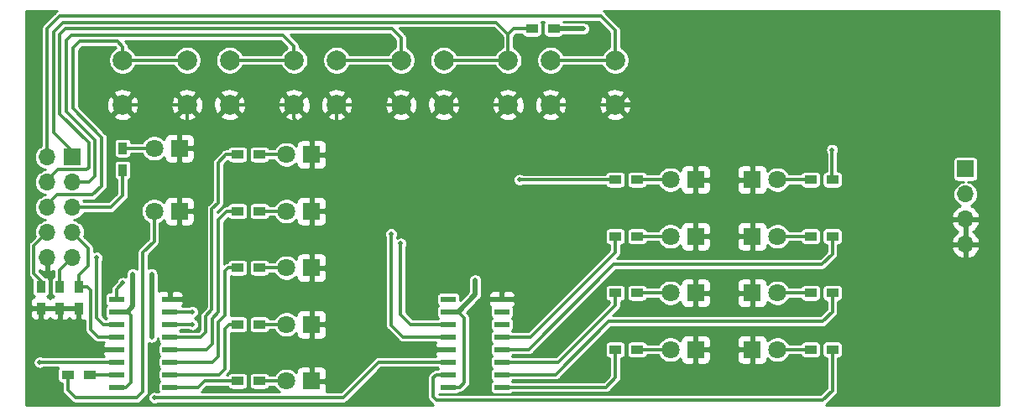
<source format=gbr>
G04 #@! TF.GenerationSoftware,KiCad,Pcbnew,(5.1.4)-1*
G04 #@! TF.CreationDate,2020-07-08T20:51:49+02:00*
G04 #@! TF.ProjectId,SBIO3,5342494f-332e-46b6-9963-61645f706362,rev?*
G04 #@! TF.SameCoordinates,Original*
G04 #@! TF.FileFunction,Copper,L1,Top*
G04 #@! TF.FilePolarity,Positive*
%FSLAX46Y46*%
G04 Gerber Fmt 4.6, Leading zero omitted, Abs format (unit mm)*
G04 Created by KiCad (PCBNEW (5.1.4)-1) date 2020-07-08 20:51:49*
%MOMM*%
%LPD*%
G04 APERTURE LIST*
%ADD10C,1.800000*%
%ADD11R,1.800000X1.800000*%
%ADD12O,1.700000X1.700000*%
%ADD13R,1.700000X1.700000*%
%ADD14R,1.500000X0.600000*%
%ADD15C,2.000000*%
%ADD16R,0.900000X1.200000*%
%ADD17R,1.200000X0.900000*%
%ADD18C,0.500000*%
%ADD19C,0.500000*%
%ADD20C,0.300000*%
%ADD21C,0.254000*%
G04 APERTURE END LIST*
D10*
X87376000Y-151130000D03*
D11*
X89916000Y-151130000D03*
D10*
X87376000Y-157480000D03*
D11*
X89916000Y-157480000D03*
D12*
X169227500Y-160845500D03*
X169227500Y-158305500D03*
X169227500Y-155765500D03*
D13*
X169227500Y-153225500D03*
D12*
X76581000Y-162179000D03*
X79121000Y-162179000D03*
X76581000Y-159639000D03*
X79121000Y-159639000D03*
X76581000Y-157099000D03*
X79121000Y-157099000D03*
X76581000Y-154559000D03*
X79121000Y-154559000D03*
X76581000Y-152019000D03*
D13*
X79121000Y-152019000D03*
D14*
X117061000Y-175260000D03*
X117061000Y-173990000D03*
X117061000Y-172720000D03*
X117061000Y-171450000D03*
X117061000Y-170180000D03*
X117061000Y-168910000D03*
X117061000Y-167640000D03*
X117061000Y-166370000D03*
X122461000Y-166370000D03*
X122461000Y-167640000D03*
X122461000Y-168910000D03*
X122461000Y-170180000D03*
X122461000Y-171450000D03*
X122461000Y-172720000D03*
X122461000Y-173990000D03*
X122461000Y-175260000D03*
D15*
X133881000Y-142240000D03*
X133881000Y-146740000D03*
X127381000Y-142240000D03*
X127381000Y-146740000D03*
D14*
X88966000Y-175260000D03*
X88966000Y-173990000D03*
X88966000Y-172720000D03*
X88966000Y-171450000D03*
X88966000Y-170180000D03*
X88966000Y-168910000D03*
X88966000Y-167640000D03*
X88966000Y-166370000D03*
X83566000Y-166370000D03*
X83566000Y-167640000D03*
X83566000Y-168910000D03*
X83566000Y-170180000D03*
X83566000Y-171450000D03*
X83566000Y-172720000D03*
X83566000Y-173990000D03*
X83566000Y-175260000D03*
D11*
X103251000Y-174625000D03*
D10*
X100711000Y-174625000D03*
D16*
X77851000Y-167300000D03*
X77851000Y-165100000D03*
D17*
X136101000Y-160020000D03*
X133901000Y-160020000D03*
X80856000Y-173990000D03*
X78656000Y-173990000D03*
X98001000Y-163195000D03*
X95801000Y-163195000D03*
D16*
X75946000Y-165100000D03*
X75946000Y-167300000D03*
D10*
X100711000Y-168910000D03*
D11*
X103251000Y-168910000D03*
D10*
X100711000Y-157480000D03*
D11*
X103251000Y-157480000D03*
D10*
X139446000Y-154305000D03*
D11*
X141986000Y-154305000D03*
X147701000Y-165735000D03*
D10*
X150241000Y-165735000D03*
D16*
X79756000Y-167300000D03*
X79756000Y-165100000D03*
D17*
X95801000Y-174625000D03*
X98001000Y-174625000D03*
X153586000Y-160020000D03*
X155786000Y-160020000D03*
X155786000Y-171450000D03*
X153586000Y-171450000D03*
D15*
X123086000Y-142240000D03*
X123086000Y-146740000D03*
X116586000Y-142240000D03*
X116586000Y-146740000D03*
X84201000Y-146740000D03*
X84201000Y-142240000D03*
X90701000Y-146740000D03*
X90701000Y-142240000D03*
X112291000Y-142240000D03*
X112291000Y-146740000D03*
X105791000Y-142240000D03*
X105791000Y-146740000D03*
D17*
X155786000Y-154305000D03*
X153586000Y-154305000D03*
D15*
X94996000Y-146740000D03*
X94996000Y-142240000D03*
X101496000Y-146740000D03*
X101496000Y-142240000D03*
D16*
X84201000Y-151130000D03*
X84201000Y-153330000D03*
D17*
X98001000Y-151765000D03*
X95801000Y-151765000D03*
X136101000Y-154305000D03*
X133901000Y-154305000D03*
D10*
X100711000Y-163195000D03*
D11*
X103251000Y-163195000D03*
D10*
X150241000Y-154305000D03*
D11*
X147701000Y-154305000D03*
X141986000Y-165735000D03*
D10*
X139446000Y-165735000D03*
D17*
X95801000Y-168910000D03*
X98001000Y-168910000D03*
D11*
X147701000Y-171450000D03*
D10*
X150241000Y-171450000D03*
D11*
X141986000Y-171450000D03*
D10*
X139446000Y-171450000D03*
D17*
X127676000Y-139065000D03*
X125476000Y-139065000D03*
D11*
X147701000Y-160020000D03*
D10*
X150241000Y-160020000D03*
X139446000Y-160020000D03*
D11*
X141986000Y-160020000D03*
D17*
X155786000Y-165735000D03*
X153586000Y-165735000D03*
X133901000Y-165735000D03*
X136101000Y-165735000D03*
D10*
X100711000Y-151765000D03*
D11*
X103251000Y-151765000D03*
D17*
X136101000Y-171450000D03*
X133901000Y-171450000D03*
X95801000Y-157480000D03*
X98001000Y-157480000D03*
D18*
X162941000Y-170561000D03*
X163449000Y-160337500D03*
X155829000Y-145288000D03*
X140589000Y-143573500D03*
X78359000Y-170180000D03*
X87122000Y-170180000D03*
X85217000Y-163830000D03*
X87122000Y-163830000D03*
X119761000Y-164465000D03*
X130683000Y-139065000D03*
X112251000Y-160760000D03*
X81580000Y-162179000D03*
X75851000Y-172730000D03*
X111301000Y-159770000D03*
X155771000Y-151290000D03*
X91241000Y-168910000D03*
X91241000Y-167640000D03*
X124251000Y-154320000D03*
X87391000Y-176320000D03*
X84231000Y-164740000D03*
D19*
X140898000Y-146740000D02*
X141986000Y-147828000D01*
X141986000Y-147828000D02*
X141986000Y-154305000D01*
X133881000Y-146740000D02*
X140898000Y-146740000D01*
D20*
X116586000Y-146740000D02*
X123086000Y-146740000D01*
X89916000Y-157480000D02*
X89916000Y-151130000D01*
X103251000Y-163195000D02*
X103251000Y-168910000D01*
X105156000Y-151765000D02*
X103251000Y-151765000D01*
X105791000Y-146740000D02*
X105791000Y-151130000D01*
X77851000Y-167300000D02*
X79756000Y-167300000D01*
X103251000Y-149860000D02*
X103251000Y-151765000D01*
X103251000Y-157480000D02*
X103251000Y-163195000D01*
X94996000Y-146740000D02*
X101496000Y-146740000D01*
X90701000Y-148700000D02*
X90701000Y-146740000D01*
X89916000Y-151130000D02*
X89916000Y-149485000D01*
X75946000Y-167300000D02*
X77851000Y-167300000D01*
X101496000Y-148105000D02*
X103251000Y-149860000D01*
X105791000Y-146740000D02*
X112291000Y-146740000D01*
X89916000Y-149485000D02*
X90701000Y-148700000D01*
X147701000Y-160020000D02*
X147701000Y-154305000D01*
X141986000Y-160020000D02*
X141986000Y-154305000D01*
X84201000Y-146740000D02*
X90701000Y-146740000D01*
X147701000Y-165735000D02*
X141986000Y-165735000D01*
X141986000Y-154305000D02*
X147701000Y-154305000D01*
X105791000Y-151130000D02*
X105156000Y-151765000D01*
X103251000Y-168910000D02*
X103251000Y-174625000D01*
X101496000Y-146740000D02*
X101496000Y-148105000D01*
X103251000Y-151765000D02*
X103251000Y-157480000D01*
X127381000Y-146740000D02*
X133881000Y-146740000D01*
D19*
X84671000Y-167640000D02*
X83566000Y-167640000D01*
X85217000Y-163830000D02*
X85217000Y-167094000D01*
D20*
X85071000Y-168040000D02*
X85071000Y-174740000D01*
X118191000Y-175260000D02*
X118681000Y-174770000D01*
D19*
X130683000Y-139065000D02*
X127676000Y-139065000D01*
D20*
X84671000Y-167640000D02*
X85071000Y-168040000D01*
D19*
X118031000Y-167640000D02*
X117061000Y-167640000D01*
X119761000Y-164465000D02*
X119761000Y-165910000D01*
D20*
X84551000Y-175260000D02*
X83566000Y-175260000D01*
X117061000Y-175260000D02*
X118191000Y-175260000D01*
D19*
X85217000Y-167094000D02*
X84671000Y-167640000D01*
X87122000Y-170180000D02*
X87122000Y-163830000D01*
D20*
X118681000Y-174770000D02*
X118681000Y-168290000D01*
D19*
X119761000Y-165910000D02*
X118031000Y-167640000D01*
D20*
X118681000Y-168290000D02*
X118031000Y-167640000D01*
X85071000Y-174740000D02*
X84551000Y-175260000D01*
X77851000Y-165100000D02*
X77851000Y-163449000D01*
X112251000Y-160760000D02*
X112251000Y-167920000D01*
X81580000Y-162179000D02*
X81580000Y-168269000D01*
X77851000Y-163449000D02*
X79121000Y-162179000D01*
X82221000Y-168910000D02*
X83566000Y-168910000D01*
X113241000Y-168910000D02*
X117061000Y-168910000D01*
X112251000Y-167920000D02*
X113241000Y-168910000D01*
X81580000Y-168269000D02*
X82221000Y-168910000D01*
X75261000Y-163810000D02*
X75261000Y-160959000D01*
X75946000Y-164495000D02*
X75261000Y-163810000D01*
X75851000Y-172730000D02*
X75861000Y-172720000D01*
X75861000Y-172720000D02*
X83566000Y-172720000D01*
X75261000Y-160959000D02*
X76581000Y-159639000D01*
X75946000Y-165100000D02*
X75946000Y-164495000D01*
X80971000Y-169440000D02*
X81711000Y-170180000D01*
X81711000Y-170180000D02*
X83566000Y-170180000D01*
X79756000Y-163945000D02*
X80731000Y-162970000D01*
X111301000Y-159770000D02*
X111301000Y-169030000D01*
X112451000Y-170180000D02*
X117061000Y-170180000D01*
X79756000Y-165100000D02*
X79756000Y-163945000D01*
X111301000Y-169030000D02*
X112451000Y-170180000D01*
X80971000Y-165440000D02*
X80971000Y-169440000D01*
X80631000Y-165100000D02*
X80971000Y-165440000D01*
X79756000Y-165100000D02*
X80631000Y-165100000D01*
X80731000Y-162970000D02*
X80731000Y-161249000D01*
X80731000Y-161249000D02*
X79121000Y-159639000D01*
X84201000Y-140890000D02*
X84201000Y-142240000D01*
X82071000Y-154930000D02*
X82071000Y-150020000D01*
X84201000Y-142240000D02*
X90701000Y-142240000D01*
X83661000Y-140350000D02*
X84201000Y-140890000D01*
X79851000Y-140350000D02*
X83661000Y-140350000D01*
X76581000Y-156860000D02*
X77611000Y-155830000D01*
X79181000Y-147130000D02*
X79181000Y-141020000D01*
X79181000Y-141020000D02*
X79851000Y-140350000D01*
X82071000Y-150020000D02*
X79181000Y-147130000D01*
X81171000Y-155830000D02*
X82071000Y-154930000D01*
X77611000Y-155830000D02*
X81171000Y-155830000D01*
X76581000Y-157099000D02*
X76581000Y-156860000D01*
X83032000Y-157099000D02*
X84201000Y-155930000D01*
X79121000Y-157099000D02*
X83032000Y-157099000D01*
X84201000Y-155930000D02*
X84201000Y-153330000D01*
X111371000Y-139090000D02*
X112291000Y-140010000D01*
X80801000Y-150570000D02*
X77881000Y-147650000D01*
X80801000Y-153070000D02*
X80801000Y-150570000D01*
X77881000Y-139680000D02*
X78471000Y-139090000D01*
X77881000Y-147650000D02*
X77881000Y-139680000D01*
X105791000Y-142240000D02*
X112291000Y-142240000D01*
X78471000Y-139090000D02*
X111371000Y-139090000D01*
X112291000Y-140010000D02*
X112291000Y-142240000D01*
X80571000Y-153300000D02*
X80801000Y-153070000D01*
X77641000Y-153300000D02*
X80571000Y-153300000D01*
X76581000Y-154360000D02*
X77641000Y-153300000D01*
X76581000Y-154559000D02*
X76581000Y-154360000D01*
X100351000Y-139720000D02*
X101496000Y-140865000D01*
X78531000Y-140240000D02*
X79051000Y-139720000D01*
X80812000Y-154559000D02*
X81441000Y-153930000D01*
X81441000Y-150330000D02*
X78531000Y-147420000D01*
X81441000Y-153930000D02*
X81441000Y-150330000D01*
X101496000Y-140865000D02*
X101496000Y-142240000D01*
X78531000Y-147420000D02*
X78531000Y-140240000D01*
X79121000Y-154559000D02*
X80812000Y-154559000D01*
X94996000Y-142240000D02*
X101496000Y-142240000D01*
X79051000Y-139720000D02*
X100351000Y-139720000D01*
X132461000Y-137795000D02*
X133881000Y-139215000D01*
X77851000Y-137795000D02*
X132461000Y-137795000D01*
X127381000Y-142240000D02*
X133881000Y-142240000D01*
X76581000Y-152019000D02*
X76581000Y-139065000D01*
X133881000Y-139215000D02*
X133881000Y-142240000D01*
X76581000Y-139065000D02*
X77851000Y-137795000D01*
X121861000Y-138430000D02*
X123086000Y-139655000D01*
X116586000Y-142240000D02*
X123086000Y-142240000D01*
X78171000Y-138430000D02*
X121861000Y-138430000D01*
X77221000Y-149530000D02*
X77221000Y-139380000D01*
X79121000Y-152019000D02*
X79121000Y-151430000D01*
X123676000Y-139065000D02*
X123086000Y-139655000D01*
X123086000Y-139655000D02*
X123086000Y-142240000D01*
X125476000Y-139065000D02*
X123676000Y-139065000D01*
X77221000Y-139380000D02*
X78171000Y-138430000D01*
X79121000Y-151430000D02*
X77221000Y-149530000D01*
X84201000Y-151130000D02*
X87376000Y-151130000D01*
X94501000Y-173390000D02*
X94501000Y-169380000D01*
X94501000Y-169380000D02*
X94971000Y-168910000D01*
X94971000Y-168910000D02*
X95801000Y-168910000D01*
X93901000Y-173990000D02*
X94501000Y-173390000D01*
X88966000Y-173990000D02*
X93901000Y-173990000D01*
X98001000Y-168910000D02*
X100711000Y-168910000D01*
X98001000Y-163195000D02*
X100711000Y-163195000D01*
X94511000Y-168030000D02*
X94511000Y-163545000D01*
X94511000Y-163545000D02*
X94861000Y-163195000D01*
X93871000Y-168670000D02*
X94511000Y-168030000D01*
X93871000Y-172130000D02*
X93871000Y-168670000D01*
X93281000Y-172720000D02*
X93871000Y-172130000D01*
X88966000Y-172720000D02*
X93281000Y-172720000D01*
X94861000Y-163195000D02*
X95801000Y-163195000D01*
X93841000Y-158370000D02*
X94731000Y-157480000D01*
X93841000Y-167700000D02*
X93841000Y-158370000D01*
X94731000Y-157480000D02*
X95801000Y-157480000D01*
X93221000Y-168320000D02*
X93841000Y-167700000D01*
X93221000Y-170860000D02*
X93221000Y-168320000D01*
X92631000Y-171450000D02*
X93221000Y-170860000D01*
X88966000Y-171450000D02*
X92631000Y-171450000D01*
X98001000Y-157480000D02*
X100711000Y-157480000D01*
X98001000Y-151765000D02*
X100711000Y-151765000D01*
X93841000Y-156630000D02*
X93841000Y-152560000D01*
X93841000Y-152560000D02*
X94636000Y-151765000D01*
X93211000Y-157260000D02*
X93841000Y-156630000D01*
X92551000Y-169720000D02*
X92551000Y-168070000D01*
X88966000Y-170180000D02*
X92091000Y-170180000D01*
X92091000Y-170180000D02*
X92551000Y-169720000D01*
X92551000Y-168070000D02*
X93211000Y-167410000D01*
X94636000Y-151765000D02*
X95801000Y-151765000D01*
X93211000Y-167410000D02*
X93211000Y-157260000D01*
X155771000Y-154290000D02*
X155786000Y-154305000D01*
X155771000Y-151290000D02*
X155771000Y-154290000D01*
X88966000Y-168910000D02*
X91241000Y-168910000D01*
X150241000Y-154305000D02*
X153586000Y-154305000D01*
X136101000Y-154305000D02*
X139446000Y-154305000D01*
X88966000Y-167640000D02*
X91241000Y-167640000D01*
X133886000Y-154320000D02*
X133901000Y-154305000D01*
X124251000Y-154320000D02*
X133886000Y-154320000D01*
X85631000Y-176330000D02*
X86231000Y-175730000D01*
X86231000Y-161660000D02*
X87376000Y-160515000D01*
X78656000Y-173990000D02*
X78656000Y-175505000D01*
X86231000Y-175730000D02*
X86231000Y-161660000D01*
X87376000Y-160515000D02*
X87376000Y-157480000D01*
X79481000Y-176330000D02*
X85631000Y-176330000D01*
X78656000Y-175505000D02*
X79481000Y-176330000D01*
X98001000Y-174625000D02*
X100711000Y-174625000D01*
X150241000Y-171450000D02*
X153586000Y-171450000D01*
X136101000Y-171450000D02*
X139446000Y-171450000D01*
X150241000Y-165735000D02*
X153586000Y-165735000D01*
X136101000Y-165735000D02*
X139446000Y-165735000D01*
X150241000Y-160020000D02*
X153586000Y-160020000D01*
X136101000Y-160020000D02*
X139446000Y-160020000D01*
X83566000Y-173990000D02*
X80856000Y-173990000D01*
X92456000Y-174625000D02*
X95801000Y-174625000D01*
X88966000Y-175260000D02*
X91821000Y-175260000D01*
X91821000Y-175260000D02*
X92456000Y-174625000D01*
X115821000Y-173990000D02*
X115511000Y-174300000D01*
X115871000Y-176570000D02*
X154831000Y-176570000D01*
X154831000Y-176570000D02*
X155786000Y-175615000D01*
X155786000Y-175615000D02*
X155786000Y-171450000D01*
X115511000Y-176210000D02*
X115871000Y-176570000D01*
X115511000Y-174300000D02*
X115511000Y-176210000D01*
X117061000Y-173990000D02*
X115821000Y-173990000D01*
X132941000Y-175260000D02*
X133901000Y-174300000D01*
X133901000Y-174300000D02*
X133901000Y-171450000D01*
X122461000Y-175260000D02*
X132941000Y-175260000D01*
X127881000Y-173990000D02*
X133251000Y-168620000D01*
X155786000Y-167655000D02*
X155786000Y-165735000D01*
X133251000Y-168620000D02*
X154821000Y-168620000D01*
X122461000Y-173990000D02*
X127881000Y-173990000D01*
X154821000Y-168620000D02*
X155786000Y-167655000D01*
X133901000Y-166960000D02*
X133901000Y-165735000D01*
X122461000Y-172720000D02*
X128141000Y-172720000D01*
X128141000Y-172720000D02*
X133901000Y-166960000D01*
X154751000Y-162840000D02*
X155786000Y-161805000D01*
X125151000Y-171450000D02*
X133761000Y-162840000D01*
X155786000Y-161805000D02*
X155786000Y-160020000D01*
X133761000Y-162840000D02*
X154751000Y-162840000D01*
X122461000Y-171450000D02*
X125151000Y-171450000D01*
X125351000Y-170180000D02*
X133901000Y-161630000D01*
X133901000Y-161630000D02*
X133901000Y-160020000D01*
X122461000Y-170180000D02*
X125351000Y-170180000D01*
X83566000Y-165405000D02*
X84231000Y-164740000D01*
X106421000Y-176320000D02*
X110021000Y-172720000D01*
X110021000Y-172720000D02*
X117061000Y-172720000D01*
X87391000Y-176320000D02*
X106421000Y-176320000D01*
X83566000Y-166370000D02*
X83566000Y-165405000D01*
D21*
G36*
X172593000Y-177038000D02*
G01*
X155170270Y-177038000D01*
X155240974Y-176979974D01*
X155259039Y-176957962D01*
X156173968Y-176043034D01*
X156195974Y-176024974D01*
X156268079Y-175937115D01*
X156321657Y-175836876D01*
X156338315Y-175781963D01*
X156354651Y-175728112D01*
X156361777Y-175655748D01*
X156363000Y-175643336D01*
X156363000Y-175643331D01*
X156365790Y-175615000D01*
X156363000Y-175586669D01*
X156363000Y-172329066D01*
X156386000Y-172329066D01*
X156469707Y-172320822D01*
X156550196Y-172296405D01*
X156624376Y-172256755D01*
X156689395Y-172203395D01*
X156742755Y-172138376D01*
X156782405Y-172064196D01*
X156806822Y-171983707D01*
X156815066Y-171900000D01*
X156815066Y-171000000D01*
X156806822Y-170916293D01*
X156782405Y-170835804D01*
X156742755Y-170761624D01*
X156689395Y-170696605D01*
X156624376Y-170643245D01*
X156550196Y-170603595D01*
X156469707Y-170579178D01*
X156386000Y-170570934D01*
X155186000Y-170570934D01*
X155102293Y-170579178D01*
X155021804Y-170603595D01*
X154947624Y-170643245D01*
X154882605Y-170696605D01*
X154829245Y-170761624D01*
X154789595Y-170835804D01*
X154765178Y-170916293D01*
X154756934Y-171000000D01*
X154756934Y-171900000D01*
X154765178Y-171983707D01*
X154789595Y-172064196D01*
X154829245Y-172138376D01*
X154882605Y-172203395D01*
X154947624Y-172256755D01*
X155021804Y-172296405D01*
X155102293Y-172320822D01*
X155186000Y-172329066D01*
X155209001Y-172329066D01*
X155209000Y-175375998D01*
X154591999Y-175993000D01*
X116110000Y-175993000D01*
X116088000Y-175970999D01*
X116088000Y-175924974D01*
X116146804Y-175956405D01*
X116227293Y-175980822D01*
X116311000Y-175989066D01*
X117811000Y-175989066D01*
X117894707Y-175980822D01*
X117975196Y-175956405D01*
X118049376Y-175916755D01*
X118114395Y-175863395D01*
X118136057Y-175837000D01*
X118162669Y-175837000D01*
X118191000Y-175839790D01*
X118219331Y-175837000D01*
X118219336Y-175837000D01*
X118249045Y-175834074D01*
X118304111Y-175828651D01*
X118348770Y-175815103D01*
X118412876Y-175795657D01*
X118513115Y-175742079D01*
X118600974Y-175669974D01*
X118619039Y-175647962D01*
X119068963Y-175198038D01*
X119090974Y-175179974D01*
X119163079Y-175092115D01*
X119216657Y-174991876D01*
X119236880Y-174925210D01*
X119249651Y-174883112D01*
X119260791Y-174770000D01*
X119258000Y-174741661D01*
X119258000Y-168318331D01*
X119260790Y-168290000D01*
X119257839Y-168260026D01*
X119253601Y-168217000D01*
X119249651Y-168176888D01*
X119223356Y-168090209D01*
X119216657Y-168068124D01*
X119163079Y-167967885D01*
X119090974Y-167880026D01*
X119068962Y-167861961D01*
X118917712Y-167710711D01*
X119958422Y-166670000D01*
X121072928Y-166670000D01*
X121085188Y-166794482D01*
X121121498Y-166914180D01*
X121180463Y-167024494D01*
X121259815Y-167121185D01*
X121318185Y-167169088D01*
X121314595Y-167175804D01*
X121290178Y-167256293D01*
X121281934Y-167340000D01*
X121281934Y-167940000D01*
X121290178Y-168023707D01*
X121314595Y-168104196D01*
X121354245Y-168178376D01*
X121407605Y-168243395D01*
X121446116Y-168275000D01*
X121407605Y-168306605D01*
X121354245Y-168371624D01*
X121314595Y-168445804D01*
X121290178Y-168526293D01*
X121281934Y-168610000D01*
X121281934Y-169210000D01*
X121290178Y-169293707D01*
X121314595Y-169374196D01*
X121354245Y-169448376D01*
X121407605Y-169513395D01*
X121446116Y-169545000D01*
X121407605Y-169576605D01*
X121354245Y-169641624D01*
X121314595Y-169715804D01*
X121290178Y-169796293D01*
X121281934Y-169880000D01*
X121281934Y-170480000D01*
X121290178Y-170563707D01*
X121314595Y-170644196D01*
X121354245Y-170718376D01*
X121407605Y-170783395D01*
X121446116Y-170815000D01*
X121407605Y-170846605D01*
X121354245Y-170911624D01*
X121314595Y-170985804D01*
X121290178Y-171066293D01*
X121281934Y-171150000D01*
X121281934Y-171750000D01*
X121290178Y-171833707D01*
X121314595Y-171914196D01*
X121354245Y-171988376D01*
X121407605Y-172053395D01*
X121446116Y-172085000D01*
X121407605Y-172116605D01*
X121354245Y-172181624D01*
X121314595Y-172255804D01*
X121290178Y-172336293D01*
X121281934Y-172420000D01*
X121281934Y-173020000D01*
X121290178Y-173103707D01*
X121314595Y-173184196D01*
X121354245Y-173258376D01*
X121407605Y-173323395D01*
X121446116Y-173355000D01*
X121407605Y-173386605D01*
X121354245Y-173451624D01*
X121314595Y-173525804D01*
X121290178Y-173606293D01*
X121281934Y-173690000D01*
X121281934Y-174290000D01*
X121290178Y-174373707D01*
X121314595Y-174454196D01*
X121354245Y-174528376D01*
X121407605Y-174593395D01*
X121446116Y-174625000D01*
X121407605Y-174656605D01*
X121354245Y-174721624D01*
X121314595Y-174795804D01*
X121290178Y-174876293D01*
X121281934Y-174960000D01*
X121281934Y-175560000D01*
X121290178Y-175643707D01*
X121314595Y-175724196D01*
X121354245Y-175798376D01*
X121407605Y-175863395D01*
X121472624Y-175916755D01*
X121546804Y-175956405D01*
X121627293Y-175980822D01*
X121711000Y-175989066D01*
X123211000Y-175989066D01*
X123294707Y-175980822D01*
X123375196Y-175956405D01*
X123449376Y-175916755D01*
X123514395Y-175863395D01*
X123536057Y-175837000D01*
X132912669Y-175837000D01*
X132941000Y-175839790D01*
X132969331Y-175837000D01*
X132969336Y-175837000D01*
X132999045Y-175834074D01*
X133054111Y-175828651D01*
X133098770Y-175815103D01*
X133162876Y-175795657D01*
X133263115Y-175742079D01*
X133350974Y-175669974D01*
X133369039Y-175647962D01*
X134288968Y-174728034D01*
X134310974Y-174709974D01*
X134333112Y-174683000D01*
X134362857Y-174646755D01*
X134383079Y-174622115D01*
X134436657Y-174521876D01*
X134451763Y-174472078D01*
X134469651Y-174413112D01*
X134476925Y-174339250D01*
X134478000Y-174328336D01*
X134478000Y-174328332D01*
X134480790Y-174300001D01*
X134478000Y-174271665D01*
X134478000Y-172329066D01*
X134501000Y-172329066D01*
X134584707Y-172320822D01*
X134665196Y-172296405D01*
X134739376Y-172256755D01*
X134804395Y-172203395D01*
X134857755Y-172138376D01*
X134897405Y-172064196D01*
X134921822Y-171983707D01*
X134930066Y-171900000D01*
X134930066Y-171000000D01*
X135071934Y-171000000D01*
X135071934Y-171900000D01*
X135080178Y-171983707D01*
X135104595Y-172064196D01*
X135144245Y-172138376D01*
X135197605Y-172203395D01*
X135262624Y-172256755D01*
X135336804Y-172296405D01*
X135417293Y-172320822D01*
X135501000Y-172329066D01*
X136701000Y-172329066D01*
X136784707Y-172320822D01*
X136865196Y-172296405D01*
X136939376Y-172256755D01*
X137004395Y-172203395D01*
X137057755Y-172138376D01*
X137097405Y-172064196D01*
X137108689Y-172027000D01*
X138248667Y-172027000D01*
X138270028Y-172078570D01*
X138415252Y-172295913D01*
X138600087Y-172480748D01*
X138817430Y-172625972D01*
X139058928Y-172726004D01*
X139315302Y-172777000D01*
X139576698Y-172777000D01*
X139833072Y-172726004D01*
X140074570Y-172625972D01*
X140291913Y-172480748D01*
X140448055Y-172324606D01*
X140447928Y-172350000D01*
X140460188Y-172474482D01*
X140496498Y-172594180D01*
X140555463Y-172704494D01*
X140634815Y-172801185D01*
X140731506Y-172880537D01*
X140841820Y-172939502D01*
X140961518Y-172975812D01*
X141086000Y-172988072D01*
X141700250Y-172985000D01*
X141859000Y-172826250D01*
X141859000Y-171577000D01*
X142113000Y-171577000D01*
X142113000Y-172826250D01*
X142271750Y-172985000D01*
X142886000Y-172988072D01*
X143010482Y-172975812D01*
X143130180Y-172939502D01*
X143240494Y-172880537D01*
X143337185Y-172801185D01*
X143416537Y-172704494D01*
X143475502Y-172594180D01*
X143511812Y-172474482D01*
X143524072Y-172350000D01*
X146162928Y-172350000D01*
X146175188Y-172474482D01*
X146211498Y-172594180D01*
X146270463Y-172704494D01*
X146349815Y-172801185D01*
X146446506Y-172880537D01*
X146556820Y-172939502D01*
X146676518Y-172975812D01*
X146801000Y-172988072D01*
X147415250Y-172985000D01*
X147574000Y-172826250D01*
X147574000Y-171577000D01*
X146324750Y-171577000D01*
X146166000Y-171735750D01*
X146162928Y-172350000D01*
X143524072Y-172350000D01*
X143521000Y-171735750D01*
X143362250Y-171577000D01*
X142113000Y-171577000D01*
X141859000Y-171577000D01*
X141839000Y-171577000D01*
X141839000Y-171323000D01*
X141859000Y-171323000D01*
X141859000Y-170073750D01*
X142113000Y-170073750D01*
X142113000Y-171323000D01*
X143362250Y-171323000D01*
X143521000Y-171164250D01*
X143524072Y-170550000D01*
X146162928Y-170550000D01*
X146166000Y-171164250D01*
X146324750Y-171323000D01*
X147574000Y-171323000D01*
X147574000Y-170073750D01*
X147828000Y-170073750D01*
X147828000Y-171323000D01*
X147848000Y-171323000D01*
X147848000Y-171577000D01*
X147828000Y-171577000D01*
X147828000Y-172826250D01*
X147986750Y-172985000D01*
X148601000Y-172988072D01*
X148725482Y-172975812D01*
X148845180Y-172939502D01*
X148955494Y-172880537D01*
X149052185Y-172801185D01*
X149131537Y-172704494D01*
X149190502Y-172594180D01*
X149226812Y-172474482D01*
X149239072Y-172350000D01*
X149238945Y-172324606D01*
X149395087Y-172480748D01*
X149612430Y-172625972D01*
X149853928Y-172726004D01*
X150110302Y-172777000D01*
X150371698Y-172777000D01*
X150628072Y-172726004D01*
X150869570Y-172625972D01*
X151086913Y-172480748D01*
X151271748Y-172295913D01*
X151416972Y-172078570D01*
X151438333Y-172027000D01*
X152578311Y-172027000D01*
X152589595Y-172064196D01*
X152629245Y-172138376D01*
X152682605Y-172203395D01*
X152747624Y-172256755D01*
X152821804Y-172296405D01*
X152902293Y-172320822D01*
X152986000Y-172329066D01*
X154186000Y-172329066D01*
X154269707Y-172320822D01*
X154350196Y-172296405D01*
X154424376Y-172256755D01*
X154489395Y-172203395D01*
X154542755Y-172138376D01*
X154582405Y-172064196D01*
X154606822Y-171983707D01*
X154615066Y-171900000D01*
X154615066Y-171000000D01*
X154606822Y-170916293D01*
X154582405Y-170835804D01*
X154542755Y-170761624D01*
X154489395Y-170696605D01*
X154424376Y-170643245D01*
X154350196Y-170603595D01*
X154269707Y-170579178D01*
X154186000Y-170570934D01*
X152986000Y-170570934D01*
X152902293Y-170579178D01*
X152821804Y-170603595D01*
X152747624Y-170643245D01*
X152682605Y-170696605D01*
X152629245Y-170761624D01*
X152589595Y-170835804D01*
X152578311Y-170873000D01*
X151438333Y-170873000D01*
X151416972Y-170821430D01*
X151271748Y-170604087D01*
X151086913Y-170419252D01*
X150869570Y-170274028D01*
X150628072Y-170173996D01*
X150371698Y-170123000D01*
X150110302Y-170123000D01*
X149853928Y-170173996D01*
X149612430Y-170274028D01*
X149395087Y-170419252D01*
X149238945Y-170575394D01*
X149239072Y-170550000D01*
X149226812Y-170425518D01*
X149190502Y-170305820D01*
X149131537Y-170195506D01*
X149052185Y-170098815D01*
X148955494Y-170019463D01*
X148845180Y-169960498D01*
X148725482Y-169924188D01*
X148601000Y-169911928D01*
X147986750Y-169915000D01*
X147828000Y-170073750D01*
X147574000Y-170073750D01*
X147415250Y-169915000D01*
X146801000Y-169911928D01*
X146676518Y-169924188D01*
X146556820Y-169960498D01*
X146446506Y-170019463D01*
X146349815Y-170098815D01*
X146270463Y-170195506D01*
X146211498Y-170305820D01*
X146175188Y-170425518D01*
X146162928Y-170550000D01*
X143524072Y-170550000D01*
X143511812Y-170425518D01*
X143475502Y-170305820D01*
X143416537Y-170195506D01*
X143337185Y-170098815D01*
X143240494Y-170019463D01*
X143130180Y-169960498D01*
X143010482Y-169924188D01*
X142886000Y-169911928D01*
X142271750Y-169915000D01*
X142113000Y-170073750D01*
X141859000Y-170073750D01*
X141700250Y-169915000D01*
X141086000Y-169911928D01*
X140961518Y-169924188D01*
X140841820Y-169960498D01*
X140731506Y-170019463D01*
X140634815Y-170098815D01*
X140555463Y-170195506D01*
X140496498Y-170305820D01*
X140460188Y-170425518D01*
X140447928Y-170550000D01*
X140448055Y-170575394D01*
X140291913Y-170419252D01*
X140074570Y-170274028D01*
X139833072Y-170173996D01*
X139576698Y-170123000D01*
X139315302Y-170123000D01*
X139058928Y-170173996D01*
X138817430Y-170274028D01*
X138600087Y-170419252D01*
X138415252Y-170604087D01*
X138270028Y-170821430D01*
X138248667Y-170873000D01*
X137108689Y-170873000D01*
X137097405Y-170835804D01*
X137057755Y-170761624D01*
X137004395Y-170696605D01*
X136939376Y-170643245D01*
X136865196Y-170603595D01*
X136784707Y-170579178D01*
X136701000Y-170570934D01*
X135501000Y-170570934D01*
X135417293Y-170579178D01*
X135336804Y-170603595D01*
X135262624Y-170643245D01*
X135197605Y-170696605D01*
X135144245Y-170761624D01*
X135104595Y-170835804D01*
X135080178Y-170916293D01*
X135071934Y-171000000D01*
X134930066Y-171000000D01*
X134921822Y-170916293D01*
X134897405Y-170835804D01*
X134857755Y-170761624D01*
X134804395Y-170696605D01*
X134739376Y-170643245D01*
X134665196Y-170603595D01*
X134584707Y-170579178D01*
X134501000Y-170570934D01*
X133301000Y-170570934D01*
X133217293Y-170579178D01*
X133136804Y-170603595D01*
X133062624Y-170643245D01*
X132997605Y-170696605D01*
X132944245Y-170761624D01*
X132904595Y-170835804D01*
X132880178Y-170916293D01*
X132871934Y-171000000D01*
X132871934Y-171900000D01*
X132880178Y-171983707D01*
X132904595Y-172064196D01*
X132944245Y-172138376D01*
X132997605Y-172203395D01*
X133062624Y-172256755D01*
X133136804Y-172296405D01*
X133217293Y-172320822D01*
X133301000Y-172329066D01*
X133324001Y-172329066D01*
X133324000Y-174060998D01*
X132701999Y-174683000D01*
X123536057Y-174683000D01*
X123514395Y-174656605D01*
X123475884Y-174625000D01*
X123514395Y-174593395D01*
X123536057Y-174567000D01*
X127852669Y-174567000D01*
X127881000Y-174569790D01*
X127909331Y-174567000D01*
X127909336Y-174567000D01*
X127939045Y-174564074D01*
X127994111Y-174558651D01*
X128038770Y-174545103D01*
X128102876Y-174525657D01*
X128203115Y-174472079D01*
X128290974Y-174399974D01*
X128309039Y-174377962D01*
X133490001Y-169197000D01*
X154792669Y-169197000D01*
X154821000Y-169199790D01*
X154849331Y-169197000D01*
X154849336Y-169197000D01*
X154879045Y-169194074D01*
X154934111Y-169188651D01*
X154978770Y-169175103D01*
X155042876Y-169155657D01*
X155143115Y-169102079D01*
X155230974Y-169029974D01*
X155249039Y-169007962D01*
X156173968Y-168083034D01*
X156195974Y-168064974D01*
X156215105Y-168041664D01*
X156231149Y-168022114D01*
X156268079Y-167977115D01*
X156321657Y-167876876D01*
X156354650Y-167768112D01*
X156363000Y-167683336D01*
X156363000Y-167683330D01*
X156365790Y-167655001D01*
X156363000Y-167626672D01*
X156363000Y-166614066D01*
X156386000Y-166614066D01*
X156469707Y-166605822D01*
X156550196Y-166581405D01*
X156624376Y-166541755D01*
X156689395Y-166488395D01*
X156742755Y-166423376D01*
X156782405Y-166349196D01*
X156806822Y-166268707D01*
X156815066Y-166185000D01*
X156815066Y-165285000D01*
X156806822Y-165201293D01*
X156782405Y-165120804D01*
X156742755Y-165046624D01*
X156689395Y-164981605D01*
X156624376Y-164928245D01*
X156550196Y-164888595D01*
X156469707Y-164864178D01*
X156386000Y-164855934D01*
X155186000Y-164855934D01*
X155102293Y-164864178D01*
X155021804Y-164888595D01*
X154947624Y-164928245D01*
X154882605Y-164981605D01*
X154829245Y-165046624D01*
X154789595Y-165120804D01*
X154765178Y-165201293D01*
X154756934Y-165285000D01*
X154756934Y-166185000D01*
X154765178Y-166268707D01*
X154789595Y-166349196D01*
X154829245Y-166423376D01*
X154882605Y-166488395D01*
X154947624Y-166541755D01*
X155021804Y-166581405D01*
X155102293Y-166605822D01*
X155186000Y-166614066D01*
X155209001Y-166614066D01*
X155209000Y-167415998D01*
X154581999Y-168043000D01*
X133634002Y-168043000D01*
X134288969Y-167388033D01*
X134310974Y-167369974D01*
X134335574Y-167340000D01*
X134361776Y-167308072D01*
X134383079Y-167282115D01*
X134436657Y-167181876D01*
X134469650Y-167073112D01*
X134478000Y-166988336D01*
X134478000Y-166988330D01*
X134480790Y-166960001D01*
X134478000Y-166931672D01*
X134478000Y-166614066D01*
X134501000Y-166614066D01*
X134584707Y-166605822D01*
X134665196Y-166581405D01*
X134739376Y-166541755D01*
X134804395Y-166488395D01*
X134857755Y-166423376D01*
X134897405Y-166349196D01*
X134921822Y-166268707D01*
X134930066Y-166185000D01*
X134930066Y-165285000D01*
X135071934Y-165285000D01*
X135071934Y-166185000D01*
X135080178Y-166268707D01*
X135104595Y-166349196D01*
X135144245Y-166423376D01*
X135197605Y-166488395D01*
X135262624Y-166541755D01*
X135336804Y-166581405D01*
X135417293Y-166605822D01*
X135501000Y-166614066D01*
X136701000Y-166614066D01*
X136784707Y-166605822D01*
X136865196Y-166581405D01*
X136939376Y-166541755D01*
X137004395Y-166488395D01*
X137057755Y-166423376D01*
X137097405Y-166349196D01*
X137108689Y-166312000D01*
X138248667Y-166312000D01*
X138270028Y-166363570D01*
X138415252Y-166580913D01*
X138600087Y-166765748D01*
X138817430Y-166910972D01*
X139058928Y-167011004D01*
X139315302Y-167062000D01*
X139576698Y-167062000D01*
X139833072Y-167011004D01*
X140074570Y-166910972D01*
X140291913Y-166765748D01*
X140448055Y-166609606D01*
X140447928Y-166635000D01*
X140460188Y-166759482D01*
X140496498Y-166879180D01*
X140555463Y-166989494D01*
X140634815Y-167086185D01*
X140731506Y-167165537D01*
X140841820Y-167224502D01*
X140961518Y-167260812D01*
X141086000Y-167273072D01*
X141700250Y-167270000D01*
X141859000Y-167111250D01*
X141859000Y-165862000D01*
X142113000Y-165862000D01*
X142113000Y-167111250D01*
X142271750Y-167270000D01*
X142886000Y-167273072D01*
X143010482Y-167260812D01*
X143130180Y-167224502D01*
X143240494Y-167165537D01*
X143337185Y-167086185D01*
X143416537Y-166989494D01*
X143475502Y-166879180D01*
X143511812Y-166759482D01*
X143524072Y-166635000D01*
X146162928Y-166635000D01*
X146175188Y-166759482D01*
X146211498Y-166879180D01*
X146270463Y-166989494D01*
X146349815Y-167086185D01*
X146446506Y-167165537D01*
X146556820Y-167224502D01*
X146676518Y-167260812D01*
X146801000Y-167273072D01*
X147415250Y-167270000D01*
X147574000Y-167111250D01*
X147574000Y-165862000D01*
X146324750Y-165862000D01*
X146166000Y-166020750D01*
X146162928Y-166635000D01*
X143524072Y-166635000D01*
X143521000Y-166020750D01*
X143362250Y-165862000D01*
X142113000Y-165862000D01*
X141859000Y-165862000D01*
X141839000Y-165862000D01*
X141839000Y-165608000D01*
X141859000Y-165608000D01*
X141859000Y-164358750D01*
X142113000Y-164358750D01*
X142113000Y-165608000D01*
X143362250Y-165608000D01*
X143521000Y-165449250D01*
X143524072Y-164835000D01*
X146162928Y-164835000D01*
X146166000Y-165449250D01*
X146324750Y-165608000D01*
X147574000Y-165608000D01*
X147574000Y-164358750D01*
X147828000Y-164358750D01*
X147828000Y-165608000D01*
X147848000Y-165608000D01*
X147848000Y-165862000D01*
X147828000Y-165862000D01*
X147828000Y-167111250D01*
X147986750Y-167270000D01*
X148601000Y-167273072D01*
X148725482Y-167260812D01*
X148845180Y-167224502D01*
X148955494Y-167165537D01*
X149052185Y-167086185D01*
X149131537Y-166989494D01*
X149190502Y-166879180D01*
X149226812Y-166759482D01*
X149239072Y-166635000D01*
X149238945Y-166609606D01*
X149395087Y-166765748D01*
X149612430Y-166910972D01*
X149853928Y-167011004D01*
X150110302Y-167062000D01*
X150371698Y-167062000D01*
X150628072Y-167011004D01*
X150869570Y-166910972D01*
X151086913Y-166765748D01*
X151271748Y-166580913D01*
X151416972Y-166363570D01*
X151438333Y-166312000D01*
X152578311Y-166312000D01*
X152589595Y-166349196D01*
X152629245Y-166423376D01*
X152682605Y-166488395D01*
X152747624Y-166541755D01*
X152821804Y-166581405D01*
X152902293Y-166605822D01*
X152986000Y-166614066D01*
X154186000Y-166614066D01*
X154269707Y-166605822D01*
X154350196Y-166581405D01*
X154424376Y-166541755D01*
X154489395Y-166488395D01*
X154542755Y-166423376D01*
X154582405Y-166349196D01*
X154606822Y-166268707D01*
X154615066Y-166185000D01*
X154615066Y-165285000D01*
X154606822Y-165201293D01*
X154582405Y-165120804D01*
X154542755Y-165046624D01*
X154489395Y-164981605D01*
X154424376Y-164928245D01*
X154350196Y-164888595D01*
X154269707Y-164864178D01*
X154186000Y-164855934D01*
X152986000Y-164855934D01*
X152902293Y-164864178D01*
X152821804Y-164888595D01*
X152747624Y-164928245D01*
X152682605Y-164981605D01*
X152629245Y-165046624D01*
X152589595Y-165120804D01*
X152578311Y-165158000D01*
X151438333Y-165158000D01*
X151416972Y-165106430D01*
X151271748Y-164889087D01*
X151086913Y-164704252D01*
X150869570Y-164559028D01*
X150628072Y-164458996D01*
X150371698Y-164408000D01*
X150110302Y-164408000D01*
X149853928Y-164458996D01*
X149612430Y-164559028D01*
X149395087Y-164704252D01*
X149238945Y-164860394D01*
X149239072Y-164835000D01*
X149226812Y-164710518D01*
X149190502Y-164590820D01*
X149131537Y-164480506D01*
X149052185Y-164383815D01*
X148955494Y-164304463D01*
X148845180Y-164245498D01*
X148725482Y-164209188D01*
X148601000Y-164196928D01*
X147986750Y-164200000D01*
X147828000Y-164358750D01*
X147574000Y-164358750D01*
X147415250Y-164200000D01*
X146801000Y-164196928D01*
X146676518Y-164209188D01*
X146556820Y-164245498D01*
X146446506Y-164304463D01*
X146349815Y-164383815D01*
X146270463Y-164480506D01*
X146211498Y-164590820D01*
X146175188Y-164710518D01*
X146162928Y-164835000D01*
X143524072Y-164835000D01*
X143511812Y-164710518D01*
X143475502Y-164590820D01*
X143416537Y-164480506D01*
X143337185Y-164383815D01*
X143240494Y-164304463D01*
X143130180Y-164245498D01*
X143010482Y-164209188D01*
X142886000Y-164196928D01*
X142271750Y-164200000D01*
X142113000Y-164358750D01*
X141859000Y-164358750D01*
X141700250Y-164200000D01*
X141086000Y-164196928D01*
X140961518Y-164209188D01*
X140841820Y-164245498D01*
X140731506Y-164304463D01*
X140634815Y-164383815D01*
X140555463Y-164480506D01*
X140496498Y-164590820D01*
X140460188Y-164710518D01*
X140447928Y-164835000D01*
X140448055Y-164860394D01*
X140291913Y-164704252D01*
X140074570Y-164559028D01*
X139833072Y-164458996D01*
X139576698Y-164408000D01*
X139315302Y-164408000D01*
X139058928Y-164458996D01*
X138817430Y-164559028D01*
X138600087Y-164704252D01*
X138415252Y-164889087D01*
X138270028Y-165106430D01*
X138248667Y-165158000D01*
X137108689Y-165158000D01*
X137097405Y-165120804D01*
X137057755Y-165046624D01*
X137004395Y-164981605D01*
X136939376Y-164928245D01*
X136865196Y-164888595D01*
X136784707Y-164864178D01*
X136701000Y-164855934D01*
X135501000Y-164855934D01*
X135417293Y-164864178D01*
X135336804Y-164888595D01*
X135262624Y-164928245D01*
X135197605Y-164981605D01*
X135144245Y-165046624D01*
X135104595Y-165120804D01*
X135080178Y-165201293D01*
X135071934Y-165285000D01*
X134930066Y-165285000D01*
X134921822Y-165201293D01*
X134897405Y-165120804D01*
X134857755Y-165046624D01*
X134804395Y-164981605D01*
X134739376Y-164928245D01*
X134665196Y-164888595D01*
X134584707Y-164864178D01*
X134501000Y-164855934D01*
X133301000Y-164855934D01*
X133217293Y-164864178D01*
X133136804Y-164888595D01*
X133062624Y-164928245D01*
X132997605Y-164981605D01*
X132944245Y-165046624D01*
X132904595Y-165120804D01*
X132880178Y-165201293D01*
X132871934Y-165285000D01*
X132871934Y-166185000D01*
X132880178Y-166268707D01*
X132904595Y-166349196D01*
X132944245Y-166423376D01*
X132997605Y-166488395D01*
X133062624Y-166541755D01*
X133136804Y-166581405D01*
X133217293Y-166605822D01*
X133301000Y-166614066D01*
X133324000Y-166614066D01*
X133324000Y-166720998D01*
X127901999Y-172143000D01*
X123536057Y-172143000D01*
X123514395Y-172116605D01*
X123475884Y-172085000D01*
X123514395Y-172053395D01*
X123536057Y-172027000D01*
X125122669Y-172027000D01*
X125151000Y-172029790D01*
X125179331Y-172027000D01*
X125179336Y-172027000D01*
X125209045Y-172024074D01*
X125264111Y-172018651D01*
X125308770Y-172005103D01*
X125372876Y-171985657D01*
X125473115Y-171932079D01*
X125560974Y-171859974D01*
X125579039Y-171837962D01*
X134000001Y-163417000D01*
X154722669Y-163417000D01*
X154751000Y-163419790D01*
X154779331Y-163417000D01*
X154779336Y-163417000D01*
X154809045Y-163414074D01*
X154864111Y-163408651D01*
X154908770Y-163395103D01*
X154972876Y-163375657D01*
X155073115Y-163322079D01*
X155160974Y-163249974D01*
X155179039Y-163227962D01*
X156173968Y-162233034D01*
X156195974Y-162214974D01*
X156216752Y-162189657D01*
X156237601Y-162164252D01*
X156268079Y-162127115D01*
X156321657Y-162026876D01*
X156342816Y-161957124D01*
X156354651Y-161918112D01*
X156365790Y-161805001D01*
X156363000Y-161776670D01*
X156363000Y-161202390D01*
X167786024Y-161202390D01*
X167830675Y-161349599D01*
X167955859Y-161612420D01*
X168129912Y-161845769D01*
X168346145Y-162040678D01*
X168596248Y-162189657D01*
X168870609Y-162286981D01*
X169100500Y-162166314D01*
X169100500Y-160972500D01*
X169354500Y-160972500D01*
X169354500Y-162166314D01*
X169584391Y-162286981D01*
X169858752Y-162189657D01*
X170108855Y-162040678D01*
X170325088Y-161845769D01*
X170499141Y-161612420D01*
X170624325Y-161349599D01*
X170668976Y-161202390D01*
X170547655Y-160972500D01*
X169354500Y-160972500D01*
X169100500Y-160972500D01*
X167907345Y-160972500D01*
X167786024Y-161202390D01*
X156363000Y-161202390D01*
X156363000Y-160899066D01*
X156386000Y-160899066D01*
X156469707Y-160890822D01*
X156550196Y-160866405D01*
X156624376Y-160826755D01*
X156689395Y-160773395D01*
X156742755Y-160708376D01*
X156782405Y-160634196D01*
X156806822Y-160553707D01*
X156815066Y-160470000D01*
X156815066Y-159570000D01*
X156806822Y-159486293D01*
X156782405Y-159405804D01*
X156742755Y-159331624D01*
X156689395Y-159266605D01*
X156624376Y-159213245D01*
X156550196Y-159173595D01*
X156469707Y-159149178D01*
X156386000Y-159140934D01*
X155186000Y-159140934D01*
X155102293Y-159149178D01*
X155021804Y-159173595D01*
X154947624Y-159213245D01*
X154882605Y-159266605D01*
X154829245Y-159331624D01*
X154789595Y-159405804D01*
X154765178Y-159486293D01*
X154756934Y-159570000D01*
X154756934Y-160470000D01*
X154765178Y-160553707D01*
X154789595Y-160634196D01*
X154829245Y-160708376D01*
X154882605Y-160773395D01*
X154947624Y-160826755D01*
X155021804Y-160866405D01*
X155102293Y-160890822D01*
X155186000Y-160899066D01*
X155209001Y-160899066D01*
X155209000Y-161565998D01*
X154511999Y-162263000D01*
X134084002Y-162263000D01*
X134288969Y-162058033D01*
X134310974Y-162039974D01*
X134383079Y-161952115D01*
X134436657Y-161851876D01*
X134461789Y-161769027D01*
X134469651Y-161743112D01*
X134480790Y-161630000D01*
X134478000Y-161601669D01*
X134478000Y-160899066D01*
X134501000Y-160899066D01*
X134584707Y-160890822D01*
X134665196Y-160866405D01*
X134739376Y-160826755D01*
X134804395Y-160773395D01*
X134857755Y-160708376D01*
X134897405Y-160634196D01*
X134921822Y-160553707D01*
X134930066Y-160470000D01*
X134930066Y-159570000D01*
X135071934Y-159570000D01*
X135071934Y-160470000D01*
X135080178Y-160553707D01*
X135104595Y-160634196D01*
X135144245Y-160708376D01*
X135197605Y-160773395D01*
X135262624Y-160826755D01*
X135336804Y-160866405D01*
X135417293Y-160890822D01*
X135501000Y-160899066D01*
X136701000Y-160899066D01*
X136784707Y-160890822D01*
X136865196Y-160866405D01*
X136939376Y-160826755D01*
X137004395Y-160773395D01*
X137057755Y-160708376D01*
X137097405Y-160634196D01*
X137108689Y-160597000D01*
X138248667Y-160597000D01*
X138270028Y-160648570D01*
X138415252Y-160865913D01*
X138600087Y-161050748D01*
X138817430Y-161195972D01*
X139058928Y-161296004D01*
X139315302Y-161347000D01*
X139576698Y-161347000D01*
X139833072Y-161296004D01*
X140074570Y-161195972D01*
X140291913Y-161050748D01*
X140448055Y-160894606D01*
X140447928Y-160920000D01*
X140460188Y-161044482D01*
X140496498Y-161164180D01*
X140555463Y-161274494D01*
X140634815Y-161371185D01*
X140731506Y-161450537D01*
X140841820Y-161509502D01*
X140961518Y-161545812D01*
X141086000Y-161558072D01*
X141700250Y-161555000D01*
X141859000Y-161396250D01*
X141859000Y-160147000D01*
X142113000Y-160147000D01*
X142113000Y-161396250D01*
X142271750Y-161555000D01*
X142886000Y-161558072D01*
X143010482Y-161545812D01*
X143130180Y-161509502D01*
X143240494Y-161450537D01*
X143337185Y-161371185D01*
X143416537Y-161274494D01*
X143475502Y-161164180D01*
X143511812Y-161044482D01*
X143524072Y-160920000D01*
X146162928Y-160920000D01*
X146175188Y-161044482D01*
X146211498Y-161164180D01*
X146270463Y-161274494D01*
X146349815Y-161371185D01*
X146446506Y-161450537D01*
X146556820Y-161509502D01*
X146676518Y-161545812D01*
X146801000Y-161558072D01*
X147415250Y-161555000D01*
X147574000Y-161396250D01*
X147574000Y-160147000D01*
X146324750Y-160147000D01*
X146166000Y-160305750D01*
X146162928Y-160920000D01*
X143524072Y-160920000D01*
X143521000Y-160305750D01*
X143362250Y-160147000D01*
X142113000Y-160147000D01*
X141859000Y-160147000D01*
X141839000Y-160147000D01*
X141839000Y-159893000D01*
X141859000Y-159893000D01*
X141859000Y-158643750D01*
X142113000Y-158643750D01*
X142113000Y-159893000D01*
X143362250Y-159893000D01*
X143521000Y-159734250D01*
X143524072Y-159120000D01*
X146162928Y-159120000D01*
X146166000Y-159734250D01*
X146324750Y-159893000D01*
X147574000Y-159893000D01*
X147574000Y-158643750D01*
X147828000Y-158643750D01*
X147828000Y-159893000D01*
X147848000Y-159893000D01*
X147848000Y-160147000D01*
X147828000Y-160147000D01*
X147828000Y-161396250D01*
X147986750Y-161555000D01*
X148601000Y-161558072D01*
X148725482Y-161545812D01*
X148845180Y-161509502D01*
X148955494Y-161450537D01*
X149052185Y-161371185D01*
X149131537Y-161274494D01*
X149190502Y-161164180D01*
X149226812Y-161044482D01*
X149239072Y-160920000D01*
X149238945Y-160894606D01*
X149395087Y-161050748D01*
X149612430Y-161195972D01*
X149853928Y-161296004D01*
X150110302Y-161347000D01*
X150371698Y-161347000D01*
X150628072Y-161296004D01*
X150869570Y-161195972D01*
X151086913Y-161050748D01*
X151271748Y-160865913D01*
X151416972Y-160648570D01*
X151438333Y-160597000D01*
X152578311Y-160597000D01*
X152589595Y-160634196D01*
X152629245Y-160708376D01*
X152682605Y-160773395D01*
X152747624Y-160826755D01*
X152821804Y-160866405D01*
X152902293Y-160890822D01*
X152986000Y-160899066D01*
X154186000Y-160899066D01*
X154269707Y-160890822D01*
X154350196Y-160866405D01*
X154424376Y-160826755D01*
X154489395Y-160773395D01*
X154542755Y-160708376D01*
X154582405Y-160634196D01*
X154606822Y-160553707D01*
X154615066Y-160470000D01*
X154615066Y-159570000D01*
X154606822Y-159486293D01*
X154582405Y-159405804D01*
X154542755Y-159331624D01*
X154489395Y-159266605D01*
X154424376Y-159213245D01*
X154350196Y-159173595D01*
X154269707Y-159149178D01*
X154186000Y-159140934D01*
X152986000Y-159140934D01*
X152902293Y-159149178D01*
X152821804Y-159173595D01*
X152747624Y-159213245D01*
X152682605Y-159266605D01*
X152629245Y-159331624D01*
X152589595Y-159405804D01*
X152578311Y-159443000D01*
X151438333Y-159443000D01*
X151416972Y-159391430D01*
X151271748Y-159174087D01*
X151086913Y-158989252D01*
X150869570Y-158844028D01*
X150628072Y-158743996D01*
X150371698Y-158693000D01*
X150110302Y-158693000D01*
X149853928Y-158743996D01*
X149612430Y-158844028D01*
X149395087Y-158989252D01*
X149238945Y-159145394D01*
X149239072Y-159120000D01*
X149226812Y-158995518D01*
X149190502Y-158875820D01*
X149131537Y-158765506D01*
X149052185Y-158668815D01*
X149044357Y-158662390D01*
X167786024Y-158662390D01*
X167830675Y-158809599D01*
X167955859Y-159072420D01*
X168129912Y-159305769D01*
X168346145Y-159500678D01*
X168471755Y-159575500D01*
X168346145Y-159650322D01*
X168129912Y-159845231D01*
X167955859Y-160078580D01*
X167830675Y-160341401D01*
X167786024Y-160488610D01*
X167907345Y-160718500D01*
X169100500Y-160718500D01*
X169100500Y-158432500D01*
X169354500Y-158432500D01*
X169354500Y-160718500D01*
X170547655Y-160718500D01*
X170668976Y-160488610D01*
X170624325Y-160341401D01*
X170499141Y-160078580D01*
X170325088Y-159845231D01*
X170108855Y-159650322D01*
X169983245Y-159575500D01*
X170108855Y-159500678D01*
X170325088Y-159305769D01*
X170499141Y-159072420D01*
X170624325Y-158809599D01*
X170668976Y-158662390D01*
X170547655Y-158432500D01*
X169354500Y-158432500D01*
X169100500Y-158432500D01*
X167907345Y-158432500D01*
X167786024Y-158662390D01*
X149044357Y-158662390D01*
X148955494Y-158589463D01*
X148845180Y-158530498D01*
X148725482Y-158494188D01*
X148601000Y-158481928D01*
X147986750Y-158485000D01*
X147828000Y-158643750D01*
X147574000Y-158643750D01*
X147415250Y-158485000D01*
X146801000Y-158481928D01*
X146676518Y-158494188D01*
X146556820Y-158530498D01*
X146446506Y-158589463D01*
X146349815Y-158668815D01*
X146270463Y-158765506D01*
X146211498Y-158875820D01*
X146175188Y-158995518D01*
X146162928Y-159120000D01*
X143524072Y-159120000D01*
X143511812Y-158995518D01*
X143475502Y-158875820D01*
X143416537Y-158765506D01*
X143337185Y-158668815D01*
X143240494Y-158589463D01*
X143130180Y-158530498D01*
X143010482Y-158494188D01*
X142886000Y-158481928D01*
X142271750Y-158485000D01*
X142113000Y-158643750D01*
X141859000Y-158643750D01*
X141700250Y-158485000D01*
X141086000Y-158481928D01*
X140961518Y-158494188D01*
X140841820Y-158530498D01*
X140731506Y-158589463D01*
X140634815Y-158668815D01*
X140555463Y-158765506D01*
X140496498Y-158875820D01*
X140460188Y-158995518D01*
X140447928Y-159120000D01*
X140448055Y-159145394D01*
X140291913Y-158989252D01*
X140074570Y-158844028D01*
X139833072Y-158743996D01*
X139576698Y-158693000D01*
X139315302Y-158693000D01*
X139058928Y-158743996D01*
X138817430Y-158844028D01*
X138600087Y-158989252D01*
X138415252Y-159174087D01*
X138270028Y-159391430D01*
X138248667Y-159443000D01*
X137108689Y-159443000D01*
X137097405Y-159405804D01*
X137057755Y-159331624D01*
X137004395Y-159266605D01*
X136939376Y-159213245D01*
X136865196Y-159173595D01*
X136784707Y-159149178D01*
X136701000Y-159140934D01*
X135501000Y-159140934D01*
X135417293Y-159149178D01*
X135336804Y-159173595D01*
X135262624Y-159213245D01*
X135197605Y-159266605D01*
X135144245Y-159331624D01*
X135104595Y-159405804D01*
X135080178Y-159486293D01*
X135071934Y-159570000D01*
X134930066Y-159570000D01*
X134921822Y-159486293D01*
X134897405Y-159405804D01*
X134857755Y-159331624D01*
X134804395Y-159266605D01*
X134739376Y-159213245D01*
X134665196Y-159173595D01*
X134584707Y-159149178D01*
X134501000Y-159140934D01*
X133301000Y-159140934D01*
X133217293Y-159149178D01*
X133136804Y-159173595D01*
X133062624Y-159213245D01*
X132997605Y-159266605D01*
X132944245Y-159331624D01*
X132904595Y-159405804D01*
X132880178Y-159486293D01*
X132871934Y-159570000D01*
X132871934Y-160470000D01*
X132880178Y-160553707D01*
X132904595Y-160634196D01*
X132944245Y-160708376D01*
X132997605Y-160773395D01*
X133062624Y-160826755D01*
X133136804Y-160866405D01*
X133217293Y-160890822D01*
X133301000Y-160899066D01*
X133324000Y-160899066D01*
X133324000Y-161390998D01*
X125111999Y-169603000D01*
X123536057Y-169603000D01*
X123514395Y-169576605D01*
X123475884Y-169545000D01*
X123514395Y-169513395D01*
X123567755Y-169448376D01*
X123607405Y-169374196D01*
X123631822Y-169293707D01*
X123640066Y-169210000D01*
X123640066Y-168610000D01*
X123631822Y-168526293D01*
X123607405Y-168445804D01*
X123567755Y-168371624D01*
X123514395Y-168306605D01*
X123475884Y-168275000D01*
X123514395Y-168243395D01*
X123567755Y-168178376D01*
X123607405Y-168104196D01*
X123631822Y-168023707D01*
X123640066Y-167940000D01*
X123640066Y-167340000D01*
X123631822Y-167256293D01*
X123607405Y-167175804D01*
X123603815Y-167169088D01*
X123662185Y-167121185D01*
X123741537Y-167024494D01*
X123800502Y-166914180D01*
X123836812Y-166794482D01*
X123849072Y-166670000D01*
X123846000Y-166655750D01*
X123687250Y-166497000D01*
X122588000Y-166497000D01*
X122588000Y-166517000D01*
X122334000Y-166517000D01*
X122334000Y-166497000D01*
X121234750Y-166497000D01*
X121076000Y-166655750D01*
X121072928Y-166670000D01*
X119958422Y-166670000D01*
X120216196Y-166412226D01*
X120242027Y-166391027D01*
X120326628Y-166287941D01*
X120389492Y-166170330D01*
X120419927Y-166070000D01*
X121072928Y-166070000D01*
X121076000Y-166084250D01*
X121234750Y-166243000D01*
X122334000Y-166243000D01*
X122334000Y-165593750D01*
X122588000Y-165593750D01*
X122588000Y-166243000D01*
X123687250Y-166243000D01*
X123846000Y-166084250D01*
X123849072Y-166070000D01*
X123836812Y-165945518D01*
X123800502Y-165825820D01*
X123741537Y-165715506D01*
X123662185Y-165618815D01*
X123565494Y-165539463D01*
X123455180Y-165480498D01*
X123335482Y-165444188D01*
X123211000Y-165431928D01*
X122746750Y-165435000D01*
X122588000Y-165593750D01*
X122334000Y-165593750D01*
X122175250Y-165435000D01*
X121711000Y-165431928D01*
X121586518Y-165444188D01*
X121466820Y-165480498D01*
X121356506Y-165539463D01*
X121259815Y-165618815D01*
X121180463Y-165715506D01*
X121121498Y-165825820D01*
X121085188Y-165945518D01*
X121072928Y-166070000D01*
X120419927Y-166070000D01*
X120428204Y-166042715D01*
X120438000Y-165943252D01*
X120438000Y-165943243D01*
X120441274Y-165910001D01*
X120438000Y-165876759D01*
X120438000Y-164398321D01*
X120431479Y-164365536D01*
X120428204Y-164332285D01*
X120418506Y-164300315D01*
X120411984Y-164267526D01*
X120399189Y-164236636D01*
X120389492Y-164204670D01*
X120373744Y-164175208D01*
X120360950Y-164144320D01*
X120342377Y-164116524D01*
X120326628Y-164087059D01*
X120305433Y-164061233D01*
X120286860Y-164033437D01*
X120263218Y-164009795D01*
X120242026Y-163983973D01*
X120216206Y-163962783D01*
X120192563Y-163939140D01*
X120164763Y-163920565D01*
X120138940Y-163899372D01*
X120109480Y-163883625D01*
X120081680Y-163865050D01*
X120050788Y-163852254D01*
X120021329Y-163836508D01*
X119989366Y-163826812D01*
X119958474Y-163814016D01*
X119925682Y-163807493D01*
X119893714Y-163797796D01*
X119860465Y-163794521D01*
X119827679Y-163788000D01*
X119794252Y-163788000D01*
X119761000Y-163784725D01*
X119727748Y-163788000D01*
X119694321Y-163788000D01*
X119661536Y-163794521D01*
X119628285Y-163797796D01*
X119596315Y-163807494D01*
X119563526Y-163814016D01*
X119532636Y-163826811D01*
X119500670Y-163836508D01*
X119471208Y-163852256D01*
X119440320Y-163865050D01*
X119412524Y-163883623D01*
X119383059Y-163899372D01*
X119357233Y-163920567D01*
X119329437Y-163939140D01*
X119305795Y-163962782D01*
X119279973Y-163983974D01*
X119258783Y-164009794D01*
X119235140Y-164033437D01*
X119216565Y-164061237D01*
X119195372Y-164087060D01*
X119179625Y-164116520D01*
X119161050Y-164144320D01*
X119148254Y-164175212D01*
X119132508Y-164204671D01*
X119122812Y-164236634D01*
X119110016Y-164267526D01*
X119103493Y-164300318D01*
X119093796Y-164332286D01*
X119090521Y-164365535D01*
X119084000Y-164398321D01*
X119084000Y-164431749D01*
X119084001Y-165629577D01*
X118240066Y-166473512D01*
X118240066Y-166070000D01*
X118231822Y-165986293D01*
X118207405Y-165905804D01*
X118167755Y-165831624D01*
X118114395Y-165766605D01*
X118049376Y-165713245D01*
X117975196Y-165673595D01*
X117894707Y-165649178D01*
X117811000Y-165640934D01*
X116311000Y-165640934D01*
X116227293Y-165649178D01*
X116146804Y-165673595D01*
X116072624Y-165713245D01*
X116007605Y-165766605D01*
X115954245Y-165831624D01*
X115914595Y-165905804D01*
X115890178Y-165986293D01*
X115881934Y-166070000D01*
X115881934Y-166670000D01*
X115890178Y-166753707D01*
X115914595Y-166834196D01*
X115954245Y-166908376D01*
X116007605Y-166973395D01*
X116046116Y-167005000D01*
X116007605Y-167036605D01*
X115954245Y-167101624D01*
X115914595Y-167175804D01*
X115890178Y-167256293D01*
X115881934Y-167340000D01*
X115881934Y-167940000D01*
X115890178Y-168023707D01*
X115914595Y-168104196D01*
X115954245Y-168178376D01*
X116007605Y-168243395D01*
X116046116Y-168275000D01*
X116007605Y-168306605D01*
X115985943Y-168333000D01*
X113480001Y-168333000D01*
X112828000Y-167680999D01*
X112828000Y-161115027D01*
X112850950Y-161080680D01*
X112901984Y-160957474D01*
X112928000Y-160826679D01*
X112928000Y-160693321D01*
X112901984Y-160562526D01*
X112850950Y-160439320D01*
X112776860Y-160328437D01*
X112682563Y-160234140D01*
X112571680Y-160160050D01*
X112448474Y-160109016D01*
X112317679Y-160083000D01*
X112184321Y-160083000D01*
X112053526Y-160109016D01*
X111930320Y-160160050D01*
X111878000Y-160195009D01*
X111878000Y-160125027D01*
X111900950Y-160090680D01*
X111951984Y-159967474D01*
X111978000Y-159836679D01*
X111978000Y-159703321D01*
X111951984Y-159572526D01*
X111900950Y-159449320D01*
X111826860Y-159338437D01*
X111732563Y-159244140D01*
X111621680Y-159170050D01*
X111498474Y-159119016D01*
X111367679Y-159093000D01*
X111234321Y-159093000D01*
X111103526Y-159119016D01*
X110980320Y-159170050D01*
X110869437Y-159244140D01*
X110775140Y-159338437D01*
X110701050Y-159449320D01*
X110650016Y-159572526D01*
X110624000Y-159703321D01*
X110624000Y-159836679D01*
X110650016Y-159967474D01*
X110701050Y-160090680D01*
X110724000Y-160125027D01*
X110724001Y-169001659D01*
X110721210Y-169030000D01*
X110732349Y-169143111D01*
X110761111Y-169237922D01*
X110765344Y-169251876D01*
X110818922Y-169352115D01*
X110837044Y-169374196D01*
X110872963Y-169417964D01*
X110872966Y-169417967D01*
X110891027Y-169439974D01*
X110913034Y-169458035D01*
X112022961Y-170567962D01*
X112041026Y-170589974D01*
X112128885Y-170662079D01*
X112203228Y-170701816D01*
X112229123Y-170715657D01*
X112337888Y-170748651D01*
X112451000Y-170759791D01*
X112479339Y-170757000D01*
X115812064Y-170757000D01*
X115780463Y-170795506D01*
X115721498Y-170905820D01*
X115685188Y-171025518D01*
X115672928Y-171150000D01*
X115676000Y-171164250D01*
X115834750Y-171323000D01*
X116934000Y-171323000D01*
X116934000Y-171303000D01*
X117188000Y-171303000D01*
X117188000Y-171323000D01*
X117208000Y-171323000D01*
X117208000Y-171577000D01*
X117188000Y-171577000D01*
X117188000Y-171597000D01*
X116934000Y-171597000D01*
X116934000Y-171577000D01*
X115834750Y-171577000D01*
X115676000Y-171735750D01*
X115672928Y-171750000D01*
X115685188Y-171874482D01*
X115721498Y-171994180D01*
X115780463Y-172104494D01*
X115812064Y-172143000D01*
X110049331Y-172143000D01*
X110021000Y-172140210D01*
X109992669Y-172143000D01*
X109992664Y-172143000D01*
X109965886Y-172145637D01*
X109907888Y-172151349D01*
X109843782Y-172170796D01*
X109799124Y-172184343D01*
X109698885Y-172237921D01*
X109611026Y-172310026D01*
X109592963Y-172332036D01*
X106181999Y-175743000D01*
X104748444Y-175743000D01*
X104776812Y-175649482D01*
X104789072Y-175525000D01*
X104786000Y-174910750D01*
X104627250Y-174752000D01*
X103378000Y-174752000D01*
X103378000Y-174772000D01*
X103124000Y-174772000D01*
X103124000Y-174752000D01*
X103104000Y-174752000D01*
X103104000Y-174498000D01*
X103124000Y-174498000D01*
X103124000Y-173248750D01*
X103378000Y-173248750D01*
X103378000Y-174498000D01*
X104627250Y-174498000D01*
X104786000Y-174339250D01*
X104789072Y-173725000D01*
X104776812Y-173600518D01*
X104740502Y-173480820D01*
X104681537Y-173370506D01*
X104602185Y-173273815D01*
X104505494Y-173194463D01*
X104395180Y-173135498D01*
X104275482Y-173099188D01*
X104151000Y-173086928D01*
X103536750Y-173090000D01*
X103378000Y-173248750D01*
X103124000Y-173248750D01*
X102965250Y-173090000D01*
X102351000Y-173086928D01*
X102226518Y-173099188D01*
X102106820Y-173135498D01*
X101996506Y-173194463D01*
X101899815Y-173273815D01*
X101820463Y-173370506D01*
X101761498Y-173480820D01*
X101725188Y-173600518D01*
X101712928Y-173725000D01*
X101713055Y-173750394D01*
X101556913Y-173594252D01*
X101339570Y-173449028D01*
X101098072Y-173348996D01*
X100841698Y-173298000D01*
X100580302Y-173298000D01*
X100323928Y-173348996D01*
X100082430Y-173449028D01*
X99865087Y-173594252D01*
X99680252Y-173779087D01*
X99535028Y-173996430D01*
X99513667Y-174048000D01*
X99008689Y-174048000D01*
X98997405Y-174010804D01*
X98957755Y-173936624D01*
X98904395Y-173871605D01*
X98839376Y-173818245D01*
X98765196Y-173778595D01*
X98684707Y-173754178D01*
X98601000Y-173745934D01*
X97401000Y-173745934D01*
X97317293Y-173754178D01*
X97236804Y-173778595D01*
X97162624Y-173818245D01*
X97097605Y-173871605D01*
X97044245Y-173936624D01*
X97004595Y-174010804D01*
X96980178Y-174091293D01*
X96971934Y-174175000D01*
X96971934Y-175075000D01*
X96980178Y-175158707D01*
X97004595Y-175239196D01*
X97044245Y-175313376D01*
X97097605Y-175378395D01*
X97162624Y-175431755D01*
X97236804Y-175471405D01*
X97317293Y-175495822D01*
X97401000Y-175504066D01*
X98601000Y-175504066D01*
X98684707Y-175495822D01*
X98765196Y-175471405D01*
X98839376Y-175431755D01*
X98904395Y-175378395D01*
X98957755Y-175313376D01*
X98997405Y-175239196D01*
X99008689Y-175202000D01*
X99513667Y-175202000D01*
X99535028Y-175253570D01*
X99680252Y-175470913D01*
X99865087Y-175655748D01*
X99995669Y-175743000D01*
X92141392Y-175743000D01*
X92143115Y-175742079D01*
X92230974Y-175669974D01*
X92249039Y-175647962D01*
X92695001Y-175202000D01*
X94793311Y-175202000D01*
X94804595Y-175239196D01*
X94844245Y-175313376D01*
X94897605Y-175378395D01*
X94962624Y-175431755D01*
X95036804Y-175471405D01*
X95117293Y-175495822D01*
X95201000Y-175504066D01*
X96401000Y-175504066D01*
X96484707Y-175495822D01*
X96565196Y-175471405D01*
X96639376Y-175431755D01*
X96704395Y-175378395D01*
X96757755Y-175313376D01*
X96797405Y-175239196D01*
X96821822Y-175158707D01*
X96830066Y-175075000D01*
X96830066Y-174175000D01*
X96821822Y-174091293D01*
X96797405Y-174010804D01*
X96757755Y-173936624D01*
X96704395Y-173871605D01*
X96639376Y-173818245D01*
X96565196Y-173778595D01*
X96484707Y-173754178D01*
X96401000Y-173745934D01*
X95201000Y-173745934D01*
X95117293Y-173754178D01*
X95036804Y-173778595D01*
X94962624Y-173818245D01*
X94897605Y-173871605D01*
X94844245Y-173936624D01*
X94804595Y-174010804D01*
X94793311Y-174048000D01*
X94659002Y-174048000D01*
X94888968Y-173818034D01*
X94910974Y-173799974D01*
X94983079Y-173712115D01*
X95036657Y-173611876D01*
X95069650Y-173503112D01*
X95078000Y-173418336D01*
X95078000Y-173418330D01*
X95080790Y-173390001D01*
X95078000Y-173361672D01*
X95078000Y-169768902D01*
X95117293Y-169780822D01*
X95201000Y-169789066D01*
X96401000Y-169789066D01*
X96484707Y-169780822D01*
X96565196Y-169756405D01*
X96639376Y-169716755D01*
X96704395Y-169663395D01*
X96757755Y-169598376D01*
X96797405Y-169524196D01*
X96821822Y-169443707D01*
X96830066Y-169360000D01*
X96830066Y-168460000D01*
X96971934Y-168460000D01*
X96971934Y-169360000D01*
X96980178Y-169443707D01*
X97004595Y-169524196D01*
X97044245Y-169598376D01*
X97097605Y-169663395D01*
X97162624Y-169716755D01*
X97236804Y-169756405D01*
X97317293Y-169780822D01*
X97401000Y-169789066D01*
X98601000Y-169789066D01*
X98684707Y-169780822D01*
X98765196Y-169756405D01*
X98839376Y-169716755D01*
X98904395Y-169663395D01*
X98957755Y-169598376D01*
X98997405Y-169524196D01*
X99008689Y-169487000D01*
X99513667Y-169487000D01*
X99535028Y-169538570D01*
X99680252Y-169755913D01*
X99865087Y-169940748D01*
X100082430Y-170085972D01*
X100323928Y-170186004D01*
X100580302Y-170237000D01*
X100841698Y-170237000D01*
X101098072Y-170186004D01*
X101339570Y-170085972D01*
X101556913Y-169940748D01*
X101713055Y-169784606D01*
X101712928Y-169810000D01*
X101725188Y-169934482D01*
X101761498Y-170054180D01*
X101820463Y-170164494D01*
X101899815Y-170261185D01*
X101996506Y-170340537D01*
X102106820Y-170399502D01*
X102226518Y-170435812D01*
X102351000Y-170448072D01*
X102965250Y-170445000D01*
X103124000Y-170286250D01*
X103124000Y-169037000D01*
X103378000Y-169037000D01*
X103378000Y-170286250D01*
X103536750Y-170445000D01*
X104151000Y-170448072D01*
X104275482Y-170435812D01*
X104395180Y-170399502D01*
X104505494Y-170340537D01*
X104602185Y-170261185D01*
X104681537Y-170164494D01*
X104740502Y-170054180D01*
X104776812Y-169934482D01*
X104789072Y-169810000D01*
X104786000Y-169195750D01*
X104627250Y-169037000D01*
X103378000Y-169037000D01*
X103124000Y-169037000D01*
X103104000Y-169037000D01*
X103104000Y-168783000D01*
X103124000Y-168783000D01*
X103124000Y-167533750D01*
X103378000Y-167533750D01*
X103378000Y-168783000D01*
X104627250Y-168783000D01*
X104786000Y-168624250D01*
X104789072Y-168010000D01*
X104776812Y-167885518D01*
X104740502Y-167765820D01*
X104681537Y-167655506D01*
X104602185Y-167558815D01*
X104505494Y-167479463D01*
X104395180Y-167420498D01*
X104275482Y-167384188D01*
X104151000Y-167371928D01*
X103536750Y-167375000D01*
X103378000Y-167533750D01*
X103124000Y-167533750D01*
X102965250Y-167375000D01*
X102351000Y-167371928D01*
X102226518Y-167384188D01*
X102106820Y-167420498D01*
X101996506Y-167479463D01*
X101899815Y-167558815D01*
X101820463Y-167655506D01*
X101761498Y-167765820D01*
X101725188Y-167885518D01*
X101712928Y-168010000D01*
X101713055Y-168035394D01*
X101556913Y-167879252D01*
X101339570Y-167734028D01*
X101098072Y-167633996D01*
X100841698Y-167583000D01*
X100580302Y-167583000D01*
X100323928Y-167633996D01*
X100082430Y-167734028D01*
X99865087Y-167879252D01*
X99680252Y-168064087D01*
X99535028Y-168281430D01*
X99513667Y-168333000D01*
X99008689Y-168333000D01*
X98997405Y-168295804D01*
X98957755Y-168221624D01*
X98904395Y-168156605D01*
X98839376Y-168103245D01*
X98765196Y-168063595D01*
X98684707Y-168039178D01*
X98601000Y-168030934D01*
X97401000Y-168030934D01*
X97317293Y-168039178D01*
X97236804Y-168063595D01*
X97162624Y-168103245D01*
X97097605Y-168156605D01*
X97044245Y-168221624D01*
X97004595Y-168295804D01*
X96980178Y-168376293D01*
X96971934Y-168460000D01*
X96830066Y-168460000D01*
X96821822Y-168376293D01*
X96797405Y-168295804D01*
X96757755Y-168221624D01*
X96704395Y-168156605D01*
X96639376Y-168103245D01*
X96565196Y-168063595D01*
X96484707Y-168039178D01*
X96401000Y-168030934D01*
X95201000Y-168030934D01*
X95117293Y-168039178D01*
X95089043Y-168047748D01*
X95090791Y-168030000D01*
X95088000Y-168001661D01*
X95088000Y-164056936D01*
X95117293Y-164065822D01*
X95201000Y-164074066D01*
X96401000Y-164074066D01*
X96484707Y-164065822D01*
X96565196Y-164041405D01*
X96639376Y-164001755D01*
X96704395Y-163948395D01*
X96757755Y-163883376D01*
X96797405Y-163809196D01*
X96821822Y-163728707D01*
X96830066Y-163645000D01*
X96830066Y-162745000D01*
X96971934Y-162745000D01*
X96971934Y-163645000D01*
X96980178Y-163728707D01*
X97004595Y-163809196D01*
X97044245Y-163883376D01*
X97097605Y-163948395D01*
X97162624Y-164001755D01*
X97236804Y-164041405D01*
X97317293Y-164065822D01*
X97401000Y-164074066D01*
X98601000Y-164074066D01*
X98684707Y-164065822D01*
X98765196Y-164041405D01*
X98839376Y-164001755D01*
X98904395Y-163948395D01*
X98957755Y-163883376D01*
X98997405Y-163809196D01*
X99008689Y-163772000D01*
X99513667Y-163772000D01*
X99535028Y-163823570D01*
X99680252Y-164040913D01*
X99865087Y-164225748D01*
X100082430Y-164370972D01*
X100323928Y-164471004D01*
X100580302Y-164522000D01*
X100841698Y-164522000D01*
X101098072Y-164471004D01*
X101339570Y-164370972D01*
X101556913Y-164225748D01*
X101713055Y-164069606D01*
X101712928Y-164095000D01*
X101725188Y-164219482D01*
X101761498Y-164339180D01*
X101820463Y-164449494D01*
X101899815Y-164546185D01*
X101996506Y-164625537D01*
X102106820Y-164684502D01*
X102226518Y-164720812D01*
X102351000Y-164733072D01*
X102965250Y-164730000D01*
X103124000Y-164571250D01*
X103124000Y-163322000D01*
X103378000Y-163322000D01*
X103378000Y-164571250D01*
X103536750Y-164730000D01*
X104151000Y-164733072D01*
X104275482Y-164720812D01*
X104395180Y-164684502D01*
X104505494Y-164625537D01*
X104602185Y-164546185D01*
X104681537Y-164449494D01*
X104740502Y-164339180D01*
X104776812Y-164219482D01*
X104789072Y-164095000D01*
X104786000Y-163480750D01*
X104627250Y-163322000D01*
X103378000Y-163322000D01*
X103124000Y-163322000D01*
X103104000Y-163322000D01*
X103104000Y-163068000D01*
X103124000Y-163068000D01*
X103124000Y-161818750D01*
X103378000Y-161818750D01*
X103378000Y-163068000D01*
X104627250Y-163068000D01*
X104786000Y-162909250D01*
X104789072Y-162295000D01*
X104776812Y-162170518D01*
X104740502Y-162050820D01*
X104681537Y-161940506D01*
X104602185Y-161843815D01*
X104505494Y-161764463D01*
X104395180Y-161705498D01*
X104275482Y-161669188D01*
X104151000Y-161656928D01*
X103536750Y-161660000D01*
X103378000Y-161818750D01*
X103124000Y-161818750D01*
X102965250Y-161660000D01*
X102351000Y-161656928D01*
X102226518Y-161669188D01*
X102106820Y-161705498D01*
X101996506Y-161764463D01*
X101899815Y-161843815D01*
X101820463Y-161940506D01*
X101761498Y-162050820D01*
X101725188Y-162170518D01*
X101712928Y-162295000D01*
X101713055Y-162320394D01*
X101556913Y-162164252D01*
X101339570Y-162019028D01*
X101098072Y-161918996D01*
X100841698Y-161868000D01*
X100580302Y-161868000D01*
X100323928Y-161918996D01*
X100082430Y-162019028D01*
X99865087Y-162164252D01*
X99680252Y-162349087D01*
X99535028Y-162566430D01*
X99513667Y-162618000D01*
X99008689Y-162618000D01*
X98997405Y-162580804D01*
X98957755Y-162506624D01*
X98904395Y-162441605D01*
X98839376Y-162388245D01*
X98765196Y-162348595D01*
X98684707Y-162324178D01*
X98601000Y-162315934D01*
X97401000Y-162315934D01*
X97317293Y-162324178D01*
X97236804Y-162348595D01*
X97162624Y-162388245D01*
X97097605Y-162441605D01*
X97044245Y-162506624D01*
X97004595Y-162580804D01*
X96980178Y-162661293D01*
X96971934Y-162745000D01*
X96830066Y-162745000D01*
X96821822Y-162661293D01*
X96797405Y-162580804D01*
X96757755Y-162506624D01*
X96704395Y-162441605D01*
X96639376Y-162388245D01*
X96565196Y-162348595D01*
X96484707Y-162324178D01*
X96401000Y-162315934D01*
X95201000Y-162315934D01*
X95117293Y-162324178D01*
X95036804Y-162348595D01*
X94962624Y-162388245D01*
X94897605Y-162441605D01*
X94844245Y-162506624D01*
X94804595Y-162580804D01*
X94792099Y-162621995D01*
X94747888Y-162626349D01*
X94683782Y-162645796D01*
X94639124Y-162659343D01*
X94538885Y-162712921D01*
X94451026Y-162785026D01*
X94432957Y-162807043D01*
X94418000Y-162822000D01*
X94418000Y-158609001D01*
X94850727Y-158176275D01*
X94897605Y-158233395D01*
X94962624Y-158286755D01*
X95036804Y-158326405D01*
X95117293Y-158350822D01*
X95201000Y-158359066D01*
X96401000Y-158359066D01*
X96484707Y-158350822D01*
X96565196Y-158326405D01*
X96639376Y-158286755D01*
X96704395Y-158233395D01*
X96757755Y-158168376D01*
X96797405Y-158094196D01*
X96821822Y-158013707D01*
X96830066Y-157930000D01*
X96830066Y-157030000D01*
X96971934Y-157030000D01*
X96971934Y-157930000D01*
X96980178Y-158013707D01*
X97004595Y-158094196D01*
X97044245Y-158168376D01*
X97097605Y-158233395D01*
X97162624Y-158286755D01*
X97236804Y-158326405D01*
X97317293Y-158350822D01*
X97401000Y-158359066D01*
X98601000Y-158359066D01*
X98684707Y-158350822D01*
X98765196Y-158326405D01*
X98839376Y-158286755D01*
X98904395Y-158233395D01*
X98957755Y-158168376D01*
X98997405Y-158094196D01*
X99008689Y-158057000D01*
X99513667Y-158057000D01*
X99535028Y-158108570D01*
X99680252Y-158325913D01*
X99865087Y-158510748D01*
X100082430Y-158655972D01*
X100323928Y-158756004D01*
X100580302Y-158807000D01*
X100841698Y-158807000D01*
X101098072Y-158756004D01*
X101339570Y-158655972D01*
X101556913Y-158510748D01*
X101713055Y-158354606D01*
X101712928Y-158380000D01*
X101725188Y-158504482D01*
X101761498Y-158624180D01*
X101820463Y-158734494D01*
X101899815Y-158831185D01*
X101996506Y-158910537D01*
X102106820Y-158969502D01*
X102226518Y-159005812D01*
X102351000Y-159018072D01*
X102965250Y-159015000D01*
X103124000Y-158856250D01*
X103124000Y-157607000D01*
X103378000Y-157607000D01*
X103378000Y-158856250D01*
X103536750Y-159015000D01*
X104151000Y-159018072D01*
X104275482Y-159005812D01*
X104395180Y-158969502D01*
X104505494Y-158910537D01*
X104602185Y-158831185D01*
X104681537Y-158734494D01*
X104740502Y-158624180D01*
X104776812Y-158504482D01*
X104789072Y-158380000D01*
X104786915Y-157948610D01*
X167786024Y-157948610D01*
X167907345Y-158178500D01*
X169100500Y-158178500D01*
X169100500Y-158158500D01*
X169354500Y-158158500D01*
X169354500Y-158178500D01*
X170547655Y-158178500D01*
X170668976Y-157948610D01*
X170624325Y-157801401D01*
X170499141Y-157538580D01*
X170325088Y-157305231D01*
X170108855Y-157110322D01*
X169858752Y-156961343D01*
X169762850Y-156927324D01*
X169940396Y-156832424D01*
X170134844Y-156672844D01*
X170294424Y-156478396D01*
X170413002Y-156256551D01*
X170486022Y-156015836D01*
X170510678Y-155765500D01*
X170486022Y-155515164D01*
X170413002Y-155274449D01*
X170294424Y-155052604D01*
X170134844Y-154858156D01*
X169940396Y-154698576D01*
X169718551Y-154579998D01*
X169477836Y-154506978D01*
X169453347Y-154504566D01*
X170077500Y-154504566D01*
X170161207Y-154496322D01*
X170241696Y-154471905D01*
X170315876Y-154432255D01*
X170380895Y-154378895D01*
X170434255Y-154313876D01*
X170473905Y-154239696D01*
X170498322Y-154159207D01*
X170506566Y-154075500D01*
X170506566Y-152375500D01*
X170498322Y-152291793D01*
X170473905Y-152211304D01*
X170434255Y-152137124D01*
X170380895Y-152072105D01*
X170315876Y-152018745D01*
X170241696Y-151979095D01*
X170161207Y-151954678D01*
X170077500Y-151946434D01*
X168377500Y-151946434D01*
X168293793Y-151954678D01*
X168213304Y-151979095D01*
X168139124Y-152018745D01*
X168074105Y-152072105D01*
X168020745Y-152137124D01*
X167981095Y-152211304D01*
X167956678Y-152291793D01*
X167948434Y-152375500D01*
X167948434Y-154075500D01*
X167956678Y-154159207D01*
X167981095Y-154239696D01*
X168020745Y-154313876D01*
X168074105Y-154378895D01*
X168139124Y-154432255D01*
X168213304Y-154471905D01*
X168293793Y-154496322D01*
X168377500Y-154504566D01*
X169001653Y-154504566D01*
X168977164Y-154506978D01*
X168736449Y-154579998D01*
X168514604Y-154698576D01*
X168320156Y-154858156D01*
X168160576Y-155052604D01*
X168041998Y-155274449D01*
X167968978Y-155515164D01*
X167944322Y-155765500D01*
X167968978Y-156015836D01*
X168041998Y-156256551D01*
X168160576Y-156478396D01*
X168320156Y-156672844D01*
X168514604Y-156832424D01*
X168692150Y-156927324D01*
X168596248Y-156961343D01*
X168346145Y-157110322D01*
X168129912Y-157305231D01*
X167955859Y-157538580D01*
X167830675Y-157801401D01*
X167786024Y-157948610D01*
X104786915Y-157948610D01*
X104786000Y-157765750D01*
X104627250Y-157607000D01*
X103378000Y-157607000D01*
X103124000Y-157607000D01*
X103104000Y-157607000D01*
X103104000Y-157353000D01*
X103124000Y-157353000D01*
X103124000Y-156103750D01*
X103378000Y-156103750D01*
X103378000Y-157353000D01*
X104627250Y-157353000D01*
X104786000Y-157194250D01*
X104789072Y-156580000D01*
X104776812Y-156455518D01*
X104740502Y-156335820D01*
X104681537Y-156225506D01*
X104602185Y-156128815D01*
X104505494Y-156049463D01*
X104395180Y-155990498D01*
X104275482Y-155954188D01*
X104151000Y-155941928D01*
X103536750Y-155945000D01*
X103378000Y-156103750D01*
X103124000Y-156103750D01*
X102965250Y-155945000D01*
X102351000Y-155941928D01*
X102226518Y-155954188D01*
X102106820Y-155990498D01*
X101996506Y-156049463D01*
X101899815Y-156128815D01*
X101820463Y-156225506D01*
X101761498Y-156335820D01*
X101725188Y-156455518D01*
X101712928Y-156580000D01*
X101713055Y-156605394D01*
X101556913Y-156449252D01*
X101339570Y-156304028D01*
X101098072Y-156203996D01*
X100841698Y-156153000D01*
X100580302Y-156153000D01*
X100323928Y-156203996D01*
X100082430Y-156304028D01*
X99865087Y-156449252D01*
X99680252Y-156634087D01*
X99535028Y-156851430D01*
X99513667Y-156903000D01*
X99008689Y-156903000D01*
X98997405Y-156865804D01*
X98957755Y-156791624D01*
X98904395Y-156726605D01*
X98839376Y-156673245D01*
X98765196Y-156633595D01*
X98684707Y-156609178D01*
X98601000Y-156600934D01*
X97401000Y-156600934D01*
X97317293Y-156609178D01*
X97236804Y-156633595D01*
X97162624Y-156673245D01*
X97097605Y-156726605D01*
X97044245Y-156791624D01*
X97004595Y-156865804D01*
X96980178Y-156946293D01*
X96971934Y-157030000D01*
X96830066Y-157030000D01*
X96821822Y-156946293D01*
X96797405Y-156865804D01*
X96757755Y-156791624D01*
X96704395Y-156726605D01*
X96639376Y-156673245D01*
X96565196Y-156633595D01*
X96484707Y-156609178D01*
X96401000Y-156600934D01*
X95201000Y-156600934D01*
X95117293Y-156609178D01*
X95036804Y-156633595D01*
X94962624Y-156673245D01*
X94897605Y-156726605D01*
X94844245Y-156791624D01*
X94804595Y-156865804D01*
X94793311Y-156903000D01*
X94759328Y-156903000D01*
X94730999Y-156900210D01*
X94702670Y-156903000D01*
X94702664Y-156903000D01*
X94617888Y-156911350D01*
X94509124Y-156944343D01*
X94408885Y-156997921D01*
X94369797Y-157030000D01*
X94343035Y-157051963D01*
X94343033Y-157051965D01*
X94321026Y-157070026D01*
X94302965Y-157092033D01*
X93788000Y-157606999D01*
X93788000Y-157499001D01*
X94228963Y-157058038D01*
X94250974Y-157039974D01*
X94323079Y-156952115D01*
X94363162Y-156877124D01*
X94376657Y-156851877D01*
X94409651Y-156743112D01*
X94420791Y-156630000D01*
X94418000Y-156601661D01*
X94418000Y-154253321D01*
X123574000Y-154253321D01*
X123574000Y-154386679D01*
X123600016Y-154517474D01*
X123651050Y-154640680D01*
X123725140Y-154751563D01*
X123819437Y-154845860D01*
X123930320Y-154919950D01*
X124053526Y-154970984D01*
X124184321Y-154997000D01*
X124317679Y-154997000D01*
X124448474Y-154970984D01*
X124571680Y-154919950D01*
X124606027Y-154897000D01*
X132897862Y-154897000D01*
X132904595Y-154919196D01*
X132944245Y-154993376D01*
X132997605Y-155058395D01*
X133062624Y-155111755D01*
X133136804Y-155151405D01*
X133217293Y-155175822D01*
X133301000Y-155184066D01*
X134501000Y-155184066D01*
X134584707Y-155175822D01*
X134665196Y-155151405D01*
X134739376Y-155111755D01*
X134804395Y-155058395D01*
X134857755Y-154993376D01*
X134897405Y-154919196D01*
X134921822Y-154838707D01*
X134930066Y-154755000D01*
X134930066Y-153855000D01*
X135071934Y-153855000D01*
X135071934Y-154755000D01*
X135080178Y-154838707D01*
X135104595Y-154919196D01*
X135144245Y-154993376D01*
X135197605Y-155058395D01*
X135262624Y-155111755D01*
X135336804Y-155151405D01*
X135417293Y-155175822D01*
X135501000Y-155184066D01*
X136701000Y-155184066D01*
X136784707Y-155175822D01*
X136865196Y-155151405D01*
X136939376Y-155111755D01*
X137004395Y-155058395D01*
X137057755Y-154993376D01*
X137097405Y-154919196D01*
X137108689Y-154882000D01*
X138248667Y-154882000D01*
X138270028Y-154933570D01*
X138415252Y-155150913D01*
X138600087Y-155335748D01*
X138817430Y-155480972D01*
X139058928Y-155581004D01*
X139315302Y-155632000D01*
X139576698Y-155632000D01*
X139833072Y-155581004D01*
X140074570Y-155480972D01*
X140291913Y-155335748D01*
X140448055Y-155179606D01*
X140447928Y-155205000D01*
X140460188Y-155329482D01*
X140496498Y-155449180D01*
X140555463Y-155559494D01*
X140634815Y-155656185D01*
X140731506Y-155735537D01*
X140841820Y-155794502D01*
X140961518Y-155830812D01*
X141086000Y-155843072D01*
X141700250Y-155840000D01*
X141859000Y-155681250D01*
X141859000Y-154432000D01*
X142113000Y-154432000D01*
X142113000Y-155681250D01*
X142271750Y-155840000D01*
X142886000Y-155843072D01*
X143010482Y-155830812D01*
X143130180Y-155794502D01*
X143240494Y-155735537D01*
X143337185Y-155656185D01*
X143416537Y-155559494D01*
X143475502Y-155449180D01*
X143511812Y-155329482D01*
X143524072Y-155205000D01*
X146162928Y-155205000D01*
X146175188Y-155329482D01*
X146211498Y-155449180D01*
X146270463Y-155559494D01*
X146349815Y-155656185D01*
X146446506Y-155735537D01*
X146556820Y-155794502D01*
X146676518Y-155830812D01*
X146801000Y-155843072D01*
X147415250Y-155840000D01*
X147574000Y-155681250D01*
X147574000Y-154432000D01*
X146324750Y-154432000D01*
X146166000Y-154590750D01*
X146162928Y-155205000D01*
X143524072Y-155205000D01*
X143521000Y-154590750D01*
X143362250Y-154432000D01*
X142113000Y-154432000D01*
X141859000Y-154432000D01*
X141839000Y-154432000D01*
X141839000Y-154178000D01*
X141859000Y-154178000D01*
X141859000Y-152928750D01*
X142113000Y-152928750D01*
X142113000Y-154178000D01*
X143362250Y-154178000D01*
X143521000Y-154019250D01*
X143524072Y-153405000D01*
X146162928Y-153405000D01*
X146166000Y-154019250D01*
X146324750Y-154178000D01*
X147574000Y-154178000D01*
X147574000Y-152928750D01*
X147828000Y-152928750D01*
X147828000Y-154178000D01*
X147848000Y-154178000D01*
X147848000Y-154432000D01*
X147828000Y-154432000D01*
X147828000Y-155681250D01*
X147986750Y-155840000D01*
X148601000Y-155843072D01*
X148725482Y-155830812D01*
X148845180Y-155794502D01*
X148955494Y-155735537D01*
X149052185Y-155656185D01*
X149131537Y-155559494D01*
X149190502Y-155449180D01*
X149226812Y-155329482D01*
X149239072Y-155205000D01*
X149238945Y-155179606D01*
X149395087Y-155335748D01*
X149612430Y-155480972D01*
X149853928Y-155581004D01*
X150110302Y-155632000D01*
X150371698Y-155632000D01*
X150628072Y-155581004D01*
X150869570Y-155480972D01*
X151086913Y-155335748D01*
X151271748Y-155150913D01*
X151416972Y-154933570D01*
X151438333Y-154882000D01*
X152578311Y-154882000D01*
X152589595Y-154919196D01*
X152629245Y-154993376D01*
X152682605Y-155058395D01*
X152747624Y-155111755D01*
X152821804Y-155151405D01*
X152902293Y-155175822D01*
X152986000Y-155184066D01*
X154186000Y-155184066D01*
X154269707Y-155175822D01*
X154350196Y-155151405D01*
X154424376Y-155111755D01*
X154489395Y-155058395D01*
X154542755Y-154993376D01*
X154582405Y-154919196D01*
X154606822Y-154838707D01*
X154615066Y-154755000D01*
X154615066Y-153855000D01*
X154756934Y-153855000D01*
X154756934Y-154755000D01*
X154765178Y-154838707D01*
X154789595Y-154919196D01*
X154829245Y-154993376D01*
X154882605Y-155058395D01*
X154947624Y-155111755D01*
X155021804Y-155151405D01*
X155102293Y-155175822D01*
X155186000Y-155184066D01*
X156386000Y-155184066D01*
X156469707Y-155175822D01*
X156550196Y-155151405D01*
X156624376Y-155111755D01*
X156689395Y-155058395D01*
X156742755Y-154993376D01*
X156782405Y-154919196D01*
X156806822Y-154838707D01*
X156815066Y-154755000D01*
X156815066Y-153855000D01*
X156806822Y-153771293D01*
X156782405Y-153690804D01*
X156742755Y-153616624D01*
X156689395Y-153551605D01*
X156624376Y-153498245D01*
X156550196Y-153458595D01*
X156469707Y-153434178D01*
X156386000Y-153425934D01*
X156348000Y-153425934D01*
X156348000Y-151645027D01*
X156370950Y-151610680D01*
X156421984Y-151487474D01*
X156448000Y-151356679D01*
X156448000Y-151223321D01*
X156421984Y-151092526D01*
X156370950Y-150969320D01*
X156296860Y-150858437D01*
X156202563Y-150764140D01*
X156091680Y-150690050D01*
X155968474Y-150639016D01*
X155837679Y-150613000D01*
X155704321Y-150613000D01*
X155573526Y-150639016D01*
X155450320Y-150690050D01*
X155339437Y-150764140D01*
X155245140Y-150858437D01*
X155171050Y-150969320D01*
X155120016Y-151092526D01*
X155094000Y-151223321D01*
X155094000Y-151356679D01*
X155120016Y-151487474D01*
X155171050Y-151610680D01*
X155194000Y-151645027D01*
X155194001Y-153425934D01*
X155186000Y-153425934D01*
X155102293Y-153434178D01*
X155021804Y-153458595D01*
X154947624Y-153498245D01*
X154882605Y-153551605D01*
X154829245Y-153616624D01*
X154789595Y-153690804D01*
X154765178Y-153771293D01*
X154756934Y-153855000D01*
X154615066Y-153855000D01*
X154606822Y-153771293D01*
X154582405Y-153690804D01*
X154542755Y-153616624D01*
X154489395Y-153551605D01*
X154424376Y-153498245D01*
X154350196Y-153458595D01*
X154269707Y-153434178D01*
X154186000Y-153425934D01*
X152986000Y-153425934D01*
X152902293Y-153434178D01*
X152821804Y-153458595D01*
X152747624Y-153498245D01*
X152682605Y-153551605D01*
X152629245Y-153616624D01*
X152589595Y-153690804D01*
X152578311Y-153728000D01*
X151438333Y-153728000D01*
X151416972Y-153676430D01*
X151271748Y-153459087D01*
X151086913Y-153274252D01*
X150869570Y-153129028D01*
X150628072Y-153028996D01*
X150371698Y-152978000D01*
X150110302Y-152978000D01*
X149853928Y-153028996D01*
X149612430Y-153129028D01*
X149395087Y-153274252D01*
X149238945Y-153430394D01*
X149239072Y-153405000D01*
X149226812Y-153280518D01*
X149190502Y-153160820D01*
X149131537Y-153050506D01*
X149052185Y-152953815D01*
X148955494Y-152874463D01*
X148845180Y-152815498D01*
X148725482Y-152779188D01*
X148601000Y-152766928D01*
X147986750Y-152770000D01*
X147828000Y-152928750D01*
X147574000Y-152928750D01*
X147415250Y-152770000D01*
X146801000Y-152766928D01*
X146676518Y-152779188D01*
X146556820Y-152815498D01*
X146446506Y-152874463D01*
X146349815Y-152953815D01*
X146270463Y-153050506D01*
X146211498Y-153160820D01*
X146175188Y-153280518D01*
X146162928Y-153405000D01*
X143524072Y-153405000D01*
X143511812Y-153280518D01*
X143475502Y-153160820D01*
X143416537Y-153050506D01*
X143337185Y-152953815D01*
X143240494Y-152874463D01*
X143130180Y-152815498D01*
X143010482Y-152779188D01*
X142886000Y-152766928D01*
X142271750Y-152770000D01*
X142113000Y-152928750D01*
X141859000Y-152928750D01*
X141700250Y-152770000D01*
X141086000Y-152766928D01*
X140961518Y-152779188D01*
X140841820Y-152815498D01*
X140731506Y-152874463D01*
X140634815Y-152953815D01*
X140555463Y-153050506D01*
X140496498Y-153160820D01*
X140460188Y-153280518D01*
X140447928Y-153405000D01*
X140448055Y-153430394D01*
X140291913Y-153274252D01*
X140074570Y-153129028D01*
X139833072Y-153028996D01*
X139576698Y-152978000D01*
X139315302Y-152978000D01*
X139058928Y-153028996D01*
X138817430Y-153129028D01*
X138600087Y-153274252D01*
X138415252Y-153459087D01*
X138270028Y-153676430D01*
X138248667Y-153728000D01*
X137108689Y-153728000D01*
X137097405Y-153690804D01*
X137057755Y-153616624D01*
X137004395Y-153551605D01*
X136939376Y-153498245D01*
X136865196Y-153458595D01*
X136784707Y-153434178D01*
X136701000Y-153425934D01*
X135501000Y-153425934D01*
X135417293Y-153434178D01*
X135336804Y-153458595D01*
X135262624Y-153498245D01*
X135197605Y-153551605D01*
X135144245Y-153616624D01*
X135104595Y-153690804D01*
X135080178Y-153771293D01*
X135071934Y-153855000D01*
X134930066Y-153855000D01*
X134921822Y-153771293D01*
X134897405Y-153690804D01*
X134857755Y-153616624D01*
X134804395Y-153551605D01*
X134739376Y-153498245D01*
X134665196Y-153458595D01*
X134584707Y-153434178D01*
X134501000Y-153425934D01*
X133301000Y-153425934D01*
X133217293Y-153434178D01*
X133136804Y-153458595D01*
X133062624Y-153498245D01*
X132997605Y-153551605D01*
X132944245Y-153616624D01*
X132904595Y-153690804D01*
X132888761Y-153743000D01*
X124606027Y-153743000D01*
X124571680Y-153720050D01*
X124448474Y-153669016D01*
X124317679Y-153643000D01*
X124184321Y-153643000D01*
X124053526Y-153669016D01*
X123930320Y-153720050D01*
X123819437Y-153794140D01*
X123725140Y-153888437D01*
X123651050Y-153999320D01*
X123600016Y-154122526D01*
X123574000Y-154253321D01*
X94418000Y-154253321D01*
X94418000Y-152799001D01*
X94816163Y-152400838D01*
X94844245Y-152453376D01*
X94897605Y-152518395D01*
X94962624Y-152571755D01*
X95036804Y-152611405D01*
X95117293Y-152635822D01*
X95201000Y-152644066D01*
X96401000Y-152644066D01*
X96484707Y-152635822D01*
X96565196Y-152611405D01*
X96639376Y-152571755D01*
X96704395Y-152518395D01*
X96757755Y-152453376D01*
X96797405Y-152379196D01*
X96821822Y-152298707D01*
X96830066Y-152215000D01*
X96830066Y-151315000D01*
X96971934Y-151315000D01*
X96971934Y-152215000D01*
X96980178Y-152298707D01*
X97004595Y-152379196D01*
X97044245Y-152453376D01*
X97097605Y-152518395D01*
X97162624Y-152571755D01*
X97236804Y-152611405D01*
X97317293Y-152635822D01*
X97401000Y-152644066D01*
X98601000Y-152644066D01*
X98684707Y-152635822D01*
X98765196Y-152611405D01*
X98839376Y-152571755D01*
X98904395Y-152518395D01*
X98957755Y-152453376D01*
X98997405Y-152379196D01*
X99008689Y-152342000D01*
X99513667Y-152342000D01*
X99535028Y-152393570D01*
X99680252Y-152610913D01*
X99865087Y-152795748D01*
X100082430Y-152940972D01*
X100323928Y-153041004D01*
X100580302Y-153092000D01*
X100841698Y-153092000D01*
X101098072Y-153041004D01*
X101339570Y-152940972D01*
X101556913Y-152795748D01*
X101713055Y-152639606D01*
X101712928Y-152665000D01*
X101725188Y-152789482D01*
X101761498Y-152909180D01*
X101820463Y-153019494D01*
X101899815Y-153116185D01*
X101996506Y-153195537D01*
X102106820Y-153254502D01*
X102226518Y-153290812D01*
X102351000Y-153303072D01*
X102965250Y-153300000D01*
X103124000Y-153141250D01*
X103124000Y-151892000D01*
X103378000Y-151892000D01*
X103378000Y-153141250D01*
X103536750Y-153300000D01*
X104151000Y-153303072D01*
X104275482Y-153290812D01*
X104395180Y-153254502D01*
X104505494Y-153195537D01*
X104602185Y-153116185D01*
X104681537Y-153019494D01*
X104740502Y-152909180D01*
X104776812Y-152789482D01*
X104789072Y-152665000D01*
X104786000Y-152050750D01*
X104627250Y-151892000D01*
X103378000Y-151892000D01*
X103124000Y-151892000D01*
X103104000Y-151892000D01*
X103104000Y-151638000D01*
X103124000Y-151638000D01*
X103124000Y-150388750D01*
X103378000Y-150388750D01*
X103378000Y-151638000D01*
X104627250Y-151638000D01*
X104786000Y-151479250D01*
X104789072Y-150865000D01*
X104776812Y-150740518D01*
X104740502Y-150620820D01*
X104681537Y-150510506D01*
X104602185Y-150413815D01*
X104505494Y-150334463D01*
X104395180Y-150275498D01*
X104275482Y-150239188D01*
X104151000Y-150226928D01*
X103536750Y-150230000D01*
X103378000Y-150388750D01*
X103124000Y-150388750D01*
X102965250Y-150230000D01*
X102351000Y-150226928D01*
X102226518Y-150239188D01*
X102106820Y-150275498D01*
X101996506Y-150334463D01*
X101899815Y-150413815D01*
X101820463Y-150510506D01*
X101761498Y-150620820D01*
X101725188Y-150740518D01*
X101712928Y-150865000D01*
X101713055Y-150890394D01*
X101556913Y-150734252D01*
X101339570Y-150589028D01*
X101098072Y-150488996D01*
X100841698Y-150438000D01*
X100580302Y-150438000D01*
X100323928Y-150488996D01*
X100082430Y-150589028D01*
X99865087Y-150734252D01*
X99680252Y-150919087D01*
X99535028Y-151136430D01*
X99513667Y-151188000D01*
X99008689Y-151188000D01*
X98997405Y-151150804D01*
X98957755Y-151076624D01*
X98904395Y-151011605D01*
X98839376Y-150958245D01*
X98765196Y-150918595D01*
X98684707Y-150894178D01*
X98601000Y-150885934D01*
X97401000Y-150885934D01*
X97317293Y-150894178D01*
X97236804Y-150918595D01*
X97162624Y-150958245D01*
X97097605Y-151011605D01*
X97044245Y-151076624D01*
X97004595Y-151150804D01*
X96980178Y-151231293D01*
X96971934Y-151315000D01*
X96830066Y-151315000D01*
X96821822Y-151231293D01*
X96797405Y-151150804D01*
X96757755Y-151076624D01*
X96704395Y-151011605D01*
X96639376Y-150958245D01*
X96565196Y-150918595D01*
X96484707Y-150894178D01*
X96401000Y-150885934D01*
X95201000Y-150885934D01*
X95117293Y-150894178D01*
X95036804Y-150918595D01*
X94962624Y-150958245D01*
X94897605Y-151011605D01*
X94844245Y-151076624D01*
X94804595Y-151150804D01*
X94793311Y-151188000D01*
X94664331Y-151188000D01*
X94636000Y-151185210D01*
X94607669Y-151188000D01*
X94607664Y-151188000D01*
X94580886Y-151190637D01*
X94522888Y-151196349D01*
X94458782Y-151215796D01*
X94414124Y-151229343D01*
X94313885Y-151282921D01*
X94226026Y-151355026D01*
X94207961Y-151377038D01*
X93453034Y-152131965D01*
X93431027Y-152150026D01*
X93412966Y-152172033D01*
X93412963Y-152172036D01*
X93410552Y-152174974D01*
X93358922Y-152237885D01*
X93325370Y-152300657D01*
X93305344Y-152338124D01*
X93272349Y-152446889D01*
X93261210Y-152560000D01*
X93264001Y-152588341D01*
X93264000Y-156390999D01*
X92823034Y-156831965D01*
X92801027Y-156850026D01*
X92782966Y-156872033D01*
X92782963Y-156872036D01*
X92759842Y-156900209D01*
X92728922Y-156937885D01*
X92703264Y-156985889D01*
X92675344Y-157038124D01*
X92642349Y-157146889D01*
X92631210Y-157260000D01*
X92634001Y-157288341D01*
X92634000Y-167170998D01*
X92163033Y-167641966D01*
X92141027Y-167660026D01*
X92122966Y-167682033D01*
X92122963Y-167682036D01*
X92117076Y-167689210D01*
X92068922Y-167747885D01*
X92020798Y-167837921D01*
X92015344Y-167848124D01*
X91982349Y-167956889D01*
X91971210Y-168070000D01*
X91974001Y-168098341D01*
X91974000Y-169480998D01*
X91851999Y-169603000D01*
X90041057Y-169603000D01*
X90019395Y-169576605D01*
X89980884Y-169545000D01*
X90019395Y-169513395D01*
X90041057Y-169487000D01*
X90885973Y-169487000D01*
X90920320Y-169509950D01*
X91043526Y-169560984D01*
X91174321Y-169587000D01*
X91307679Y-169587000D01*
X91438474Y-169560984D01*
X91561680Y-169509950D01*
X91672563Y-169435860D01*
X91766860Y-169341563D01*
X91840950Y-169230680D01*
X91891984Y-169107474D01*
X91918000Y-168976679D01*
X91918000Y-168843321D01*
X91891984Y-168712526D01*
X91840950Y-168589320D01*
X91766860Y-168478437D01*
X91672563Y-168384140D01*
X91561680Y-168310050D01*
X91477062Y-168275000D01*
X91561680Y-168239950D01*
X91672563Y-168165860D01*
X91766860Y-168071563D01*
X91840950Y-167960680D01*
X91891984Y-167837474D01*
X91918000Y-167706679D01*
X91918000Y-167573321D01*
X91891984Y-167442526D01*
X91840950Y-167319320D01*
X91766860Y-167208437D01*
X91672563Y-167114140D01*
X91561680Y-167040050D01*
X91438474Y-166989016D01*
X91307679Y-166963000D01*
X91174321Y-166963000D01*
X91043526Y-166989016D01*
X90920320Y-167040050D01*
X90885973Y-167063000D01*
X90214936Y-167063000D01*
X90246537Y-167024494D01*
X90305502Y-166914180D01*
X90341812Y-166794482D01*
X90354072Y-166670000D01*
X90351000Y-166655750D01*
X90192250Y-166497000D01*
X89093000Y-166497000D01*
X89093000Y-166517000D01*
X88839000Y-166517000D01*
X88839000Y-166497000D01*
X88819000Y-166497000D01*
X88819000Y-166243000D01*
X88839000Y-166243000D01*
X88839000Y-165593750D01*
X89093000Y-165593750D01*
X89093000Y-166243000D01*
X90192250Y-166243000D01*
X90351000Y-166084250D01*
X90354072Y-166070000D01*
X90341812Y-165945518D01*
X90305502Y-165825820D01*
X90246537Y-165715506D01*
X90167185Y-165618815D01*
X90070494Y-165539463D01*
X89960180Y-165480498D01*
X89840482Y-165444188D01*
X89716000Y-165431928D01*
X89251750Y-165435000D01*
X89093000Y-165593750D01*
X88839000Y-165593750D01*
X88680250Y-165435000D01*
X88216000Y-165431928D01*
X88091518Y-165444188D01*
X87971820Y-165480498D01*
X87861506Y-165539463D01*
X87799000Y-165590760D01*
X87799000Y-163763321D01*
X87792479Y-163730536D01*
X87789204Y-163697285D01*
X87779506Y-163665315D01*
X87772984Y-163632526D01*
X87760189Y-163601636D01*
X87750492Y-163569670D01*
X87734744Y-163540208D01*
X87721950Y-163509320D01*
X87703377Y-163481524D01*
X87687628Y-163452059D01*
X87666432Y-163426231D01*
X87647860Y-163398437D01*
X87624222Y-163374799D01*
X87603027Y-163348973D01*
X87577201Y-163327778D01*
X87553563Y-163304140D01*
X87525769Y-163285568D01*
X87499941Y-163264372D01*
X87470476Y-163248623D01*
X87442680Y-163230050D01*
X87411792Y-163217256D01*
X87382330Y-163201508D01*
X87350364Y-163191811D01*
X87319474Y-163179016D01*
X87286685Y-163172494D01*
X87254715Y-163162796D01*
X87221464Y-163159521D01*
X87188679Y-163153000D01*
X87155252Y-163153000D01*
X87122000Y-163149725D01*
X87088748Y-163153000D01*
X87055321Y-163153000D01*
X87022535Y-163159521D01*
X86989286Y-163162796D01*
X86957318Y-163172493D01*
X86924526Y-163179016D01*
X86893634Y-163191812D01*
X86861671Y-163201508D01*
X86832212Y-163217254D01*
X86808000Y-163227283D01*
X86808000Y-161899001D01*
X87763963Y-160943038D01*
X87785974Y-160924974D01*
X87858079Y-160837115D01*
X87897816Y-160762772D01*
X87911657Y-160736877D01*
X87944651Y-160628112D01*
X87955791Y-160515000D01*
X87953000Y-160486661D01*
X87953000Y-158677333D01*
X88004570Y-158655972D01*
X88221913Y-158510748D01*
X88378055Y-158354606D01*
X88377928Y-158380000D01*
X88390188Y-158504482D01*
X88426498Y-158624180D01*
X88485463Y-158734494D01*
X88564815Y-158831185D01*
X88661506Y-158910537D01*
X88771820Y-158969502D01*
X88891518Y-159005812D01*
X89016000Y-159018072D01*
X89630250Y-159015000D01*
X89789000Y-158856250D01*
X89789000Y-157607000D01*
X90043000Y-157607000D01*
X90043000Y-158856250D01*
X90201750Y-159015000D01*
X90816000Y-159018072D01*
X90940482Y-159005812D01*
X91060180Y-158969502D01*
X91170494Y-158910537D01*
X91267185Y-158831185D01*
X91346537Y-158734494D01*
X91405502Y-158624180D01*
X91441812Y-158504482D01*
X91454072Y-158380000D01*
X91451000Y-157765750D01*
X91292250Y-157607000D01*
X90043000Y-157607000D01*
X89789000Y-157607000D01*
X89769000Y-157607000D01*
X89769000Y-157353000D01*
X89789000Y-157353000D01*
X89789000Y-156103750D01*
X90043000Y-156103750D01*
X90043000Y-157353000D01*
X91292250Y-157353000D01*
X91451000Y-157194250D01*
X91454072Y-156580000D01*
X91441812Y-156455518D01*
X91405502Y-156335820D01*
X91346537Y-156225506D01*
X91267185Y-156128815D01*
X91170494Y-156049463D01*
X91060180Y-155990498D01*
X90940482Y-155954188D01*
X90816000Y-155941928D01*
X90201750Y-155945000D01*
X90043000Y-156103750D01*
X89789000Y-156103750D01*
X89630250Y-155945000D01*
X89016000Y-155941928D01*
X88891518Y-155954188D01*
X88771820Y-155990498D01*
X88661506Y-156049463D01*
X88564815Y-156128815D01*
X88485463Y-156225506D01*
X88426498Y-156335820D01*
X88390188Y-156455518D01*
X88377928Y-156580000D01*
X88378055Y-156605394D01*
X88221913Y-156449252D01*
X88004570Y-156304028D01*
X87763072Y-156203996D01*
X87506698Y-156153000D01*
X87245302Y-156153000D01*
X86988928Y-156203996D01*
X86747430Y-156304028D01*
X86530087Y-156449252D01*
X86345252Y-156634087D01*
X86200028Y-156851430D01*
X86099996Y-157092928D01*
X86049000Y-157349302D01*
X86049000Y-157610698D01*
X86099996Y-157867072D01*
X86200028Y-158108570D01*
X86345252Y-158325913D01*
X86530087Y-158510748D01*
X86747430Y-158655972D01*
X86799001Y-158677333D01*
X86799000Y-160275999D01*
X85843034Y-161231965D01*
X85821027Y-161250026D01*
X85802966Y-161272033D01*
X85802963Y-161272036D01*
X85800946Y-161274494D01*
X85748922Y-161337885D01*
X85709265Y-161412080D01*
X85695344Y-161438124D01*
X85662349Y-161546889D01*
X85651210Y-161660000D01*
X85654001Y-161688341D01*
X85654001Y-163309578D01*
X85648563Y-163304140D01*
X85620763Y-163285565D01*
X85594940Y-163264372D01*
X85565480Y-163248625D01*
X85537680Y-163230050D01*
X85506788Y-163217254D01*
X85477329Y-163201508D01*
X85445366Y-163191812D01*
X85414474Y-163179016D01*
X85381682Y-163172493D01*
X85349714Y-163162796D01*
X85316465Y-163159521D01*
X85283679Y-163153000D01*
X85250252Y-163153000D01*
X85217000Y-163149725D01*
X85183748Y-163153000D01*
X85150321Y-163153000D01*
X85117536Y-163159521D01*
X85084285Y-163162796D01*
X85052315Y-163172494D01*
X85019526Y-163179016D01*
X84988636Y-163191811D01*
X84956670Y-163201508D01*
X84927208Y-163217256D01*
X84896320Y-163230050D01*
X84868524Y-163248623D01*
X84839059Y-163264372D01*
X84813233Y-163285567D01*
X84785437Y-163304140D01*
X84761795Y-163327782D01*
X84735973Y-163348974D01*
X84714783Y-163374794D01*
X84691140Y-163398437D01*
X84672565Y-163426237D01*
X84651372Y-163452060D01*
X84635625Y-163481520D01*
X84617050Y-163509320D01*
X84604254Y-163540212D01*
X84588508Y-163569671D01*
X84578812Y-163601634D01*
X84566016Y-163632526D01*
X84559493Y-163665318D01*
X84549796Y-163697286D01*
X84546521Y-163730535D01*
X84540000Y-163763321D01*
X84540000Y-164135212D01*
X84428474Y-164089016D01*
X84297679Y-164063000D01*
X84164321Y-164063000D01*
X84033526Y-164089016D01*
X83910320Y-164140050D01*
X83799437Y-164214140D01*
X83705140Y-164308437D01*
X83631050Y-164419320D01*
X83580016Y-164542526D01*
X83571957Y-164583041D01*
X83178033Y-164976966D01*
X83156027Y-164995026D01*
X83137966Y-165017033D01*
X83137963Y-165017036D01*
X83114840Y-165045212D01*
X83083922Y-165082885D01*
X83052325Y-165142000D01*
X83030344Y-165183124D01*
X82997349Y-165291889D01*
X82986210Y-165405000D01*
X82989001Y-165433341D01*
X82989001Y-165640934D01*
X82816000Y-165640934D01*
X82732293Y-165649178D01*
X82651804Y-165673595D01*
X82577624Y-165713245D01*
X82512605Y-165766605D01*
X82459245Y-165831624D01*
X82419595Y-165905804D01*
X82395178Y-165986293D01*
X82386934Y-166070000D01*
X82386934Y-166670000D01*
X82395178Y-166753707D01*
X82419595Y-166834196D01*
X82459245Y-166908376D01*
X82512605Y-166973395D01*
X82551116Y-167005000D01*
X82512605Y-167036605D01*
X82459245Y-167101624D01*
X82419595Y-167175804D01*
X82395178Y-167256293D01*
X82386934Y-167340000D01*
X82386934Y-167940000D01*
X82395178Y-168023707D01*
X82419595Y-168104196D01*
X82459245Y-168178376D01*
X82512605Y-168243395D01*
X82551116Y-168275000D01*
X82512605Y-168306605D01*
X82490943Y-168333000D01*
X82460001Y-168333000D01*
X82157000Y-168029999D01*
X82157000Y-162534027D01*
X82179950Y-162499680D01*
X82230984Y-162376474D01*
X82257000Y-162245679D01*
X82257000Y-162112321D01*
X82230984Y-161981526D01*
X82179950Y-161858320D01*
X82105860Y-161747437D01*
X82011563Y-161653140D01*
X81900680Y-161579050D01*
X81777474Y-161528016D01*
X81646679Y-161502000D01*
X81513321Y-161502000D01*
X81382526Y-161528016D01*
X81308000Y-161558886D01*
X81308000Y-161277331D01*
X81310790Y-161249000D01*
X81299651Y-161135888D01*
X81273823Y-161050748D01*
X81266657Y-161027124D01*
X81213079Y-160926885D01*
X81140974Y-160839026D01*
X81118962Y-160820961D01*
X80334792Y-160036791D01*
X80379522Y-159889336D01*
X80404178Y-159639000D01*
X80379522Y-159388664D01*
X80306502Y-159147949D01*
X80187924Y-158926104D01*
X80028344Y-158731656D01*
X79833896Y-158572076D01*
X79612051Y-158453498D01*
X79371336Y-158380478D01*
X79254798Y-158369000D01*
X79371336Y-158357522D01*
X79612051Y-158284502D01*
X79833896Y-158165924D01*
X80028344Y-158006344D01*
X80187924Y-157811896D01*
X80260562Y-157676000D01*
X83003669Y-157676000D01*
X83032000Y-157678790D01*
X83060331Y-157676000D01*
X83060336Y-157676000D01*
X83090045Y-157673074D01*
X83145111Y-157667651D01*
X83189770Y-157654103D01*
X83253876Y-157634657D01*
X83354115Y-157581079D01*
X83441974Y-157508974D01*
X83460039Y-157486962D01*
X84588963Y-156358038D01*
X84610974Y-156339974D01*
X84683079Y-156252115D01*
X84736657Y-156151876D01*
X84751256Y-156103750D01*
X84769651Y-156043112D01*
X84780791Y-155930000D01*
X84778000Y-155901661D01*
X84778000Y-154337689D01*
X84815196Y-154326405D01*
X84889376Y-154286755D01*
X84954395Y-154233395D01*
X85007755Y-154168376D01*
X85047405Y-154094196D01*
X85071822Y-154013707D01*
X85080066Y-153930000D01*
X85080066Y-152730000D01*
X85071822Y-152646293D01*
X85047405Y-152565804D01*
X85007755Y-152491624D01*
X84954395Y-152426605D01*
X84889376Y-152373245D01*
X84815196Y-152333595D01*
X84734707Y-152309178D01*
X84651000Y-152300934D01*
X83751000Y-152300934D01*
X83667293Y-152309178D01*
X83586804Y-152333595D01*
X83512624Y-152373245D01*
X83447605Y-152426605D01*
X83394245Y-152491624D01*
X83354595Y-152565804D01*
X83330178Y-152646293D01*
X83321934Y-152730000D01*
X83321934Y-153930000D01*
X83330178Y-154013707D01*
X83354595Y-154094196D01*
X83394245Y-154168376D01*
X83447605Y-154233395D01*
X83512624Y-154286755D01*
X83586804Y-154326405D01*
X83624001Y-154337689D01*
X83624000Y-155690999D01*
X82792999Y-156522000D01*
X80260562Y-156522000D01*
X80199093Y-156407000D01*
X81142669Y-156407000D01*
X81171000Y-156409790D01*
X81199331Y-156407000D01*
X81199336Y-156407000D01*
X81229045Y-156404074D01*
X81284111Y-156398651D01*
X81328770Y-156385103D01*
X81392876Y-156365657D01*
X81493115Y-156312079D01*
X81580974Y-156239974D01*
X81599039Y-156217962D01*
X82458968Y-155358034D01*
X82480974Y-155339974D01*
X82553079Y-155252115D01*
X82606657Y-155151876D01*
X82639650Y-155043112D01*
X82648000Y-154958336D01*
X82648000Y-154958330D01*
X82650790Y-154930001D01*
X82648000Y-154901672D01*
X82648000Y-150530000D01*
X83321934Y-150530000D01*
X83321934Y-151730000D01*
X83330178Y-151813707D01*
X83354595Y-151894196D01*
X83394245Y-151968376D01*
X83447605Y-152033395D01*
X83512624Y-152086755D01*
X83586804Y-152126405D01*
X83667293Y-152150822D01*
X83751000Y-152159066D01*
X84651000Y-152159066D01*
X84734707Y-152150822D01*
X84815196Y-152126405D01*
X84889376Y-152086755D01*
X84954395Y-152033395D01*
X85007755Y-151968376D01*
X85047405Y-151894196D01*
X85071822Y-151813707D01*
X85080066Y-151730000D01*
X85080066Y-151707000D01*
X86178667Y-151707000D01*
X86200028Y-151758570D01*
X86345252Y-151975913D01*
X86530087Y-152160748D01*
X86747430Y-152305972D01*
X86988928Y-152406004D01*
X87245302Y-152457000D01*
X87506698Y-152457000D01*
X87763072Y-152406004D01*
X88004570Y-152305972D01*
X88221913Y-152160748D01*
X88378055Y-152004606D01*
X88377928Y-152030000D01*
X88390188Y-152154482D01*
X88426498Y-152274180D01*
X88485463Y-152384494D01*
X88564815Y-152481185D01*
X88661506Y-152560537D01*
X88771820Y-152619502D01*
X88891518Y-152655812D01*
X89016000Y-152668072D01*
X89630250Y-152665000D01*
X89789000Y-152506250D01*
X89789000Y-151257000D01*
X90043000Y-151257000D01*
X90043000Y-152506250D01*
X90201750Y-152665000D01*
X90816000Y-152668072D01*
X90940482Y-152655812D01*
X91060180Y-152619502D01*
X91170494Y-152560537D01*
X91267185Y-152481185D01*
X91346537Y-152384494D01*
X91405502Y-152274180D01*
X91441812Y-152154482D01*
X91454072Y-152030000D01*
X91451000Y-151415750D01*
X91292250Y-151257000D01*
X90043000Y-151257000D01*
X89789000Y-151257000D01*
X89769000Y-151257000D01*
X89769000Y-151003000D01*
X89789000Y-151003000D01*
X89789000Y-149753750D01*
X90043000Y-149753750D01*
X90043000Y-151003000D01*
X91292250Y-151003000D01*
X91451000Y-150844250D01*
X91454072Y-150230000D01*
X91441812Y-150105518D01*
X91405502Y-149985820D01*
X91346537Y-149875506D01*
X91267185Y-149778815D01*
X91170494Y-149699463D01*
X91060180Y-149640498D01*
X90940482Y-149604188D01*
X90816000Y-149591928D01*
X90201750Y-149595000D01*
X90043000Y-149753750D01*
X89789000Y-149753750D01*
X89630250Y-149595000D01*
X89016000Y-149591928D01*
X88891518Y-149604188D01*
X88771820Y-149640498D01*
X88661506Y-149699463D01*
X88564815Y-149778815D01*
X88485463Y-149875506D01*
X88426498Y-149985820D01*
X88390188Y-150105518D01*
X88377928Y-150230000D01*
X88378055Y-150255394D01*
X88221913Y-150099252D01*
X88004570Y-149954028D01*
X87763072Y-149853996D01*
X87506698Y-149803000D01*
X87245302Y-149803000D01*
X86988928Y-149853996D01*
X86747430Y-149954028D01*
X86530087Y-150099252D01*
X86345252Y-150284087D01*
X86200028Y-150501430D01*
X86178667Y-150553000D01*
X85080066Y-150553000D01*
X85080066Y-150530000D01*
X85071822Y-150446293D01*
X85047405Y-150365804D01*
X85007755Y-150291624D01*
X84954395Y-150226605D01*
X84889376Y-150173245D01*
X84815196Y-150133595D01*
X84734707Y-150109178D01*
X84651000Y-150100934D01*
X83751000Y-150100934D01*
X83667293Y-150109178D01*
X83586804Y-150133595D01*
X83512624Y-150173245D01*
X83447605Y-150226605D01*
X83394245Y-150291624D01*
X83354595Y-150365804D01*
X83330178Y-150446293D01*
X83321934Y-150530000D01*
X82648000Y-150530000D01*
X82648000Y-150048328D01*
X82650790Y-150019999D01*
X82648000Y-149991670D01*
X82648000Y-149991664D01*
X82639650Y-149906888D01*
X82606657Y-149798124D01*
X82553079Y-149697885D01*
X82515405Y-149651980D01*
X82499037Y-149632035D01*
X82499035Y-149632033D01*
X82480974Y-149610026D01*
X82458967Y-149591965D01*
X80742415Y-147875413D01*
X83245192Y-147875413D01*
X83340956Y-148139814D01*
X83630571Y-148280704D01*
X83942108Y-148362384D01*
X84263595Y-148381718D01*
X84582675Y-148337961D01*
X84887088Y-148232795D01*
X85061044Y-148139814D01*
X85156808Y-147875413D01*
X89745192Y-147875413D01*
X89840956Y-148139814D01*
X90130571Y-148280704D01*
X90442108Y-148362384D01*
X90763595Y-148381718D01*
X91082675Y-148337961D01*
X91387088Y-148232795D01*
X91561044Y-148139814D01*
X91656808Y-147875413D01*
X94040192Y-147875413D01*
X94135956Y-148139814D01*
X94425571Y-148280704D01*
X94737108Y-148362384D01*
X95058595Y-148381718D01*
X95377675Y-148337961D01*
X95682088Y-148232795D01*
X95856044Y-148139814D01*
X95951808Y-147875413D01*
X100540192Y-147875413D01*
X100635956Y-148139814D01*
X100925571Y-148280704D01*
X101237108Y-148362384D01*
X101558595Y-148381718D01*
X101877675Y-148337961D01*
X102182088Y-148232795D01*
X102356044Y-148139814D01*
X102451808Y-147875413D01*
X104835192Y-147875413D01*
X104930956Y-148139814D01*
X105220571Y-148280704D01*
X105532108Y-148362384D01*
X105853595Y-148381718D01*
X106172675Y-148337961D01*
X106477088Y-148232795D01*
X106651044Y-148139814D01*
X106746808Y-147875413D01*
X111335192Y-147875413D01*
X111430956Y-148139814D01*
X111720571Y-148280704D01*
X112032108Y-148362384D01*
X112353595Y-148381718D01*
X112672675Y-148337961D01*
X112977088Y-148232795D01*
X113151044Y-148139814D01*
X113246808Y-147875413D01*
X115630192Y-147875413D01*
X115725956Y-148139814D01*
X116015571Y-148280704D01*
X116327108Y-148362384D01*
X116648595Y-148381718D01*
X116967675Y-148337961D01*
X117272088Y-148232795D01*
X117446044Y-148139814D01*
X117541808Y-147875413D01*
X122130192Y-147875413D01*
X122225956Y-148139814D01*
X122515571Y-148280704D01*
X122827108Y-148362384D01*
X123148595Y-148381718D01*
X123467675Y-148337961D01*
X123772088Y-148232795D01*
X123946044Y-148139814D01*
X124041808Y-147875413D01*
X126425192Y-147875413D01*
X126520956Y-148139814D01*
X126810571Y-148280704D01*
X127122108Y-148362384D01*
X127443595Y-148381718D01*
X127762675Y-148337961D01*
X128067088Y-148232795D01*
X128241044Y-148139814D01*
X128336808Y-147875413D01*
X132925192Y-147875413D01*
X133020956Y-148139814D01*
X133310571Y-148280704D01*
X133622108Y-148362384D01*
X133943595Y-148381718D01*
X134262675Y-148337961D01*
X134567088Y-148232795D01*
X134741044Y-148139814D01*
X134836808Y-147875413D01*
X133881000Y-146919605D01*
X132925192Y-147875413D01*
X128336808Y-147875413D01*
X127381000Y-146919605D01*
X126425192Y-147875413D01*
X124041808Y-147875413D01*
X123086000Y-146919605D01*
X122130192Y-147875413D01*
X117541808Y-147875413D01*
X116586000Y-146919605D01*
X115630192Y-147875413D01*
X113246808Y-147875413D01*
X112291000Y-146919605D01*
X111335192Y-147875413D01*
X106746808Y-147875413D01*
X105791000Y-146919605D01*
X104835192Y-147875413D01*
X102451808Y-147875413D01*
X101496000Y-146919605D01*
X100540192Y-147875413D01*
X95951808Y-147875413D01*
X94996000Y-146919605D01*
X94040192Y-147875413D01*
X91656808Y-147875413D01*
X90701000Y-146919605D01*
X89745192Y-147875413D01*
X85156808Y-147875413D01*
X84201000Y-146919605D01*
X83245192Y-147875413D01*
X80742415Y-147875413D01*
X79758000Y-146890999D01*
X79758000Y-146802595D01*
X82559282Y-146802595D01*
X82603039Y-147121675D01*
X82708205Y-147426088D01*
X82801186Y-147600044D01*
X83065587Y-147695808D01*
X84021395Y-146740000D01*
X84380605Y-146740000D01*
X85336413Y-147695808D01*
X85600814Y-147600044D01*
X85741704Y-147310429D01*
X85823384Y-146998892D01*
X85835189Y-146802595D01*
X89059282Y-146802595D01*
X89103039Y-147121675D01*
X89208205Y-147426088D01*
X89301186Y-147600044D01*
X89565587Y-147695808D01*
X90521395Y-146740000D01*
X90880605Y-146740000D01*
X91836413Y-147695808D01*
X92100814Y-147600044D01*
X92241704Y-147310429D01*
X92323384Y-146998892D01*
X92335189Y-146802595D01*
X93354282Y-146802595D01*
X93398039Y-147121675D01*
X93503205Y-147426088D01*
X93596186Y-147600044D01*
X93860587Y-147695808D01*
X94816395Y-146740000D01*
X95175605Y-146740000D01*
X96131413Y-147695808D01*
X96395814Y-147600044D01*
X96536704Y-147310429D01*
X96618384Y-146998892D01*
X96630189Y-146802595D01*
X99854282Y-146802595D01*
X99898039Y-147121675D01*
X100003205Y-147426088D01*
X100096186Y-147600044D01*
X100360587Y-147695808D01*
X101316395Y-146740000D01*
X101675605Y-146740000D01*
X102631413Y-147695808D01*
X102895814Y-147600044D01*
X103036704Y-147310429D01*
X103118384Y-146998892D01*
X103130189Y-146802595D01*
X104149282Y-146802595D01*
X104193039Y-147121675D01*
X104298205Y-147426088D01*
X104391186Y-147600044D01*
X104655587Y-147695808D01*
X105611395Y-146740000D01*
X105970605Y-146740000D01*
X106926413Y-147695808D01*
X107190814Y-147600044D01*
X107331704Y-147310429D01*
X107413384Y-146998892D01*
X107425189Y-146802595D01*
X110649282Y-146802595D01*
X110693039Y-147121675D01*
X110798205Y-147426088D01*
X110891186Y-147600044D01*
X111155587Y-147695808D01*
X112111395Y-146740000D01*
X112470605Y-146740000D01*
X113426413Y-147695808D01*
X113690814Y-147600044D01*
X113831704Y-147310429D01*
X113913384Y-146998892D01*
X113925189Y-146802595D01*
X114944282Y-146802595D01*
X114988039Y-147121675D01*
X115093205Y-147426088D01*
X115186186Y-147600044D01*
X115450587Y-147695808D01*
X116406395Y-146740000D01*
X116765605Y-146740000D01*
X117721413Y-147695808D01*
X117985814Y-147600044D01*
X118126704Y-147310429D01*
X118208384Y-146998892D01*
X118220189Y-146802595D01*
X121444282Y-146802595D01*
X121488039Y-147121675D01*
X121593205Y-147426088D01*
X121686186Y-147600044D01*
X121950587Y-147695808D01*
X122906395Y-146740000D01*
X123265605Y-146740000D01*
X124221413Y-147695808D01*
X124485814Y-147600044D01*
X124626704Y-147310429D01*
X124708384Y-146998892D01*
X124720189Y-146802595D01*
X125739282Y-146802595D01*
X125783039Y-147121675D01*
X125888205Y-147426088D01*
X125981186Y-147600044D01*
X126245587Y-147695808D01*
X127201395Y-146740000D01*
X127560605Y-146740000D01*
X128516413Y-147695808D01*
X128780814Y-147600044D01*
X128921704Y-147310429D01*
X129003384Y-146998892D01*
X129015189Y-146802595D01*
X132239282Y-146802595D01*
X132283039Y-147121675D01*
X132388205Y-147426088D01*
X132481186Y-147600044D01*
X132745587Y-147695808D01*
X133701395Y-146740000D01*
X134060605Y-146740000D01*
X135016413Y-147695808D01*
X135280814Y-147600044D01*
X135421704Y-147310429D01*
X135503384Y-146998892D01*
X135522718Y-146677405D01*
X135478961Y-146358325D01*
X135373795Y-146053912D01*
X135280814Y-145879956D01*
X135016413Y-145784192D01*
X134060605Y-146740000D01*
X133701395Y-146740000D01*
X132745587Y-145784192D01*
X132481186Y-145879956D01*
X132340296Y-146169571D01*
X132258616Y-146481108D01*
X132239282Y-146802595D01*
X129015189Y-146802595D01*
X129022718Y-146677405D01*
X128978961Y-146358325D01*
X128873795Y-146053912D01*
X128780814Y-145879956D01*
X128516413Y-145784192D01*
X127560605Y-146740000D01*
X127201395Y-146740000D01*
X126245587Y-145784192D01*
X125981186Y-145879956D01*
X125840296Y-146169571D01*
X125758616Y-146481108D01*
X125739282Y-146802595D01*
X124720189Y-146802595D01*
X124727718Y-146677405D01*
X124683961Y-146358325D01*
X124578795Y-146053912D01*
X124485814Y-145879956D01*
X124221413Y-145784192D01*
X123265605Y-146740000D01*
X122906395Y-146740000D01*
X121950587Y-145784192D01*
X121686186Y-145879956D01*
X121545296Y-146169571D01*
X121463616Y-146481108D01*
X121444282Y-146802595D01*
X118220189Y-146802595D01*
X118227718Y-146677405D01*
X118183961Y-146358325D01*
X118078795Y-146053912D01*
X117985814Y-145879956D01*
X117721413Y-145784192D01*
X116765605Y-146740000D01*
X116406395Y-146740000D01*
X115450587Y-145784192D01*
X115186186Y-145879956D01*
X115045296Y-146169571D01*
X114963616Y-146481108D01*
X114944282Y-146802595D01*
X113925189Y-146802595D01*
X113932718Y-146677405D01*
X113888961Y-146358325D01*
X113783795Y-146053912D01*
X113690814Y-145879956D01*
X113426413Y-145784192D01*
X112470605Y-146740000D01*
X112111395Y-146740000D01*
X111155587Y-145784192D01*
X110891186Y-145879956D01*
X110750296Y-146169571D01*
X110668616Y-146481108D01*
X110649282Y-146802595D01*
X107425189Y-146802595D01*
X107432718Y-146677405D01*
X107388961Y-146358325D01*
X107283795Y-146053912D01*
X107190814Y-145879956D01*
X106926413Y-145784192D01*
X105970605Y-146740000D01*
X105611395Y-146740000D01*
X104655587Y-145784192D01*
X104391186Y-145879956D01*
X104250296Y-146169571D01*
X104168616Y-146481108D01*
X104149282Y-146802595D01*
X103130189Y-146802595D01*
X103137718Y-146677405D01*
X103093961Y-146358325D01*
X102988795Y-146053912D01*
X102895814Y-145879956D01*
X102631413Y-145784192D01*
X101675605Y-146740000D01*
X101316395Y-146740000D01*
X100360587Y-145784192D01*
X100096186Y-145879956D01*
X99955296Y-146169571D01*
X99873616Y-146481108D01*
X99854282Y-146802595D01*
X96630189Y-146802595D01*
X96637718Y-146677405D01*
X96593961Y-146358325D01*
X96488795Y-146053912D01*
X96395814Y-145879956D01*
X96131413Y-145784192D01*
X95175605Y-146740000D01*
X94816395Y-146740000D01*
X93860587Y-145784192D01*
X93596186Y-145879956D01*
X93455296Y-146169571D01*
X93373616Y-146481108D01*
X93354282Y-146802595D01*
X92335189Y-146802595D01*
X92342718Y-146677405D01*
X92298961Y-146358325D01*
X92193795Y-146053912D01*
X92100814Y-145879956D01*
X91836413Y-145784192D01*
X90880605Y-146740000D01*
X90521395Y-146740000D01*
X89565587Y-145784192D01*
X89301186Y-145879956D01*
X89160296Y-146169571D01*
X89078616Y-146481108D01*
X89059282Y-146802595D01*
X85835189Y-146802595D01*
X85842718Y-146677405D01*
X85798961Y-146358325D01*
X85693795Y-146053912D01*
X85600814Y-145879956D01*
X85336413Y-145784192D01*
X84380605Y-146740000D01*
X84021395Y-146740000D01*
X83065587Y-145784192D01*
X82801186Y-145879956D01*
X82660296Y-146169571D01*
X82578616Y-146481108D01*
X82559282Y-146802595D01*
X79758000Y-146802595D01*
X79758000Y-145604587D01*
X83245192Y-145604587D01*
X84201000Y-146560395D01*
X85156808Y-145604587D01*
X89745192Y-145604587D01*
X90701000Y-146560395D01*
X91656808Y-145604587D01*
X94040192Y-145604587D01*
X94996000Y-146560395D01*
X95951808Y-145604587D01*
X100540192Y-145604587D01*
X101496000Y-146560395D01*
X102451808Y-145604587D01*
X104835192Y-145604587D01*
X105791000Y-146560395D01*
X106746808Y-145604587D01*
X111335192Y-145604587D01*
X112291000Y-146560395D01*
X113246808Y-145604587D01*
X115630192Y-145604587D01*
X116586000Y-146560395D01*
X117541808Y-145604587D01*
X122130192Y-145604587D01*
X123086000Y-146560395D01*
X124041808Y-145604587D01*
X126425192Y-145604587D01*
X127381000Y-146560395D01*
X128336808Y-145604587D01*
X132925192Y-145604587D01*
X133881000Y-146560395D01*
X134836808Y-145604587D01*
X134741044Y-145340186D01*
X134451429Y-145199296D01*
X134139892Y-145117616D01*
X133818405Y-145098282D01*
X133499325Y-145142039D01*
X133194912Y-145247205D01*
X133020956Y-145340186D01*
X132925192Y-145604587D01*
X128336808Y-145604587D01*
X128241044Y-145340186D01*
X127951429Y-145199296D01*
X127639892Y-145117616D01*
X127318405Y-145098282D01*
X126999325Y-145142039D01*
X126694912Y-145247205D01*
X126520956Y-145340186D01*
X126425192Y-145604587D01*
X124041808Y-145604587D01*
X123946044Y-145340186D01*
X123656429Y-145199296D01*
X123344892Y-145117616D01*
X123023405Y-145098282D01*
X122704325Y-145142039D01*
X122399912Y-145247205D01*
X122225956Y-145340186D01*
X122130192Y-145604587D01*
X117541808Y-145604587D01*
X117446044Y-145340186D01*
X117156429Y-145199296D01*
X116844892Y-145117616D01*
X116523405Y-145098282D01*
X116204325Y-145142039D01*
X115899912Y-145247205D01*
X115725956Y-145340186D01*
X115630192Y-145604587D01*
X113246808Y-145604587D01*
X113151044Y-145340186D01*
X112861429Y-145199296D01*
X112549892Y-145117616D01*
X112228405Y-145098282D01*
X111909325Y-145142039D01*
X111604912Y-145247205D01*
X111430956Y-145340186D01*
X111335192Y-145604587D01*
X106746808Y-145604587D01*
X106651044Y-145340186D01*
X106361429Y-145199296D01*
X106049892Y-145117616D01*
X105728405Y-145098282D01*
X105409325Y-145142039D01*
X105104912Y-145247205D01*
X104930956Y-145340186D01*
X104835192Y-145604587D01*
X102451808Y-145604587D01*
X102356044Y-145340186D01*
X102066429Y-145199296D01*
X101754892Y-145117616D01*
X101433405Y-145098282D01*
X101114325Y-145142039D01*
X100809912Y-145247205D01*
X100635956Y-145340186D01*
X100540192Y-145604587D01*
X95951808Y-145604587D01*
X95856044Y-145340186D01*
X95566429Y-145199296D01*
X95254892Y-145117616D01*
X94933405Y-145098282D01*
X94614325Y-145142039D01*
X94309912Y-145247205D01*
X94135956Y-145340186D01*
X94040192Y-145604587D01*
X91656808Y-145604587D01*
X91561044Y-145340186D01*
X91271429Y-145199296D01*
X90959892Y-145117616D01*
X90638405Y-145098282D01*
X90319325Y-145142039D01*
X90014912Y-145247205D01*
X89840956Y-145340186D01*
X89745192Y-145604587D01*
X85156808Y-145604587D01*
X85061044Y-145340186D01*
X84771429Y-145199296D01*
X84459892Y-145117616D01*
X84138405Y-145098282D01*
X83819325Y-145142039D01*
X83514912Y-145247205D01*
X83340956Y-145340186D01*
X83245192Y-145604587D01*
X79758000Y-145604587D01*
X79758000Y-141259001D01*
X80090002Y-140927000D01*
X83421999Y-140927000D01*
X83492299Y-140997300D01*
X83291340Y-141131576D01*
X83092576Y-141330340D01*
X82936409Y-141564062D01*
X82828838Y-141823759D01*
X82774000Y-142099453D01*
X82774000Y-142380547D01*
X82828838Y-142656241D01*
X82936409Y-142915938D01*
X83092576Y-143149660D01*
X83291340Y-143348424D01*
X83525062Y-143504591D01*
X83784759Y-143612162D01*
X84060453Y-143667000D01*
X84341547Y-143667000D01*
X84617241Y-143612162D01*
X84876938Y-143504591D01*
X85110660Y-143348424D01*
X85309424Y-143149660D01*
X85465591Y-142915938D01*
X85506573Y-142817000D01*
X89395427Y-142817000D01*
X89436409Y-142915938D01*
X89592576Y-143149660D01*
X89791340Y-143348424D01*
X90025062Y-143504591D01*
X90284759Y-143612162D01*
X90560453Y-143667000D01*
X90841547Y-143667000D01*
X91117241Y-143612162D01*
X91376938Y-143504591D01*
X91610660Y-143348424D01*
X91809424Y-143149660D01*
X91965591Y-142915938D01*
X92073162Y-142656241D01*
X92128000Y-142380547D01*
X92128000Y-142099453D01*
X92073162Y-141823759D01*
X91965591Y-141564062D01*
X91809424Y-141330340D01*
X91610660Y-141131576D01*
X91376938Y-140975409D01*
X91117241Y-140867838D01*
X90841547Y-140813000D01*
X90560453Y-140813000D01*
X90284759Y-140867838D01*
X90025062Y-140975409D01*
X89791340Y-141131576D01*
X89592576Y-141330340D01*
X89436409Y-141564062D01*
X89395427Y-141663000D01*
X85506573Y-141663000D01*
X85465591Y-141564062D01*
X85309424Y-141330340D01*
X85110660Y-141131576D01*
X84876938Y-140975409D01*
X84778000Y-140934427D01*
X84778000Y-140918328D01*
X84780790Y-140889999D01*
X84778000Y-140861670D01*
X84778000Y-140861664D01*
X84769650Y-140776888D01*
X84736657Y-140668124D01*
X84683079Y-140567885D01*
X84610974Y-140480026D01*
X84588963Y-140461962D01*
X84424001Y-140297000D01*
X100111999Y-140297000D01*
X100802286Y-140987287D01*
X100586340Y-141131576D01*
X100387576Y-141330340D01*
X100231409Y-141564062D01*
X100190427Y-141663000D01*
X96301573Y-141663000D01*
X96260591Y-141564062D01*
X96104424Y-141330340D01*
X95905660Y-141131576D01*
X95671938Y-140975409D01*
X95412241Y-140867838D01*
X95136547Y-140813000D01*
X94855453Y-140813000D01*
X94579759Y-140867838D01*
X94320062Y-140975409D01*
X94086340Y-141131576D01*
X93887576Y-141330340D01*
X93731409Y-141564062D01*
X93623838Y-141823759D01*
X93569000Y-142099453D01*
X93569000Y-142380547D01*
X93623838Y-142656241D01*
X93731409Y-142915938D01*
X93887576Y-143149660D01*
X94086340Y-143348424D01*
X94320062Y-143504591D01*
X94579759Y-143612162D01*
X94855453Y-143667000D01*
X95136547Y-143667000D01*
X95412241Y-143612162D01*
X95671938Y-143504591D01*
X95905660Y-143348424D01*
X96104424Y-143149660D01*
X96260591Y-142915938D01*
X96301573Y-142817000D01*
X100190427Y-142817000D01*
X100231409Y-142915938D01*
X100387576Y-143149660D01*
X100586340Y-143348424D01*
X100820062Y-143504591D01*
X101079759Y-143612162D01*
X101355453Y-143667000D01*
X101636547Y-143667000D01*
X101912241Y-143612162D01*
X102171938Y-143504591D01*
X102405660Y-143348424D01*
X102604424Y-143149660D01*
X102760591Y-142915938D01*
X102868162Y-142656241D01*
X102923000Y-142380547D01*
X102923000Y-142099453D01*
X102868162Y-141823759D01*
X102760591Y-141564062D01*
X102604424Y-141330340D01*
X102405660Y-141131576D01*
X102171938Y-140975409D01*
X102073000Y-140934427D01*
X102073000Y-140893339D01*
X102075791Y-140865000D01*
X102064651Y-140751888D01*
X102031657Y-140643123D01*
X102013966Y-140610026D01*
X101978079Y-140542885D01*
X101905974Y-140455026D01*
X101883963Y-140436962D01*
X101114001Y-139667000D01*
X111131999Y-139667000D01*
X111714000Y-140249001D01*
X111714000Y-140934427D01*
X111615062Y-140975409D01*
X111381340Y-141131576D01*
X111182576Y-141330340D01*
X111026409Y-141564062D01*
X110985427Y-141663000D01*
X107096573Y-141663000D01*
X107055591Y-141564062D01*
X106899424Y-141330340D01*
X106700660Y-141131576D01*
X106466938Y-140975409D01*
X106207241Y-140867838D01*
X105931547Y-140813000D01*
X105650453Y-140813000D01*
X105374759Y-140867838D01*
X105115062Y-140975409D01*
X104881340Y-141131576D01*
X104682576Y-141330340D01*
X104526409Y-141564062D01*
X104418838Y-141823759D01*
X104364000Y-142099453D01*
X104364000Y-142380547D01*
X104418838Y-142656241D01*
X104526409Y-142915938D01*
X104682576Y-143149660D01*
X104881340Y-143348424D01*
X105115062Y-143504591D01*
X105374759Y-143612162D01*
X105650453Y-143667000D01*
X105931547Y-143667000D01*
X106207241Y-143612162D01*
X106466938Y-143504591D01*
X106700660Y-143348424D01*
X106899424Y-143149660D01*
X107055591Y-142915938D01*
X107096573Y-142817000D01*
X110985427Y-142817000D01*
X111026409Y-142915938D01*
X111182576Y-143149660D01*
X111381340Y-143348424D01*
X111615062Y-143504591D01*
X111874759Y-143612162D01*
X112150453Y-143667000D01*
X112431547Y-143667000D01*
X112707241Y-143612162D01*
X112966938Y-143504591D01*
X113200660Y-143348424D01*
X113399424Y-143149660D01*
X113555591Y-142915938D01*
X113663162Y-142656241D01*
X113718000Y-142380547D01*
X113718000Y-142099453D01*
X113663162Y-141823759D01*
X113555591Y-141564062D01*
X113399424Y-141330340D01*
X113200660Y-141131576D01*
X112966938Y-140975409D01*
X112868000Y-140934427D01*
X112868000Y-140038328D01*
X112870790Y-140009999D01*
X112868000Y-139981670D01*
X112868000Y-139981664D01*
X112859650Y-139896888D01*
X112826657Y-139788124D01*
X112773079Y-139687885D01*
X112700974Y-139600026D01*
X112678963Y-139581962D01*
X112104001Y-139007000D01*
X121621999Y-139007000D01*
X122509000Y-139894001D01*
X122509000Y-140934427D01*
X122410062Y-140975409D01*
X122176340Y-141131576D01*
X121977576Y-141330340D01*
X121821409Y-141564062D01*
X121780427Y-141663000D01*
X117891573Y-141663000D01*
X117850591Y-141564062D01*
X117694424Y-141330340D01*
X117495660Y-141131576D01*
X117261938Y-140975409D01*
X117002241Y-140867838D01*
X116726547Y-140813000D01*
X116445453Y-140813000D01*
X116169759Y-140867838D01*
X115910062Y-140975409D01*
X115676340Y-141131576D01*
X115477576Y-141330340D01*
X115321409Y-141564062D01*
X115213838Y-141823759D01*
X115159000Y-142099453D01*
X115159000Y-142380547D01*
X115213838Y-142656241D01*
X115321409Y-142915938D01*
X115477576Y-143149660D01*
X115676340Y-143348424D01*
X115910062Y-143504591D01*
X116169759Y-143612162D01*
X116445453Y-143667000D01*
X116726547Y-143667000D01*
X117002241Y-143612162D01*
X117261938Y-143504591D01*
X117495660Y-143348424D01*
X117694424Y-143149660D01*
X117850591Y-142915938D01*
X117891573Y-142817000D01*
X121780427Y-142817000D01*
X121821409Y-142915938D01*
X121977576Y-143149660D01*
X122176340Y-143348424D01*
X122410062Y-143504591D01*
X122669759Y-143612162D01*
X122945453Y-143667000D01*
X123226547Y-143667000D01*
X123502241Y-143612162D01*
X123761938Y-143504591D01*
X123995660Y-143348424D01*
X124194424Y-143149660D01*
X124350591Y-142915938D01*
X124458162Y-142656241D01*
X124513000Y-142380547D01*
X124513000Y-142099453D01*
X124458162Y-141823759D01*
X124350591Y-141564062D01*
X124194424Y-141330340D01*
X123995660Y-141131576D01*
X123761938Y-140975409D01*
X123663000Y-140934427D01*
X123663000Y-139894001D01*
X123915002Y-139642000D01*
X124468311Y-139642000D01*
X124479595Y-139679196D01*
X124519245Y-139753376D01*
X124572605Y-139818395D01*
X124637624Y-139871755D01*
X124711804Y-139911405D01*
X124792293Y-139935822D01*
X124876000Y-139944066D01*
X126076000Y-139944066D01*
X126159707Y-139935822D01*
X126240196Y-139911405D01*
X126314376Y-139871755D01*
X126379395Y-139818395D01*
X126432755Y-139753376D01*
X126472405Y-139679196D01*
X126496822Y-139598707D01*
X126505066Y-139515000D01*
X126505066Y-138615000D01*
X126496822Y-138531293D01*
X126472405Y-138450804D01*
X126432755Y-138376624D01*
X126428960Y-138372000D01*
X126723040Y-138372000D01*
X126719245Y-138376624D01*
X126679595Y-138450804D01*
X126655178Y-138531293D01*
X126646934Y-138615000D01*
X126646934Y-139515000D01*
X126655178Y-139598707D01*
X126679595Y-139679196D01*
X126719245Y-139753376D01*
X126772605Y-139818395D01*
X126837624Y-139871755D01*
X126911804Y-139911405D01*
X126992293Y-139935822D01*
X127076000Y-139944066D01*
X128276000Y-139944066D01*
X128359707Y-139935822D01*
X128440196Y-139911405D01*
X128514376Y-139871755D01*
X128579395Y-139818395D01*
X128632755Y-139753376D01*
X128638836Y-139742000D01*
X130749679Y-139742000D01*
X130782464Y-139735479D01*
X130815715Y-139732204D01*
X130847685Y-139722506D01*
X130880474Y-139715984D01*
X130911364Y-139703189D01*
X130943330Y-139693492D01*
X130972792Y-139677744D01*
X131003680Y-139664950D01*
X131031476Y-139646377D01*
X131060941Y-139630628D01*
X131086769Y-139609432D01*
X131114563Y-139590860D01*
X131138201Y-139567222D01*
X131164027Y-139546027D01*
X131185222Y-139520201D01*
X131208860Y-139496563D01*
X131227432Y-139468769D01*
X131248628Y-139442941D01*
X131264377Y-139413476D01*
X131282950Y-139385680D01*
X131295744Y-139354792D01*
X131311492Y-139325330D01*
X131321189Y-139293364D01*
X131333984Y-139262474D01*
X131340506Y-139229685D01*
X131350204Y-139197715D01*
X131353479Y-139164464D01*
X131360000Y-139131679D01*
X131360000Y-139098252D01*
X131363275Y-139065000D01*
X131360000Y-139031748D01*
X131360000Y-138998321D01*
X131353479Y-138965536D01*
X131350204Y-138932285D01*
X131340506Y-138900315D01*
X131333984Y-138867526D01*
X131321189Y-138836636D01*
X131311492Y-138804670D01*
X131295744Y-138775208D01*
X131282950Y-138744320D01*
X131264377Y-138716524D01*
X131248628Y-138687059D01*
X131227432Y-138661231D01*
X131208860Y-138633437D01*
X131185222Y-138609799D01*
X131164027Y-138583973D01*
X131138201Y-138562778D01*
X131114563Y-138539140D01*
X131086769Y-138520568D01*
X131060941Y-138499372D01*
X131031476Y-138483623D01*
X131003680Y-138465050D01*
X130972792Y-138452256D01*
X130943330Y-138436508D01*
X130911364Y-138426811D01*
X130880474Y-138414016D01*
X130847685Y-138407494D01*
X130815715Y-138397796D01*
X130782464Y-138394521D01*
X130749679Y-138388000D01*
X128638836Y-138388000D01*
X128632755Y-138376624D01*
X128628960Y-138372000D01*
X132221999Y-138372000D01*
X133304000Y-139454002D01*
X133304001Y-140934427D01*
X133205062Y-140975409D01*
X132971340Y-141131576D01*
X132772576Y-141330340D01*
X132616409Y-141564062D01*
X132575427Y-141663000D01*
X128686573Y-141663000D01*
X128645591Y-141564062D01*
X128489424Y-141330340D01*
X128290660Y-141131576D01*
X128056938Y-140975409D01*
X127797241Y-140867838D01*
X127521547Y-140813000D01*
X127240453Y-140813000D01*
X126964759Y-140867838D01*
X126705062Y-140975409D01*
X126471340Y-141131576D01*
X126272576Y-141330340D01*
X126116409Y-141564062D01*
X126008838Y-141823759D01*
X125954000Y-142099453D01*
X125954000Y-142380547D01*
X126008838Y-142656241D01*
X126116409Y-142915938D01*
X126272576Y-143149660D01*
X126471340Y-143348424D01*
X126705062Y-143504591D01*
X126964759Y-143612162D01*
X127240453Y-143667000D01*
X127521547Y-143667000D01*
X127797241Y-143612162D01*
X128056938Y-143504591D01*
X128290660Y-143348424D01*
X128489424Y-143149660D01*
X128645591Y-142915938D01*
X128686573Y-142817000D01*
X132575427Y-142817000D01*
X132616409Y-142915938D01*
X132772576Y-143149660D01*
X132971340Y-143348424D01*
X133205062Y-143504591D01*
X133464759Y-143612162D01*
X133740453Y-143667000D01*
X134021547Y-143667000D01*
X134297241Y-143612162D01*
X134556938Y-143504591D01*
X134790660Y-143348424D01*
X134989424Y-143149660D01*
X135145591Y-142915938D01*
X135253162Y-142656241D01*
X135308000Y-142380547D01*
X135308000Y-142099453D01*
X135253162Y-141823759D01*
X135145591Y-141564062D01*
X134989424Y-141330340D01*
X134790660Y-141131576D01*
X134556938Y-140975409D01*
X134458000Y-140934427D01*
X134458000Y-139243328D01*
X134460790Y-139214999D01*
X134458000Y-139186670D01*
X134458000Y-139186664D01*
X134449650Y-139101888D01*
X134416657Y-138993124D01*
X134363079Y-138892885D01*
X134322241Y-138843124D01*
X134309037Y-138827035D01*
X134309035Y-138827033D01*
X134290974Y-138805026D01*
X134268968Y-138786966D01*
X132889039Y-137407038D01*
X132870974Y-137385026D01*
X132783115Y-137312921D01*
X132734619Y-137287000D01*
X172593000Y-137287000D01*
X172593000Y-177038000D01*
X172593000Y-177038000D01*
G37*
X172593000Y-177038000D02*
X155170270Y-177038000D01*
X155240974Y-176979974D01*
X155259039Y-176957962D01*
X156173968Y-176043034D01*
X156195974Y-176024974D01*
X156268079Y-175937115D01*
X156321657Y-175836876D01*
X156338315Y-175781963D01*
X156354651Y-175728112D01*
X156361777Y-175655748D01*
X156363000Y-175643336D01*
X156363000Y-175643331D01*
X156365790Y-175615000D01*
X156363000Y-175586669D01*
X156363000Y-172329066D01*
X156386000Y-172329066D01*
X156469707Y-172320822D01*
X156550196Y-172296405D01*
X156624376Y-172256755D01*
X156689395Y-172203395D01*
X156742755Y-172138376D01*
X156782405Y-172064196D01*
X156806822Y-171983707D01*
X156815066Y-171900000D01*
X156815066Y-171000000D01*
X156806822Y-170916293D01*
X156782405Y-170835804D01*
X156742755Y-170761624D01*
X156689395Y-170696605D01*
X156624376Y-170643245D01*
X156550196Y-170603595D01*
X156469707Y-170579178D01*
X156386000Y-170570934D01*
X155186000Y-170570934D01*
X155102293Y-170579178D01*
X155021804Y-170603595D01*
X154947624Y-170643245D01*
X154882605Y-170696605D01*
X154829245Y-170761624D01*
X154789595Y-170835804D01*
X154765178Y-170916293D01*
X154756934Y-171000000D01*
X154756934Y-171900000D01*
X154765178Y-171983707D01*
X154789595Y-172064196D01*
X154829245Y-172138376D01*
X154882605Y-172203395D01*
X154947624Y-172256755D01*
X155021804Y-172296405D01*
X155102293Y-172320822D01*
X155186000Y-172329066D01*
X155209001Y-172329066D01*
X155209000Y-175375998D01*
X154591999Y-175993000D01*
X116110000Y-175993000D01*
X116088000Y-175970999D01*
X116088000Y-175924974D01*
X116146804Y-175956405D01*
X116227293Y-175980822D01*
X116311000Y-175989066D01*
X117811000Y-175989066D01*
X117894707Y-175980822D01*
X117975196Y-175956405D01*
X118049376Y-175916755D01*
X118114395Y-175863395D01*
X118136057Y-175837000D01*
X118162669Y-175837000D01*
X118191000Y-175839790D01*
X118219331Y-175837000D01*
X118219336Y-175837000D01*
X118249045Y-175834074D01*
X118304111Y-175828651D01*
X118348770Y-175815103D01*
X118412876Y-175795657D01*
X118513115Y-175742079D01*
X118600974Y-175669974D01*
X118619039Y-175647962D01*
X119068963Y-175198038D01*
X119090974Y-175179974D01*
X119163079Y-175092115D01*
X119216657Y-174991876D01*
X119236880Y-174925210D01*
X119249651Y-174883112D01*
X119260791Y-174770000D01*
X119258000Y-174741661D01*
X119258000Y-168318331D01*
X119260790Y-168290000D01*
X119257839Y-168260026D01*
X119253601Y-168217000D01*
X119249651Y-168176888D01*
X119223356Y-168090209D01*
X119216657Y-168068124D01*
X119163079Y-167967885D01*
X119090974Y-167880026D01*
X119068962Y-167861961D01*
X118917712Y-167710711D01*
X119958422Y-166670000D01*
X121072928Y-166670000D01*
X121085188Y-166794482D01*
X121121498Y-166914180D01*
X121180463Y-167024494D01*
X121259815Y-167121185D01*
X121318185Y-167169088D01*
X121314595Y-167175804D01*
X121290178Y-167256293D01*
X121281934Y-167340000D01*
X121281934Y-167940000D01*
X121290178Y-168023707D01*
X121314595Y-168104196D01*
X121354245Y-168178376D01*
X121407605Y-168243395D01*
X121446116Y-168275000D01*
X121407605Y-168306605D01*
X121354245Y-168371624D01*
X121314595Y-168445804D01*
X121290178Y-168526293D01*
X121281934Y-168610000D01*
X121281934Y-169210000D01*
X121290178Y-169293707D01*
X121314595Y-169374196D01*
X121354245Y-169448376D01*
X121407605Y-169513395D01*
X121446116Y-169545000D01*
X121407605Y-169576605D01*
X121354245Y-169641624D01*
X121314595Y-169715804D01*
X121290178Y-169796293D01*
X121281934Y-169880000D01*
X121281934Y-170480000D01*
X121290178Y-170563707D01*
X121314595Y-170644196D01*
X121354245Y-170718376D01*
X121407605Y-170783395D01*
X121446116Y-170815000D01*
X121407605Y-170846605D01*
X121354245Y-170911624D01*
X121314595Y-170985804D01*
X121290178Y-171066293D01*
X121281934Y-171150000D01*
X121281934Y-171750000D01*
X121290178Y-171833707D01*
X121314595Y-171914196D01*
X121354245Y-171988376D01*
X121407605Y-172053395D01*
X121446116Y-172085000D01*
X121407605Y-172116605D01*
X121354245Y-172181624D01*
X121314595Y-172255804D01*
X121290178Y-172336293D01*
X121281934Y-172420000D01*
X121281934Y-173020000D01*
X121290178Y-173103707D01*
X121314595Y-173184196D01*
X121354245Y-173258376D01*
X121407605Y-173323395D01*
X121446116Y-173355000D01*
X121407605Y-173386605D01*
X121354245Y-173451624D01*
X121314595Y-173525804D01*
X121290178Y-173606293D01*
X121281934Y-173690000D01*
X121281934Y-174290000D01*
X121290178Y-174373707D01*
X121314595Y-174454196D01*
X121354245Y-174528376D01*
X121407605Y-174593395D01*
X121446116Y-174625000D01*
X121407605Y-174656605D01*
X121354245Y-174721624D01*
X121314595Y-174795804D01*
X121290178Y-174876293D01*
X121281934Y-174960000D01*
X121281934Y-175560000D01*
X121290178Y-175643707D01*
X121314595Y-175724196D01*
X121354245Y-175798376D01*
X121407605Y-175863395D01*
X121472624Y-175916755D01*
X121546804Y-175956405D01*
X121627293Y-175980822D01*
X121711000Y-175989066D01*
X123211000Y-175989066D01*
X123294707Y-175980822D01*
X123375196Y-175956405D01*
X123449376Y-175916755D01*
X123514395Y-175863395D01*
X123536057Y-175837000D01*
X132912669Y-175837000D01*
X132941000Y-175839790D01*
X132969331Y-175837000D01*
X132969336Y-175837000D01*
X132999045Y-175834074D01*
X133054111Y-175828651D01*
X133098770Y-175815103D01*
X133162876Y-175795657D01*
X133263115Y-175742079D01*
X133350974Y-175669974D01*
X133369039Y-175647962D01*
X134288968Y-174728034D01*
X134310974Y-174709974D01*
X134333112Y-174683000D01*
X134362857Y-174646755D01*
X134383079Y-174622115D01*
X134436657Y-174521876D01*
X134451763Y-174472078D01*
X134469651Y-174413112D01*
X134476925Y-174339250D01*
X134478000Y-174328336D01*
X134478000Y-174328332D01*
X134480790Y-174300001D01*
X134478000Y-174271665D01*
X134478000Y-172329066D01*
X134501000Y-172329066D01*
X134584707Y-172320822D01*
X134665196Y-172296405D01*
X134739376Y-172256755D01*
X134804395Y-172203395D01*
X134857755Y-172138376D01*
X134897405Y-172064196D01*
X134921822Y-171983707D01*
X134930066Y-171900000D01*
X134930066Y-171000000D01*
X135071934Y-171000000D01*
X135071934Y-171900000D01*
X135080178Y-171983707D01*
X135104595Y-172064196D01*
X135144245Y-172138376D01*
X135197605Y-172203395D01*
X135262624Y-172256755D01*
X135336804Y-172296405D01*
X135417293Y-172320822D01*
X135501000Y-172329066D01*
X136701000Y-172329066D01*
X136784707Y-172320822D01*
X136865196Y-172296405D01*
X136939376Y-172256755D01*
X137004395Y-172203395D01*
X137057755Y-172138376D01*
X137097405Y-172064196D01*
X137108689Y-172027000D01*
X138248667Y-172027000D01*
X138270028Y-172078570D01*
X138415252Y-172295913D01*
X138600087Y-172480748D01*
X138817430Y-172625972D01*
X139058928Y-172726004D01*
X139315302Y-172777000D01*
X139576698Y-172777000D01*
X139833072Y-172726004D01*
X140074570Y-172625972D01*
X140291913Y-172480748D01*
X140448055Y-172324606D01*
X140447928Y-172350000D01*
X140460188Y-172474482D01*
X140496498Y-172594180D01*
X140555463Y-172704494D01*
X140634815Y-172801185D01*
X140731506Y-172880537D01*
X140841820Y-172939502D01*
X140961518Y-172975812D01*
X141086000Y-172988072D01*
X141700250Y-172985000D01*
X141859000Y-172826250D01*
X141859000Y-171577000D01*
X142113000Y-171577000D01*
X142113000Y-172826250D01*
X142271750Y-172985000D01*
X142886000Y-172988072D01*
X143010482Y-172975812D01*
X143130180Y-172939502D01*
X143240494Y-172880537D01*
X143337185Y-172801185D01*
X143416537Y-172704494D01*
X143475502Y-172594180D01*
X143511812Y-172474482D01*
X143524072Y-172350000D01*
X146162928Y-172350000D01*
X146175188Y-172474482D01*
X146211498Y-172594180D01*
X146270463Y-172704494D01*
X146349815Y-172801185D01*
X146446506Y-172880537D01*
X146556820Y-172939502D01*
X146676518Y-172975812D01*
X146801000Y-172988072D01*
X147415250Y-172985000D01*
X147574000Y-172826250D01*
X147574000Y-171577000D01*
X146324750Y-171577000D01*
X146166000Y-171735750D01*
X146162928Y-172350000D01*
X143524072Y-172350000D01*
X143521000Y-171735750D01*
X143362250Y-171577000D01*
X142113000Y-171577000D01*
X141859000Y-171577000D01*
X141839000Y-171577000D01*
X141839000Y-171323000D01*
X141859000Y-171323000D01*
X141859000Y-170073750D01*
X142113000Y-170073750D01*
X142113000Y-171323000D01*
X143362250Y-171323000D01*
X143521000Y-171164250D01*
X143524072Y-170550000D01*
X146162928Y-170550000D01*
X146166000Y-171164250D01*
X146324750Y-171323000D01*
X147574000Y-171323000D01*
X147574000Y-170073750D01*
X147828000Y-170073750D01*
X147828000Y-171323000D01*
X147848000Y-171323000D01*
X147848000Y-171577000D01*
X147828000Y-171577000D01*
X147828000Y-172826250D01*
X147986750Y-172985000D01*
X148601000Y-172988072D01*
X148725482Y-172975812D01*
X148845180Y-172939502D01*
X148955494Y-172880537D01*
X149052185Y-172801185D01*
X149131537Y-172704494D01*
X149190502Y-172594180D01*
X149226812Y-172474482D01*
X149239072Y-172350000D01*
X149238945Y-172324606D01*
X149395087Y-172480748D01*
X149612430Y-172625972D01*
X149853928Y-172726004D01*
X150110302Y-172777000D01*
X150371698Y-172777000D01*
X150628072Y-172726004D01*
X150869570Y-172625972D01*
X151086913Y-172480748D01*
X151271748Y-172295913D01*
X151416972Y-172078570D01*
X151438333Y-172027000D01*
X152578311Y-172027000D01*
X152589595Y-172064196D01*
X152629245Y-172138376D01*
X152682605Y-172203395D01*
X152747624Y-172256755D01*
X152821804Y-172296405D01*
X152902293Y-172320822D01*
X152986000Y-172329066D01*
X154186000Y-172329066D01*
X154269707Y-172320822D01*
X154350196Y-172296405D01*
X154424376Y-172256755D01*
X154489395Y-172203395D01*
X154542755Y-172138376D01*
X154582405Y-172064196D01*
X154606822Y-171983707D01*
X154615066Y-171900000D01*
X154615066Y-171000000D01*
X154606822Y-170916293D01*
X154582405Y-170835804D01*
X154542755Y-170761624D01*
X154489395Y-170696605D01*
X154424376Y-170643245D01*
X154350196Y-170603595D01*
X154269707Y-170579178D01*
X154186000Y-170570934D01*
X152986000Y-170570934D01*
X152902293Y-170579178D01*
X152821804Y-170603595D01*
X152747624Y-170643245D01*
X152682605Y-170696605D01*
X152629245Y-170761624D01*
X152589595Y-170835804D01*
X152578311Y-170873000D01*
X151438333Y-170873000D01*
X151416972Y-170821430D01*
X151271748Y-170604087D01*
X151086913Y-170419252D01*
X150869570Y-170274028D01*
X150628072Y-170173996D01*
X150371698Y-170123000D01*
X150110302Y-170123000D01*
X149853928Y-170173996D01*
X149612430Y-170274028D01*
X149395087Y-170419252D01*
X149238945Y-170575394D01*
X149239072Y-170550000D01*
X149226812Y-170425518D01*
X149190502Y-170305820D01*
X149131537Y-170195506D01*
X149052185Y-170098815D01*
X148955494Y-170019463D01*
X148845180Y-169960498D01*
X148725482Y-169924188D01*
X148601000Y-169911928D01*
X147986750Y-169915000D01*
X147828000Y-170073750D01*
X147574000Y-170073750D01*
X147415250Y-169915000D01*
X146801000Y-169911928D01*
X146676518Y-169924188D01*
X146556820Y-169960498D01*
X146446506Y-170019463D01*
X146349815Y-170098815D01*
X146270463Y-170195506D01*
X146211498Y-170305820D01*
X146175188Y-170425518D01*
X146162928Y-170550000D01*
X143524072Y-170550000D01*
X143511812Y-170425518D01*
X143475502Y-170305820D01*
X143416537Y-170195506D01*
X143337185Y-170098815D01*
X143240494Y-170019463D01*
X143130180Y-169960498D01*
X143010482Y-169924188D01*
X142886000Y-169911928D01*
X142271750Y-169915000D01*
X142113000Y-170073750D01*
X141859000Y-170073750D01*
X141700250Y-169915000D01*
X141086000Y-169911928D01*
X140961518Y-169924188D01*
X140841820Y-169960498D01*
X140731506Y-170019463D01*
X140634815Y-170098815D01*
X140555463Y-170195506D01*
X140496498Y-170305820D01*
X140460188Y-170425518D01*
X140447928Y-170550000D01*
X140448055Y-170575394D01*
X140291913Y-170419252D01*
X140074570Y-170274028D01*
X139833072Y-170173996D01*
X139576698Y-170123000D01*
X139315302Y-170123000D01*
X139058928Y-170173996D01*
X138817430Y-170274028D01*
X138600087Y-170419252D01*
X138415252Y-170604087D01*
X138270028Y-170821430D01*
X138248667Y-170873000D01*
X137108689Y-170873000D01*
X137097405Y-170835804D01*
X137057755Y-170761624D01*
X137004395Y-170696605D01*
X136939376Y-170643245D01*
X136865196Y-170603595D01*
X136784707Y-170579178D01*
X136701000Y-170570934D01*
X135501000Y-170570934D01*
X135417293Y-170579178D01*
X135336804Y-170603595D01*
X135262624Y-170643245D01*
X135197605Y-170696605D01*
X135144245Y-170761624D01*
X135104595Y-170835804D01*
X135080178Y-170916293D01*
X135071934Y-171000000D01*
X134930066Y-171000000D01*
X134921822Y-170916293D01*
X134897405Y-170835804D01*
X134857755Y-170761624D01*
X134804395Y-170696605D01*
X134739376Y-170643245D01*
X134665196Y-170603595D01*
X134584707Y-170579178D01*
X134501000Y-170570934D01*
X133301000Y-170570934D01*
X133217293Y-170579178D01*
X133136804Y-170603595D01*
X133062624Y-170643245D01*
X132997605Y-170696605D01*
X132944245Y-170761624D01*
X132904595Y-170835804D01*
X132880178Y-170916293D01*
X132871934Y-171000000D01*
X132871934Y-171900000D01*
X132880178Y-171983707D01*
X132904595Y-172064196D01*
X132944245Y-172138376D01*
X132997605Y-172203395D01*
X133062624Y-172256755D01*
X133136804Y-172296405D01*
X133217293Y-172320822D01*
X133301000Y-172329066D01*
X133324001Y-172329066D01*
X133324000Y-174060998D01*
X132701999Y-174683000D01*
X123536057Y-174683000D01*
X123514395Y-174656605D01*
X123475884Y-174625000D01*
X123514395Y-174593395D01*
X123536057Y-174567000D01*
X127852669Y-174567000D01*
X127881000Y-174569790D01*
X127909331Y-174567000D01*
X127909336Y-174567000D01*
X127939045Y-174564074D01*
X127994111Y-174558651D01*
X128038770Y-174545103D01*
X128102876Y-174525657D01*
X128203115Y-174472079D01*
X128290974Y-174399974D01*
X128309039Y-174377962D01*
X133490001Y-169197000D01*
X154792669Y-169197000D01*
X154821000Y-169199790D01*
X154849331Y-169197000D01*
X154849336Y-169197000D01*
X154879045Y-169194074D01*
X154934111Y-169188651D01*
X154978770Y-169175103D01*
X155042876Y-169155657D01*
X155143115Y-169102079D01*
X155230974Y-169029974D01*
X155249039Y-169007962D01*
X156173968Y-168083034D01*
X156195974Y-168064974D01*
X156215105Y-168041664D01*
X156231149Y-168022114D01*
X156268079Y-167977115D01*
X156321657Y-167876876D01*
X156354650Y-167768112D01*
X156363000Y-167683336D01*
X156363000Y-167683330D01*
X156365790Y-167655001D01*
X156363000Y-167626672D01*
X156363000Y-166614066D01*
X156386000Y-166614066D01*
X156469707Y-166605822D01*
X156550196Y-166581405D01*
X156624376Y-166541755D01*
X156689395Y-166488395D01*
X156742755Y-166423376D01*
X156782405Y-166349196D01*
X156806822Y-166268707D01*
X156815066Y-166185000D01*
X156815066Y-165285000D01*
X156806822Y-165201293D01*
X156782405Y-165120804D01*
X156742755Y-165046624D01*
X156689395Y-164981605D01*
X156624376Y-164928245D01*
X156550196Y-164888595D01*
X156469707Y-164864178D01*
X156386000Y-164855934D01*
X155186000Y-164855934D01*
X155102293Y-164864178D01*
X155021804Y-164888595D01*
X154947624Y-164928245D01*
X154882605Y-164981605D01*
X154829245Y-165046624D01*
X154789595Y-165120804D01*
X154765178Y-165201293D01*
X154756934Y-165285000D01*
X154756934Y-166185000D01*
X154765178Y-166268707D01*
X154789595Y-166349196D01*
X154829245Y-166423376D01*
X154882605Y-166488395D01*
X154947624Y-166541755D01*
X155021804Y-166581405D01*
X155102293Y-166605822D01*
X155186000Y-166614066D01*
X155209001Y-166614066D01*
X155209000Y-167415998D01*
X154581999Y-168043000D01*
X133634002Y-168043000D01*
X134288969Y-167388033D01*
X134310974Y-167369974D01*
X134335574Y-167340000D01*
X134361776Y-167308072D01*
X134383079Y-167282115D01*
X134436657Y-167181876D01*
X134469650Y-167073112D01*
X134478000Y-166988336D01*
X134478000Y-166988330D01*
X134480790Y-166960001D01*
X134478000Y-166931672D01*
X134478000Y-166614066D01*
X134501000Y-166614066D01*
X134584707Y-166605822D01*
X134665196Y-166581405D01*
X134739376Y-166541755D01*
X134804395Y-166488395D01*
X134857755Y-166423376D01*
X134897405Y-166349196D01*
X134921822Y-166268707D01*
X134930066Y-166185000D01*
X134930066Y-165285000D01*
X135071934Y-165285000D01*
X135071934Y-166185000D01*
X135080178Y-166268707D01*
X135104595Y-166349196D01*
X135144245Y-166423376D01*
X135197605Y-166488395D01*
X135262624Y-166541755D01*
X135336804Y-166581405D01*
X135417293Y-166605822D01*
X135501000Y-166614066D01*
X136701000Y-166614066D01*
X136784707Y-166605822D01*
X136865196Y-166581405D01*
X136939376Y-166541755D01*
X137004395Y-166488395D01*
X137057755Y-166423376D01*
X137097405Y-166349196D01*
X137108689Y-166312000D01*
X138248667Y-166312000D01*
X138270028Y-166363570D01*
X138415252Y-166580913D01*
X138600087Y-166765748D01*
X138817430Y-166910972D01*
X139058928Y-167011004D01*
X139315302Y-167062000D01*
X139576698Y-167062000D01*
X139833072Y-167011004D01*
X140074570Y-166910972D01*
X140291913Y-166765748D01*
X140448055Y-166609606D01*
X140447928Y-166635000D01*
X140460188Y-166759482D01*
X140496498Y-166879180D01*
X140555463Y-166989494D01*
X140634815Y-167086185D01*
X140731506Y-167165537D01*
X140841820Y-167224502D01*
X140961518Y-167260812D01*
X141086000Y-167273072D01*
X141700250Y-167270000D01*
X141859000Y-167111250D01*
X141859000Y-165862000D01*
X142113000Y-165862000D01*
X142113000Y-167111250D01*
X142271750Y-167270000D01*
X142886000Y-167273072D01*
X143010482Y-167260812D01*
X143130180Y-167224502D01*
X143240494Y-167165537D01*
X143337185Y-167086185D01*
X143416537Y-166989494D01*
X143475502Y-166879180D01*
X143511812Y-166759482D01*
X143524072Y-166635000D01*
X146162928Y-166635000D01*
X146175188Y-166759482D01*
X146211498Y-166879180D01*
X146270463Y-166989494D01*
X146349815Y-167086185D01*
X146446506Y-167165537D01*
X146556820Y-167224502D01*
X146676518Y-167260812D01*
X146801000Y-167273072D01*
X147415250Y-167270000D01*
X147574000Y-167111250D01*
X147574000Y-165862000D01*
X146324750Y-165862000D01*
X146166000Y-166020750D01*
X146162928Y-166635000D01*
X143524072Y-166635000D01*
X143521000Y-166020750D01*
X143362250Y-165862000D01*
X142113000Y-165862000D01*
X141859000Y-165862000D01*
X141839000Y-165862000D01*
X141839000Y-165608000D01*
X141859000Y-165608000D01*
X141859000Y-164358750D01*
X142113000Y-164358750D01*
X142113000Y-165608000D01*
X143362250Y-165608000D01*
X143521000Y-165449250D01*
X143524072Y-164835000D01*
X146162928Y-164835000D01*
X146166000Y-165449250D01*
X146324750Y-165608000D01*
X147574000Y-165608000D01*
X147574000Y-164358750D01*
X147828000Y-164358750D01*
X147828000Y-165608000D01*
X147848000Y-165608000D01*
X147848000Y-165862000D01*
X147828000Y-165862000D01*
X147828000Y-167111250D01*
X147986750Y-167270000D01*
X148601000Y-167273072D01*
X148725482Y-167260812D01*
X148845180Y-167224502D01*
X148955494Y-167165537D01*
X149052185Y-167086185D01*
X149131537Y-166989494D01*
X149190502Y-166879180D01*
X149226812Y-166759482D01*
X149239072Y-166635000D01*
X149238945Y-166609606D01*
X149395087Y-166765748D01*
X149612430Y-166910972D01*
X149853928Y-167011004D01*
X150110302Y-167062000D01*
X150371698Y-167062000D01*
X150628072Y-167011004D01*
X150869570Y-166910972D01*
X151086913Y-166765748D01*
X151271748Y-166580913D01*
X151416972Y-166363570D01*
X151438333Y-166312000D01*
X152578311Y-166312000D01*
X152589595Y-166349196D01*
X152629245Y-166423376D01*
X152682605Y-166488395D01*
X152747624Y-166541755D01*
X152821804Y-166581405D01*
X152902293Y-166605822D01*
X152986000Y-166614066D01*
X154186000Y-166614066D01*
X154269707Y-166605822D01*
X154350196Y-166581405D01*
X154424376Y-166541755D01*
X154489395Y-166488395D01*
X154542755Y-166423376D01*
X154582405Y-166349196D01*
X154606822Y-166268707D01*
X154615066Y-166185000D01*
X154615066Y-165285000D01*
X154606822Y-165201293D01*
X154582405Y-165120804D01*
X154542755Y-165046624D01*
X154489395Y-164981605D01*
X154424376Y-164928245D01*
X154350196Y-164888595D01*
X154269707Y-164864178D01*
X154186000Y-164855934D01*
X152986000Y-164855934D01*
X152902293Y-164864178D01*
X152821804Y-164888595D01*
X152747624Y-164928245D01*
X152682605Y-164981605D01*
X152629245Y-165046624D01*
X152589595Y-165120804D01*
X152578311Y-165158000D01*
X151438333Y-165158000D01*
X151416972Y-165106430D01*
X151271748Y-164889087D01*
X151086913Y-164704252D01*
X150869570Y-164559028D01*
X150628072Y-164458996D01*
X150371698Y-164408000D01*
X150110302Y-164408000D01*
X149853928Y-164458996D01*
X149612430Y-164559028D01*
X149395087Y-164704252D01*
X149238945Y-164860394D01*
X149239072Y-164835000D01*
X149226812Y-164710518D01*
X149190502Y-164590820D01*
X149131537Y-164480506D01*
X149052185Y-164383815D01*
X148955494Y-164304463D01*
X148845180Y-164245498D01*
X148725482Y-164209188D01*
X148601000Y-164196928D01*
X147986750Y-164200000D01*
X147828000Y-164358750D01*
X147574000Y-164358750D01*
X147415250Y-164200000D01*
X146801000Y-164196928D01*
X146676518Y-164209188D01*
X146556820Y-164245498D01*
X146446506Y-164304463D01*
X146349815Y-164383815D01*
X146270463Y-164480506D01*
X146211498Y-164590820D01*
X146175188Y-164710518D01*
X146162928Y-164835000D01*
X143524072Y-164835000D01*
X143511812Y-164710518D01*
X143475502Y-164590820D01*
X143416537Y-164480506D01*
X143337185Y-164383815D01*
X143240494Y-164304463D01*
X143130180Y-164245498D01*
X143010482Y-164209188D01*
X142886000Y-164196928D01*
X142271750Y-164200000D01*
X142113000Y-164358750D01*
X141859000Y-164358750D01*
X141700250Y-164200000D01*
X141086000Y-164196928D01*
X140961518Y-164209188D01*
X140841820Y-164245498D01*
X140731506Y-164304463D01*
X140634815Y-164383815D01*
X140555463Y-164480506D01*
X140496498Y-164590820D01*
X140460188Y-164710518D01*
X140447928Y-164835000D01*
X140448055Y-164860394D01*
X140291913Y-164704252D01*
X140074570Y-164559028D01*
X139833072Y-164458996D01*
X139576698Y-164408000D01*
X139315302Y-164408000D01*
X139058928Y-164458996D01*
X138817430Y-164559028D01*
X138600087Y-164704252D01*
X138415252Y-164889087D01*
X138270028Y-165106430D01*
X138248667Y-165158000D01*
X137108689Y-165158000D01*
X137097405Y-165120804D01*
X137057755Y-165046624D01*
X137004395Y-164981605D01*
X136939376Y-164928245D01*
X136865196Y-164888595D01*
X136784707Y-164864178D01*
X136701000Y-164855934D01*
X135501000Y-164855934D01*
X135417293Y-164864178D01*
X135336804Y-164888595D01*
X135262624Y-164928245D01*
X135197605Y-164981605D01*
X135144245Y-165046624D01*
X135104595Y-165120804D01*
X135080178Y-165201293D01*
X135071934Y-165285000D01*
X134930066Y-165285000D01*
X134921822Y-165201293D01*
X134897405Y-165120804D01*
X134857755Y-165046624D01*
X134804395Y-164981605D01*
X134739376Y-164928245D01*
X134665196Y-164888595D01*
X134584707Y-164864178D01*
X134501000Y-164855934D01*
X133301000Y-164855934D01*
X133217293Y-164864178D01*
X133136804Y-164888595D01*
X133062624Y-164928245D01*
X132997605Y-164981605D01*
X132944245Y-165046624D01*
X132904595Y-165120804D01*
X132880178Y-165201293D01*
X132871934Y-165285000D01*
X132871934Y-166185000D01*
X132880178Y-166268707D01*
X132904595Y-166349196D01*
X132944245Y-166423376D01*
X132997605Y-166488395D01*
X133062624Y-166541755D01*
X133136804Y-166581405D01*
X133217293Y-166605822D01*
X133301000Y-166614066D01*
X133324000Y-166614066D01*
X133324000Y-166720998D01*
X127901999Y-172143000D01*
X123536057Y-172143000D01*
X123514395Y-172116605D01*
X123475884Y-172085000D01*
X123514395Y-172053395D01*
X123536057Y-172027000D01*
X125122669Y-172027000D01*
X125151000Y-172029790D01*
X125179331Y-172027000D01*
X125179336Y-172027000D01*
X125209045Y-172024074D01*
X125264111Y-172018651D01*
X125308770Y-172005103D01*
X125372876Y-171985657D01*
X125473115Y-171932079D01*
X125560974Y-171859974D01*
X125579039Y-171837962D01*
X134000001Y-163417000D01*
X154722669Y-163417000D01*
X154751000Y-163419790D01*
X154779331Y-163417000D01*
X154779336Y-163417000D01*
X154809045Y-163414074D01*
X154864111Y-163408651D01*
X154908770Y-163395103D01*
X154972876Y-163375657D01*
X155073115Y-163322079D01*
X155160974Y-163249974D01*
X155179039Y-163227962D01*
X156173968Y-162233034D01*
X156195974Y-162214974D01*
X156216752Y-162189657D01*
X156237601Y-162164252D01*
X156268079Y-162127115D01*
X156321657Y-162026876D01*
X156342816Y-161957124D01*
X156354651Y-161918112D01*
X156365790Y-161805001D01*
X156363000Y-161776670D01*
X156363000Y-161202390D01*
X167786024Y-161202390D01*
X167830675Y-161349599D01*
X167955859Y-161612420D01*
X168129912Y-161845769D01*
X168346145Y-162040678D01*
X168596248Y-162189657D01*
X168870609Y-162286981D01*
X169100500Y-162166314D01*
X169100500Y-160972500D01*
X169354500Y-160972500D01*
X169354500Y-162166314D01*
X169584391Y-162286981D01*
X169858752Y-162189657D01*
X170108855Y-162040678D01*
X170325088Y-161845769D01*
X170499141Y-161612420D01*
X170624325Y-161349599D01*
X170668976Y-161202390D01*
X170547655Y-160972500D01*
X169354500Y-160972500D01*
X169100500Y-160972500D01*
X167907345Y-160972500D01*
X167786024Y-161202390D01*
X156363000Y-161202390D01*
X156363000Y-160899066D01*
X156386000Y-160899066D01*
X156469707Y-160890822D01*
X156550196Y-160866405D01*
X156624376Y-160826755D01*
X156689395Y-160773395D01*
X156742755Y-160708376D01*
X156782405Y-160634196D01*
X156806822Y-160553707D01*
X156815066Y-160470000D01*
X156815066Y-159570000D01*
X156806822Y-159486293D01*
X156782405Y-159405804D01*
X156742755Y-159331624D01*
X156689395Y-159266605D01*
X156624376Y-159213245D01*
X156550196Y-159173595D01*
X156469707Y-159149178D01*
X156386000Y-159140934D01*
X155186000Y-159140934D01*
X155102293Y-159149178D01*
X155021804Y-159173595D01*
X154947624Y-159213245D01*
X154882605Y-159266605D01*
X154829245Y-159331624D01*
X154789595Y-159405804D01*
X154765178Y-159486293D01*
X154756934Y-159570000D01*
X154756934Y-160470000D01*
X154765178Y-160553707D01*
X154789595Y-160634196D01*
X154829245Y-160708376D01*
X154882605Y-160773395D01*
X154947624Y-160826755D01*
X155021804Y-160866405D01*
X155102293Y-160890822D01*
X155186000Y-160899066D01*
X155209001Y-160899066D01*
X155209000Y-161565998D01*
X154511999Y-162263000D01*
X134084002Y-162263000D01*
X134288969Y-162058033D01*
X134310974Y-162039974D01*
X134383079Y-161952115D01*
X134436657Y-161851876D01*
X134461789Y-161769027D01*
X134469651Y-161743112D01*
X134480790Y-161630000D01*
X134478000Y-161601669D01*
X134478000Y-160899066D01*
X134501000Y-160899066D01*
X134584707Y-160890822D01*
X134665196Y-160866405D01*
X134739376Y-160826755D01*
X134804395Y-160773395D01*
X134857755Y-160708376D01*
X134897405Y-160634196D01*
X134921822Y-160553707D01*
X134930066Y-160470000D01*
X134930066Y-159570000D01*
X135071934Y-159570000D01*
X135071934Y-160470000D01*
X135080178Y-160553707D01*
X135104595Y-160634196D01*
X135144245Y-160708376D01*
X135197605Y-160773395D01*
X135262624Y-160826755D01*
X135336804Y-160866405D01*
X135417293Y-160890822D01*
X135501000Y-160899066D01*
X136701000Y-160899066D01*
X136784707Y-160890822D01*
X136865196Y-160866405D01*
X136939376Y-160826755D01*
X137004395Y-160773395D01*
X137057755Y-160708376D01*
X137097405Y-160634196D01*
X137108689Y-160597000D01*
X138248667Y-160597000D01*
X138270028Y-160648570D01*
X138415252Y-160865913D01*
X138600087Y-161050748D01*
X138817430Y-161195972D01*
X139058928Y-161296004D01*
X139315302Y-161347000D01*
X139576698Y-161347000D01*
X139833072Y-161296004D01*
X140074570Y-161195972D01*
X140291913Y-161050748D01*
X140448055Y-160894606D01*
X140447928Y-160920000D01*
X140460188Y-161044482D01*
X140496498Y-161164180D01*
X140555463Y-161274494D01*
X140634815Y-161371185D01*
X140731506Y-161450537D01*
X140841820Y-161509502D01*
X140961518Y-161545812D01*
X141086000Y-161558072D01*
X141700250Y-161555000D01*
X141859000Y-161396250D01*
X141859000Y-160147000D01*
X142113000Y-160147000D01*
X142113000Y-161396250D01*
X142271750Y-161555000D01*
X142886000Y-161558072D01*
X143010482Y-161545812D01*
X143130180Y-161509502D01*
X143240494Y-161450537D01*
X143337185Y-161371185D01*
X143416537Y-161274494D01*
X143475502Y-161164180D01*
X143511812Y-161044482D01*
X143524072Y-160920000D01*
X146162928Y-160920000D01*
X146175188Y-161044482D01*
X146211498Y-161164180D01*
X146270463Y-161274494D01*
X146349815Y-161371185D01*
X146446506Y-161450537D01*
X146556820Y-161509502D01*
X146676518Y-161545812D01*
X146801000Y-161558072D01*
X147415250Y-161555000D01*
X147574000Y-161396250D01*
X147574000Y-160147000D01*
X146324750Y-160147000D01*
X146166000Y-160305750D01*
X146162928Y-160920000D01*
X143524072Y-160920000D01*
X143521000Y-160305750D01*
X143362250Y-160147000D01*
X142113000Y-160147000D01*
X141859000Y-160147000D01*
X141839000Y-160147000D01*
X141839000Y-159893000D01*
X141859000Y-159893000D01*
X141859000Y-158643750D01*
X142113000Y-158643750D01*
X142113000Y-159893000D01*
X143362250Y-159893000D01*
X143521000Y-159734250D01*
X143524072Y-159120000D01*
X146162928Y-159120000D01*
X146166000Y-159734250D01*
X146324750Y-159893000D01*
X147574000Y-159893000D01*
X147574000Y-158643750D01*
X147828000Y-158643750D01*
X147828000Y-159893000D01*
X147848000Y-159893000D01*
X147848000Y-160147000D01*
X147828000Y-160147000D01*
X147828000Y-161396250D01*
X147986750Y-161555000D01*
X148601000Y-161558072D01*
X148725482Y-161545812D01*
X148845180Y-161509502D01*
X148955494Y-161450537D01*
X149052185Y-161371185D01*
X149131537Y-161274494D01*
X149190502Y-161164180D01*
X149226812Y-161044482D01*
X149239072Y-160920000D01*
X149238945Y-160894606D01*
X149395087Y-161050748D01*
X149612430Y-161195972D01*
X149853928Y-161296004D01*
X150110302Y-161347000D01*
X150371698Y-161347000D01*
X150628072Y-161296004D01*
X150869570Y-161195972D01*
X151086913Y-161050748D01*
X151271748Y-160865913D01*
X151416972Y-160648570D01*
X151438333Y-160597000D01*
X152578311Y-160597000D01*
X152589595Y-160634196D01*
X152629245Y-160708376D01*
X152682605Y-160773395D01*
X152747624Y-160826755D01*
X152821804Y-160866405D01*
X152902293Y-160890822D01*
X152986000Y-160899066D01*
X154186000Y-160899066D01*
X154269707Y-160890822D01*
X154350196Y-160866405D01*
X154424376Y-160826755D01*
X154489395Y-160773395D01*
X154542755Y-160708376D01*
X154582405Y-160634196D01*
X154606822Y-160553707D01*
X154615066Y-160470000D01*
X154615066Y-159570000D01*
X154606822Y-159486293D01*
X154582405Y-159405804D01*
X154542755Y-159331624D01*
X154489395Y-159266605D01*
X154424376Y-159213245D01*
X154350196Y-159173595D01*
X154269707Y-159149178D01*
X154186000Y-159140934D01*
X152986000Y-159140934D01*
X152902293Y-159149178D01*
X152821804Y-159173595D01*
X152747624Y-159213245D01*
X152682605Y-159266605D01*
X152629245Y-159331624D01*
X152589595Y-159405804D01*
X152578311Y-159443000D01*
X151438333Y-159443000D01*
X151416972Y-159391430D01*
X151271748Y-159174087D01*
X151086913Y-158989252D01*
X150869570Y-158844028D01*
X150628072Y-158743996D01*
X150371698Y-158693000D01*
X150110302Y-158693000D01*
X149853928Y-158743996D01*
X149612430Y-158844028D01*
X149395087Y-158989252D01*
X149238945Y-159145394D01*
X149239072Y-159120000D01*
X149226812Y-158995518D01*
X149190502Y-158875820D01*
X149131537Y-158765506D01*
X149052185Y-158668815D01*
X149044357Y-158662390D01*
X167786024Y-158662390D01*
X167830675Y-158809599D01*
X167955859Y-159072420D01*
X168129912Y-159305769D01*
X168346145Y-159500678D01*
X168471755Y-159575500D01*
X168346145Y-159650322D01*
X168129912Y-159845231D01*
X167955859Y-160078580D01*
X167830675Y-160341401D01*
X167786024Y-160488610D01*
X167907345Y-160718500D01*
X169100500Y-160718500D01*
X169100500Y-158432500D01*
X169354500Y-158432500D01*
X169354500Y-160718500D01*
X170547655Y-160718500D01*
X170668976Y-160488610D01*
X170624325Y-160341401D01*
X170499141Y-160078580D01*
X170325088Y-159845231D01*
X170108855Y-159650322D01*
X169983245Y-159575500D01*
X170108855Y-159500678D01*
X170325088Y-159305769D01*
X170499141Y-159072420D01*
X170624325Y-158809599D01*
X170668976Y-158662390D01*
X170547655Y-158432500D01*
X169354500Y-158432500D01*
X169100500Y-158432500D01*
X167907345Y-158432500D01*
X167786024Y-158662390D01*
X149044357Y-158662390D01*
X148955494Y-158589463D01*
X148845180Y-158530498D01*
X148725482Y-158494188D01*
X148601000Y-158481928D01*
X147986750Y-158485000D01*
X147828000Y-158643750D01*
X147574000Y-158643750D01*
X147415250Y-158485000D01*
X146801000Y-158481928D01*
X146676518Y-158494188D01*
X146556820Y-158530498D01*
X146446506Y-158589463D01*
X146349815Y-158668815D01*
X146270463Y-158765506D01*
X146211498Y-158875820D01*
X146175188Y-158995518D01*
X146162928Y-159120000D01*
X143524072Y-159120000D01*
X143511812Y-158995518D01*
X143475502Y-158875820D01*
X143416537Y-158765506D01*
X143337185Y-158668815D01*
X143240494Y-158589463D01*
X143130180Y-158530498D01*
X143010482Y-158494188D01*
X142886000Y-158481928D01*
X142271750Y-158485000D01*
X142113000Y-158643750D01*
X141859000Y-158643750D01*
X141700250Y-158485000D01*
X141086000Y-158481928D01*
X140961518Y-158494188D01*
X140841820Y-158530498D01*
X140731506Y-158589463D01*
X140634815Y-158668815D01*
X140555463Y-158765506D01*
X140496498Y-158875820D01*
X140460188Y-158995518D01*
X140447928Y-159120000D01*
X140448055Y-159145394D01*
X140291913Y-158989252D01*
X140074570Y-158844028D01*
X139833072Y-158743996D01*
X139576698Y-158693000D01*
X139315302Y-158693000D01*
X139058928Y-158743996D01*
X138817430Y-158844028D01*
X138600087Y-158989252D01*
X138415252Y-159174087D01*
X138270028Y-159391430D01*
X138248667Y-159443000D01*
X137108689Y-159443000D01*
X137097405Y-159405804D01*
X137057755Y-159331624D01*
X137004395Y-159266605D01*
X136939376Y-159213245D01*
X136865196Y-159173595D01*
X136784707Y-159149178D01*
X136701000Y-159140934D01*
X135501000Y-159140934D01*
X135417293Y-159149178D01*
X135336804Y-159173595D01*
X135262624Y-159213245D01*
X135197605Y-159266605D01*
X135144245Y-159331624D01*
X135104595Y-159405804D01*
X135080178Y-159486293D01*
X135071934Y-159570000D01*
X134930066Y-159570000D01*
X134921822Y-159486293D01*
X134897405Y-159405804D01*
X134857755Y-159331624D01*
X134804395Y-159266605D01*
X134739376Y-159213245D01*
X134665196Y-159173595D01*
X134584707Y-159149178D01*
X134501000Y-159140934D01*
X133301000Y-159140934D01*
X133217293Y-159149178D01*
X133136804Y-159173595D01*
X133062624Y-159213245D01*
X132997605Y-159266605D01*
X132944245Y-159331624D01*
X132904595Y-159405804D01*
X132880178Y-159486293D01*
X132871934Y-159570000D01*
X132871934Y-160470000D01*
X132880178Y-160553707D01*
X132904595Y-160634196D01*
X132944245Y-160708376D01*
X132997605Y-160773395D01*
X133062624Y-160826755D01*
X133136804Y-160866405D01*
X133217293Y-160890822D01*
X133301000Y-160899066D01*
X133324000Y-160899066D01*
X133324000Y-161390998D01*
X125111999Y-169603000D01*
X123536057Y-169603000D01*
X123514395Y-169576605D01*
X123475884Y-169545000D01*
X123514395Y-169513395D01*
X123567755Y-169448376D01*
X123607405Y-169374196D01*
X123631822Y-169293707D01*
X123640066Y-169210000D01*
X123640066Y-168610000D01*
X123631822Y-168526293D01*
X123607405Y-168445804D01*
X123567755Y-168371624D01*
X123514395Y-168306605D01*
X123475884Y-168275000D01*
X123514395Y-168243395D01*
X123567755Y-168178376D01*
X123607405Y-168104196D01*
X123631822Y-168023707D01*
X123640066Y-167940000D01*
X123640066Y-167340000D01*
X123631822Y-167256293D01*
X123607405Y-167175804D01*
X123603815Y-167169088D01*
X123662185Y-167121185D01*
X123741537Y-167024494D01*
X123800502Y-166914180D01*
X123836812Y-166794482D01*
X123849072Y-166670000D01*
X123846000Y-166655750D01*
X123687250Y-166497000D01*
X122588000Y-166497000D01*
X122588000Y-166517000D01*
X122334000Y-166517000D01*
X122334000Y-166497000D01*
X121234750Y-166497000D01*
X121076000Y-166655750D01*
X121072928Y-166670000D01*
X119958422Y-166670000D01*
X120216196Y-166412226D01*
X120242027Y-166391027D01*
X120326628Y-166287941D01*
X120389492Y-166170330D01*
X120419927Y-166070000D01*
X121072928Y-166070000D01*
X121076000Y-166084250D01*
X121234750Y-166243000D01*
X122334000Y-166243000D01*
X122334000Y-165593750D01*
X122588000Y-165593750D01*
X122588000Y-166243000D01*
X123687250Y-166243000D01*
X123846000Y-166084250D01*
X123849072Y-166070000D01*
X123836812Y-165945518D01*
X123800502Y-165825820D01*
X123741537Y-165715506D01*
X123662185Y-165618815D01*
X123565494Y-165539463D01*
X123455180Y-165480498D01*
X123335482Y-165444188D01*
X123211000Y-165431928D01*
X122746750Y-165435000D01*
X122588000Y-165593750D01*
X122334000Y-165593750D01*
X122175250Y-165435000D01*
X121711000Y-165431928D01*
X121586518Y-165444188D01*
X121466820Y-165480498D01*
X121356506Y-165539463D01*
X121259815Y-165618815D01*
X121180463Y-165715506D01*
X121121498Y-165825820D01*
X121085188Y-165945518D01*
X121072928Y-166070000D01*
X120419927Y-166070000D01*
X120428204Y-166042715D01*
X120438000Y-165943252D01*
X120438000Y-165943243D01*
X120441274Y-165910001D01*
X120438000Y-165876759D01*
X120438000Y-164398321D01*
X120431479Y-164365536D01*
X120428204Y-164332285D01*
X120418506Y-164300315D01*
X120411984Y-164267526D01*
X120399189Y-164236636D01*
X120389492Y-164204670D01*
X120373744Y-164175208D01*
X120360950Y-164144320D01*
X120342377Y-164116524D01*
X120326628Y-164087059D01*
X120305433Y-164061233D01*
X120286860Y-164033437D01*
X120263218Y-164009795D01*
X120242026Y-163983973D01*
X120216206Y-163962783D01*
X120192563Y-163939140D01*
X120164763Y-163920565D01*
X120138940Y-163899372D01*
X120109480Y-163883625D01*
X120081680Y-163865050D01*
X120050788Y-163852254D01*
X120021329Y-163836508D01*
X119989366Y-163826812D01*
X119958474Y-163814016D01*
X119925682Y-163807493D01*
X119893714Y-163797796D01*
X119860465Y-163794521D01*
X119827679Y-163788000D01*
X119794252Y-163788000D01*
X119761000Y-163784725D01*
X119727748Y-163788000D01*
X119694321Y-163788000D01*
X119661536Y-163794521D01*
X119628285Y-163797796D01*
X119596315Y-163807494D01*
X119563526Y-163814016D01*
X119532636Y-163826811D01*
X119500670Y-163836508D01*
X119471208Y-163852256D01*
X119440320Y-163865050D01*
X119412524Y-163883623D01*
X119383059Y-163899372D01*
X119357233Y-163920567D01*
X119329437Y-163939140D01*
X119305795Y-163962782D01*
X119279973Y-163983974D01*
X119258783Y-164009794D01*
X119235140Y-164033437D01*
X119216565Y-164061237D01*
X119195372Y-164087060D01*
X119179625Y-164116520D01*
X119161050Y-164144320D01*
X119148254Y-164175212D01*
X119132508Y-164204671D01*
X119122812Y-164236634D01*
X119110016Y-164267526D01*
X119103493Y-164300318D01*
X119093796Y-164332286D01*
X119090521Y-164365535D01*
X119084000Y-164398321D01*
X119084000Y-164431749D01*
X119084001Y-165629577D01*
X118240066Y-166473512D01*
X118240066Y-166070000D01*
X118231822Y-165986293D01*
X118207405Y-165905804D01*
X118167755Y-165831624D01*
X118114395Y-165766605D01*
X118049376Y-165713245D01*
X117975196Y-165673595D01*
X117894707Y-165649178D01*
X117811000Y-165640934D01*
X116311000Y-165640934D01*
X116227293Y-165649178D01*
X116146804Y-165673595D01*
X116072624Y-165713245D01*
X116007605Y-165766605D01*
X115954245Y-165831624D01*
X115914595Y-165905804D01*
X115890178Y-165986293D01*
X115881934Y-166070000D01*
X115881934Y-166670000D01*
X115890178Y-166753707D01*
X115914595Y-166834196D01*
X115954245Y-166908376D01*
X116007605Y-166973395D01*
X116046116Y-167005000D01*
X116007605Y-167036605D01*
X115954245Y-167101624D01*
X115914595Y-167175804D01*
X115890178Y-167256293D01*
X115881934Y-167340000D01*
X115881934Y-167940000D01*
X115890178Y-168023707D01*
X115914595Y-168104196D01*
X115954245Y-168178376D01*
X116007605Y-168243395D01*
X116046116Y-168275000D01*
X116007605Y-168306605D01*
X115985943Y-168333000D01*
X113480001Y-168333000D01*
X112828000Y-167680999D01*
X112828000Y-161115027D01*
X112850950Y-161080680D01*
X112901984Y-160957474D01*
X112928000Y-160826679D01*
X112928000Y-160693321D01*
X112901984Y-160562526D01*
X112850950Y-160439320D01*
X112776860Y-160328437D01*
X112682563Y-160234140D01*
X112571680Y-160160050D01*
X112448474Y-160109016D01*
X112317679Y-160083000D01*
X112184321Y-160083000D01*
X112053526Y-160109016D01*
X111930320Y-160160050D01*
X111878000Y-160195009D01*
X111878000Y-160125027D01*
X111900950Y-160090680D01*
X111951984Y-159967474D01*
X111978000Y-159836679D01*
X111978000Y-159703321D01*
X111951984Y-159572526D01*
X111900950Y-159449320D01*
X111826860Y-159338437D01*
X111732563Y-159244140D01*
X111621680Y-159170050D01*
X111498474Y-159119016D01*
X111367679Y-159093000D01*
X111234321Y-159093000D01*
X111103526Y-159119016D01*
X110980320Y-159170050D01*
X110869437Y-159244140D01*
X110775140Y-159338437D01*
X110701050Y-159449320D01*
X110650016Y-159572526D01*
X110624000Y-159703321D01*
X110624000Y-159836679D01*
X110650016Y-159967474D01*
X110701050Y-160090680D01*
X110724000Y-160125027D01*
X110724001Y-169001659D01*
X110721210Y-169030000D01*
X110732349Y-169143111D01*
X110761111Y-169237922D01*
X110765344Y-169251876D01*
X110818922Y-169352115D01*
X110837044Y-169374196D01*
X110872963Y-169417964D01*
X110872966Y-169417967D01*
X110891027Y-169439974D01*
X110913034Y-169458035D01*
X112022961Y-170567962D01*
X112041026Y-170589974D01*
X112128885Y-170662079D01*
X112203228Y-170701816D01*
X112229123Y-170715657D01*
X112337888Y-170748651D01*
X112451000Y-170759791D01*
X112479339Y-170757000D01*
X115812064Y-170757000D01*
X115780463Y-170795506D01*
X115721498Y-170905820D01*
X115685188Y-171025518D01*
X115672928Y-171150000D01*
X115676000Y-171164250D01*
X115834750Y-171323000D01*
X116934000Y-171323000D01*
X116934000Y-171303000D01*
X117188000Y-171303000D01*
X117188000Y-171323000D01*
X117208000Y-171323000D01*
X117208000Y-171577000D01*
X117188000Y-171577000D01*
X117188000Y-171597000D01*
X116934000Y-171597000D01*
X116934000Y-171577000D01*
X115834750Y-171577000D01*
X115676000Y-171735750D01*
X115672928Y-171750000D01*
X115685188Y-171874482D01*
X115721498Y-171994180D01*
X115780463Y-172104494D01*
X115812064Y-172143000D01*
X110049331Y-172143000D01*
X110021000Y-172140210D01*
X109992669Y-172143000D01*
X109992664Y-172143000D01*
X109965886Y-172145637D01*
X109907888Y-172151349D01*
X109843782Y-172170796D01*
X109799124Y-172184343D01*
X109698885Y-172237921D01*
X109611026Y-172310026D01*
X109592963Y-172332036D01*
X106181999Y-175743000D01*
X104748444Y-175743000D01*
X104776812Y-175649482D01*
X104789072Y-175525000D01*
X104786000Y-174910750D01*
X104627250Y-174752000D01*
X103378000Y-174752000D01*
X103378000Y-174772000D01*
X103124000Y-174772000D01*
X103124000Y-174752000D01*
X103104000Y-174752000D01*
X103104000Y-174498000D01*
X103124000Y-174498000D01*
X103124000Y-173248750D01*
X103378000Y-173248750D01*
X103378000Y-174498000D01*
X104627250Y-174498000D01*
X104786000Y-174339250D01*
X104789072Y-173725000D01*
X104776812Y-173600518D01*
X104740502Y-173480820D01*
X104681537Y-173370506D01*
X104602185Y-173273815D01*
X104505494Y-173194463D01*
X104395180Y-173135498D01*
X104275482Y-173099188D01*
X104151000Y-173086928D01*
X103536750Y-173090000D01*
X103378000Y-173248750D01*
X103124000Y-173248750D01*
X102965250Y-173090000D01*
X102351000Y-173086928D01*
X102226518Y-173099188D01*
X102106820Y-173135498D01*
X101996506Y-173194463D01*
X101899815Y-173273815D01*
X101820463Y-173370506D01*
X101761498Y-173480820D01*
X101725188Y-173600518D01*
X101712928Y-173725000D01*
X101713055Y-173750394D01*
X101556913Y-173594252D01*
X101339570Y-173449028D01*
X101098072Y-173348996D01*
X100841698Y-173298000D01*
X100580302Y-173298000D01*
X100323928Y-173348996D01*
X100082430Y-173449028D01*
X99865087Y-173594252D01*
X99680252Y-173779087D01*
X99535028Y-173996430D01*
X99513667Y-174048000D01*
X99008689Y-174048000D01*
X98997405Y-174010804D01*
X98957755Y-173936624D01*
X98904395Y-173871605D01*
X98839376Y-173818245D01*
X98765196Y-173778595D01*
X98684707Y-173754178D01*
X98601000Y-173745934D01*
X97401000Y-173745934D01*
X97317293Y-173754178D01*
X97236804Y-173778595D01*
X97162624Y-173818245D01*
X97097605Y-173871605D01*
X97044245Y-173936624D01*
X97004595Y-174010804D01*
X96980178Y-174091293D01*
X96971934Y-174175000D01*
X96971934Y-175075000D01*
X96980178Y-175158707D01*
X97004595Y-175239196D01*
X97044245Y-175313376D01*
X97097605Y-175378395D01*
X97162624Y-175431755D01*
X97236804Y-175471405D01*
X97317293Y-175495822D01*
X97401000Y-175504066D01*
X98601000Y-175504066D01*
X98684707Y-175495822D01*
X98765196Y-175471405D01*
X98839376Y-175431755D01*
X98904395Y-175378395D01*
X98957755Y-175313376D01*
X98997405Y-175239196D01*
X99008689Y-175202000D01*
X99513667Y-175202000D01*
X99535028Y-175253570D01*
X99680252Y-175470913D01*
X99865087Y-175655748D01*
X99995669Y-175743000D01*
X92141392Y-175743000D01*
X92143115Y-175742079D01*
X92230974Y-175669974D01*
X92249039Y-175647962D01*
X92695001Y-175202000D01*
X94793311Y-175202000D01*
X94804595Y-175239196D01*
X94844245Y-175313376D01*
X94897605Y-175378395D01*
X94962624Y-175431755D01*
X95036804Y-175471405D01*
X95117293Y-175495822D01*
X95201000Y-175504066D01*
X96401000Y-175504066D01*
X96484707Y-175495822D01*
X96565196Y-175471405D01*
X96639376Y-175431755D01*
X96704395Y-175378395D01*
X96757755Y-175313376D01*
X96797405Y-175239196D01*
X96821822Y-175158707D01*
X96830066Y-175075000D01*
X96830066Y-174175000D01*
X96821822Y-174091293D01*
X96797405Y-174010804D01*
X96757755Y-173936624D01*
X96704395Y-173871605D01*
X96639376Y-173818245D01*
X96565196Y-173778595D01*
X96484707Y-173754178D01*
X96401000Y-173745934D01*
X95201000Y-173745934D01*
X95117293Y-173754178D01*
X95036804Y-173778595D01*
X94962624Y-173818245D01*
X94897605Y-173871605D01*
X94844245Y-173936624D01*
X94804595Y-174010804D01*
X94793311Y-174048000D01*
X94659002Y-174048000D01*
X94888968Y-173818034D01*
X94910974Y-173799974D01*
X94983079Y-173712115D01*
X95036657Y-173611876D01*
X95069650Y-173503112D01*
X95078000Y-173418336D01*
X95078000Y-173418330D01*
X95080790Y-173390001D01*
X95078000Y-173361672D01*
X95078000Y-169768902D01*
X95117293Y-169780822D01*
X95201000Y-169789066D01*
X96401000Y-169789066D01*
X96484707Y-169780822D01*
X96565196Y-169756405D01*
X96639376Y-169716755D01*
X96704395Y-169663395D01*
X96757755Y-169598376D01*
X96797405Y-169524196D01*
X96821822Y-169443707D01*
X96830066Y-169360000D01*
X96830066Y-168460000D01*
X96971934Y-168460000D01*
X96971934Y-169360000D01*
X96980178Y-169443707D01*
X97004595Y-169524196D01*
X97044245Y-169598376D01*
X97097605Y-169663395D01*
X97162624Y-169716755D01*
X97236804Y-169756405D01*
X97317293Y-169780822D01*
X97401000Y-169789066D01*
X98601000Y-169789066D01*
X98684707Y-169780822D01*
X98765196Y-169756405D01*
X98839376Y-169716755D01*
X98904395Y-169663395D01*
X98957755Y-169598376D01*
X98997405Y-169524196D01*
X99008689Y-169487000D01*
X99513667Y-169487000D01*
X99535028Y-169538570D01*
X99680252Y-169755913D01*
X99865087Y-169940748D01*
X100082430Y-170085972D01*
X100323928Y-170186004D01*
X100580302Y-170237000D01*
X100841698Y-170237000D01*
X101098072Y-170186004D01*
X101339570Y-170085972D01*
X101556913Y-169940748D01*
X101713055Y-169784606D01*
X101712928Y-169810000D01*
X101725188Y-169934482D01*
X101761498Y-170054180D01*
X101820463Y-170164494D01*
X101899815Y-170261185D01*
X101996506Y-170340537D01*
X102106820Y-170399502D01*
X102226518Y-170435812D01*
X102351000Y-170448072D01*
X102965250Y-170445000D01*
X103124000Y-170286250D01*
X103124000Y-169037000D01*
X103378000Y-169037000D01*
X103378000Y-170286250D01*
X103536750Y-170445000D01*
X104151000Y-170448072D01*
X104275482Y-170435812D01*
X104395180Y-170399502D01*
X104505494Y-170340537D01*
X104602185Y-170261185D01*
X104681537Y-170164494D01*
X104740502Y-170054180D01*
X104776812Y-169934482D01*
X104789072Y-169810000D01*
X104786000Y-169195750D01*
X104627250Y-169037000D01*
X103378000Y-169037000D01*
X103124000Y-169037000D01*
X103104000Y-169037000D01*
X103104000Y-168783000D01*
X103124000Y-168783000D01*
X103124000Y-167533750D01*
X103378000Y-167533750D01*
X103378000Y-168783000D01*
X104627250Y-168783000D01*
X104786000Y-168624250D01*
X104789072Y-168010000D01*
X104776812Y-167885518D01*
X104740502Y-167765820D01*
X104681537Y-167655506D01*
X104602185Y-167558815D01*
X104505494Y-167479463D01*
X104395180Y-167420498D01*
X104275482Y-167384188D01*
X104151000Y-167371928D01*
X103536750Y-167375000D01*
X103378000Y-167533750D01*
X103124000Y-167533750D01*
X102965250Y-167375000D01*
X102351000Y-167371928D01*
X102226518Y-167384188D01*
X102106820Y-167420498D01*
X101996506Y-167479463D01*
X101899815Y-167558815D01*
X101820463Y-167655506D01*
X101761498Y-167765820D01*
X101725188Y-167885518D01*
X101712928Y-168010000D01*
X101713055Y-168035394D01*
X101556913Y-167879252D01*
X101339570Y-167734028D01*
X101098072Y-167633996D01*
X100841698Y-167583000D01*
X100580302Y-167583000D01*
X100323928Y-167633996D01*
X100082430Y-167734028D01*
X99865087Y-167879252D01*
X99680252Y-168064087D01*
X99535028Y-168281430D01*
X99513667Y-168333000D01*
X99008689Y-168333000D01*
X98997405Y-168295804D01*
X98957755Y-168221624D01*
X98904395Y-168156605D01*
X98839376Y-168103245D01*
X98765196Y-168063595D01*
X98684707Y-168039178D01*
X98601000Y-168030934D01*
X97401000Y-168030934D01*
X97317293Y-168039178D01*
X97236804Y-168063595D01*
X97162624Y-168103245D01*
X97097605Y-168156605D01*
X97044245Y-168221624D01*
X97004595Y-168295804D01*
X96980178Y-168376293D01*
X96971934Y-168460000D01*
X96830066Y-168460000D01*
X96821822Y-168376293D01*
X96797405Y-168295804D01*
X96757755Y-168221624D01*
X96704395Y-168156605D01*
X96639376Y-168103245D01*
X96565196Y-168063595D01*
X96484707Y-168039178D01*
X96401000Y-168030934D01*
X95201000Y-168030934D01*
X95117293Y-168039178D01*
X95089043Y-168047748D01*
X95090791Y-168030000D01*
X95088000Y-168001661D01*
X95088000Y-164056936D01*
X95117293Y-164065822D01*
X95201000Y-164074066D01*
X96401000Y-164074066D01*
X96484707Y-164065822D01*
X96565196Y-164041405D01*
X96639376Y-164001755D01*
X96704395Y-163948395D01*
X96757755Y-163883376D01*
X96797405Y-163809196D01*
X96821822Y-163728707D01*
X96830066Y-163645000D01*
X96830066Y-162745000D01*
X96971934Y-162745000D01*
X96971934Y-163645000D01*
X96980178Y-163728707D01*
X97004595Y-163809196D01*
X97044245Y-163883376D01*
X97097605Y-163948395D01*
X97162624Y-164001755D01*
X97236804Y-164041405D01*
X97317293Y-164065822D01*
X97401000Y-164074066D01*
X98601000Y-164074066D01*
X98684707Y-164065822D01*
X98765196Y-164041405D01*
X98839376Y-164001755D01*
X98904395Y-163948395D01*
X98957755Y-163883376D01*
X98997405Y-163809196D01*
X99008689Y-163772000D01*
X99513667Y-163772000D01*
X99535028Y-163823570D01*
X99680252Y-164040913D01*
X99865087Y-164225748D01*
X100082430Y-164370972D01*
X100323928Y-164471004D01*
X100580302Y-164522000D01*
X100841698Y-164522000D01*
X101098072Y-164471004D01*
X101339570Y-164370972D01*
X101556913Y-164225748D01*
X101713055Y-164069606D01*
X101712928Y-164095000D01*
X101725188Y-164219482D01*
X101761498Y-164339180D01*
X101820463Y-164449494D01*
X101899815Y-164546185D01*
X101996506Y-164625537D01*
X102106820Y-164684502D01*
X102226518Y-164720812D01*
X102351000Y-164733072D01*
X102965250Y-164730000D01*
X103124000Y-164571250D01*
X103124000Y-163322000D01*
X103378000Y-163322000D01*
X103378000Y-164571250D01*
X103536750Y-164730000D01*
X104151000Y-164733072D01*
X104275482Y-164720812D01*
X104395180Y-164684502D01*
X104505494Y-164625537D01*
X104602185Y-164546185D01*
X104681537Y-164449494D01*
X104740502Y-164339180D01*
X104776812Y-164219482D01*
X104789072Y-164095000D01*
X104786000Y-163480750D01*
X104627250Y-163322000D01*
X103378000Y-163322000D01*
X103124000Y-163322000D01*
X103104000Y-163322000D01*
X103104000Y-163068000D01*
X103124000Y-163068000D01*
X103124000Y-161818750D01*
X103378000Y-161818750D01*
X103378000Y-163068000D01*
X104627250Y-163068000D01*
X104786000Y-162909250D01*
X104789072Y-162295000D01*
X104776812Y-162170518D01*
X104740502Y-162050820D01*
X104681537Y-161940506D01*
X104602185Y-161843815D01*
X104505494Y-161764463D01*
X104395180Y-161705498D01*
X104275482Y-161669188D01*
X104151000Y-161656928D01*
X103536750Y-161660000D01*
X103378000Y-161818750D01*
X103124000Y-161818750D01*
X102965250Y-161660000D01*
X102351000Y-161656928D01*
X102226518Y-161669188D01*
X102106820Y-161705498D01*
X101996506Y-161764463D01*
X101899815Y-161843815D01*
X101820463Y-161940506D01*
X101761498Y-162050820D01*
X101725188Y-162170518D01*
X101712928Y-162295000D01*
X101713055Y-162320394D01*
X101556913Y-162164252D01*
X101339570Y-162019028D01*
X101098072Y-161918996D01*
X100841698Y-161868000D01*
X100580302Y-161868000D01*
X100323928Y-161918996D01*
X100082430Y-162019028D01*
X99865087Y-162164252D01*
X99680252Y-162349087D01*
X99535028Y-162566430D01*
X99513667Y-162618000D01*
X99008689Y-162618000D01*
X98997405Y-162580804D01*
X98957755Y-162506624D01*
X98904395Y-162441605D01*
X98839376Y-162388245D01*
X98765196Y-162348595D01*
X98684707Y-162324178D01*
X98601000Y-162315934D01*
X97401000Y-162315934D01*
X97317293Y-162324178D01*
X97236804Y-162348595D01*
X97162624Y-162388245D01*
X97097605Y-162441605D01*
X97044245Y-162506624D01*
X97004595Y-162580804D01*
X96980178Y-162661293D01*
X96971934Y-162745000D01*
X96830066Y-162745000D01*
X96821822Y-162661293D01*
X96797405Y-162580804D01*
X96757755Y-162506624D01*
X96704395Y-162441605D01*
X96639376Y-162388245D01*
X96565196Y-162348595D01*
X96484707Y-162324178D01*
X96401000Y-162315934D01*
X95201000Y-162315934D01*
X95117293Y-162324178D01*
X95036804Y-162348595D01*
X94962624Y-162388245D01*
X94897605Y-162441605D01*
X94844245Y-162506624D01*
X94804595Y-162580804D01*
X94792099Y-162621995D01*
X94747888Y-162626349D01*
X94683782Y-162645796D01*
X94639124Y-162659343D01*
X94538885Y-162712921D01*
X94451026Y-162785026D01*
X94432957Y-162807043D01*
X94418000Y-162822000D01*
X94418000Y-158609001D01*
X94850727Y-158176275D01*
X94897605Y-158233395D01*
X94962624Y-158286755D01*
X95036804Y-158326405D01*
X95117293Y-158350822D01*
X95201000Y-158359066D01*
X96401000Y-158359066D01*
X96484707Y-158350822D01*
X96565196Y-158326405D01*
X96639376Y-158286755D01*
X96704395Y-158233395D01*
X96757755Y-158168376D01*
X96797405Y-158094196D01*
X96821822Y-158013707D01*
X96830066Y-157930000D01*
X96830066Y-157030000D01*
X96971934Y-157030000D01*
X96971934Y-157930000D01*
X96980178Y-158013707D01*
X97004595Y-158094196D01*
X97044245Y-158168376D01*
X97097605Y-158233395D01*
X97162624Y-158286755D01*
X97236804Y-158326405D01*
X97317293Y-158350822D01*
X97401000Y-158359066D01*
X98601000Y-158359066D01*
X98684707Y-158350822D01*
X98765196Y-158326405D01*
X98839376Y-158286755D01*
X98904395Y-158233395D01*
X98957755Y-158168376D01*
X98997405Y-158094196D01*
X99008689Y-158057000D01*
X99513667Y-158057000D01*
X99535028Y-158108570D01*
X99680252Y-158325913D01*
X99865087Y-158510748D01*
X100082430Y-158655972D01*
X100323928Y-158756004D01*
X100580302Y-158807000D01*
X100841698Y-158807000D01*
X101098072Y-158756004D01*
X101339570Y-158655972D01*
X101556913Y-158510748D01*
X101713055Y-158354606D01*
X101712928Y-158380000D01*
X101725188Y-158504482D01*
X101761498Y-158624180D01*
X101820463Y-158734494D01*
X101899815Y-158831185D01*
X101996506Y-158910537D01*
X102106820Y-158969502D01*
X102226518Y-159005812D01*
X102351000Y-159018072D01*
X102965250Y-159015000D01*
X103124000Y-158856250D01*
X103124000Y-157607000D01*
X103378000Y-157607000D01*
X103378000Y-158856250D01*
X103536750Y-159015000D01*
X104151000Y-159018072D01*
X104275482Y-159005812D01*
X104395180Y-158969502D01*
X104505494Y-158910537D01*
X104602185Y-158831185D01*
X104681537Y-158734494D01*
X104740502Y-158624180D01*
X104776812Y-158504482D01*
X104789072Y-158380000D01*
X104786915Y-157948610D01*
X167786024Y-157948610D01*
X167907345Y-158178500D01*
X169100500Y-158178500D01*
X169100500Y-158158500D01*
X169354500Y-158158500D01*
X169354500Y-158178500D01*
X170547655Y-158178500D01*
X170668976Y-157948610D01*
X170624325Y-157801401D01*
X170499141Y-157538580D01*
X170325088Y-157305231D01*
X170108855Y-157110322D01*
X169858752Y-156961343D01*
X169762850Y-156927324D01*
X169940396Y-156832424D01*
X170134844Y-156672844D01*
X170294424Y-156478396D01*
X170413002Y-156256551D01*
X170486022Y-156015836D01*
X170510678Y-155765500D01*
X170486022Y-155515164D01*
X170413002Y-155274449D01*
X170294424Y-155052604D01*
X170134844Y-154858156D01*
X169940396Y-154698576D01*
X169718551Y-154579998D01*
X169477836Y-154506978D01*
X169453347Y-154504566D01*
X170077500Y-154504566D01*
X170161207Y-154496322D01*
X170241696Y-154471905D01*
X170315876Y-154432255D01*
X170380895Y-154378895D01*
X170434255Y-154313876D01*
X170473905Y-154239696D01*
X170498322Y-154159207D01*
X170506566Y-154075500D01*
X170506566Y-152375500D01*
X170498322Y-152291793D01*
X170473905Y-152211304D01*
X170434255Y-152137124D01*
X170380895Y-152072105D01*
X170315876Y-152018745D01*
X170241696Y-151979095D01*
X170161207Y-151954678D01*
X170077500Y-151946434D01*
X168377500Y-151946434D01*
X168293793Y-151954678D01*
X168213304Y-151979095D01*
X168139124Y-152018745D01*
X168074105Y-152072105D01*
X168020745Y-152137124D01*
X167981095Y-152211304D01*
X167956678Y-152291793D01*
X167948434Y-152375500D01*
X167948434Y-154075500D01*
X167956678Y-154159207D01*
X167981095Y-154239696D01*
X168020745Y-154313876D01*
X168074105Y-154378895D01*
X168139124Y-154432255D01*
X168213304Y-154471905D01*
X168293793Y-154496322D01*
X168377500Y-154504566D01*
X169001653Y-154504566D01*
X168977164Y-154506978D01*
X168736449Y-154579998D01*
X168514604Y-154698576D01*
X168320156Y-154858156D01*
X168160576Y-155052604D01*
X168041998Y-155274449D01*
X167968978Y-155515164D01*
X167944322Y-155765500D01*
X167968978Y-156015836D01*
X168041998Y-156256551D01*
X168160576Y-156478396D01*
X168320156Y-156672844D01*
X168514604Y-156832424D01*
X168692150Y-156927324D01*
X168596248Y-156961343D01*
X168346145Y-157110322D01*
X168129912Y-157305231D01*
X167955859Y-157538580D01*
X167830675Y-157801401D01*
X167786024Y-157948610D01*
X104786915Y-157948610D01*
X104786000Y-157765750D01*
X104627250Y-157607000D01*
X103378000Y-157607000D01*
X103124000Y-157607000D01*
X103104000Y-157607000D01*
X103104000Y-157353000D01*
X103124000Y-157353000D01*
X103124000Y-156103750D01*
X103378000Y-156103750D01*
X103378000Y-157353000D01*
X104627250Y-157353000D01*
X104786000Y-157194250D01*
X104789072Y-156580000D01*
X104776812Y-156455518D01*
X104740502Y-156335820D01*
X104681537Y-156225506D01*
X104602185Y-156128815D01*
X104505494Y-156049463D01*
X104395180Y-155990498D01*
X104275482Y-155954188D01*
X104151000Y-155941928D01*
X103536750Y-155945000D01*
X103378000Y-156103750D01*
X103124000Y-156103750D01*
X102965250Y-155945000D01*
X102351000Y-155941928D01*
X102226518Y-155954188D01*
X102106820Y-155990498D01*
X101996506Y-156049463D01*
X101899815Y-156128815D01*
X101820463Y-156225506D01*
X101761498Y-156335820D01*
X101725188Y-156455518D01*
X101712928Y-156580000D01*
X101713055Y-156605394D01*
X101556913Y-156449252D01*
X101339570Y-156304028D01*
X101098072Y-156203996D01*
X100841698Y-156153000D01*
X100580302Y-156153000D01*
X100323928Y-156203996D01*
X100082430Y-156304028D01*
X99865087Y-156449252D01*
X99680252Y-156634087D01*
X99535028Y-156851430D01*
X99513667Y-156903000D01*
X99008689Y-156903000D01*
X98997405Y-156865804D01*
X98957755Y-156791624D01*
X98904395Y-156726605D01*
X98839376Y-156673245D01*
X98765196Y-156633595D01*
X98684707Y-156609178D01*
X98601000Y-156600934D01*
X97401000Y-156600934D01*
X97317293Y-156609178D01*
X97236804Y-156633595D01*
X97162624Y-156673245D01*
X97097605Y-156726605D01*
X97044245Y-156791624D01*
X97004595Y-156865804D01*
X96980178Y-156946293D01*
X96971934Y-157030000D01*
X96830066Y-157030000D01*
X96821822Y-156946293D01*
X96797405Y-156865804D01*
X96757755Y-156791624D01*
X96704395Y-156726605D01*
X96639376Y-156673245D01*
X96565196Y-156633595D01*
X96484707Y-156609178D01*
X96401000Y-156600934D01*
X95201000Y-156600934D01*
X95117293Y-156609178D01*
X95036804Y-156633595D01*
X94962624Y-156673245D01*
X94897605Y-156726605D01*
X94844245Y-156791624D01*
X94804595Y-156865804D01*
X94793311Y-156903000D01*
X94759328Y-156903000D01*
X94730999Y-156900210D01*
X94702670Y-156903000D01*
X94702664Y-156903000D01*
X94617888Y-156911350D01*
X94509124Y-156944343D01*
X94408885Y-156997921D01*
X94369797Y-157030000D01*
X94343035Y-157051963D01*
X94343033Y-157051965D01*
X94321026Y-157070026D01*
X94302965Y-157092033D01*
X93788000Y-157606999D01*
X93788000Y-157499001D01*
X94228963Y-157058038D01*
X94250974Y-157039974D01*
X94323079Y-156952115D01*
X94363162Y-156877124D01*
X94376657Y-156851877D01*
X94409651Y-156743112D01*
X94420791Y-156630000D01*
X94418000Y-156601661D01*
X94418000Y-154253321D01*
X123574000Y-154253321D01*
X123574000Y-154386679D01*
X123600016Y-154517474D01*
X123651050Y-154640680D01*
X123725140Y-154751563D01*
X123819437Y-154845860D01*
X123930320Y-154919950D01*
X124053526Y-154970984D01*
X124184321Y-154997000D01*
X124317679Y-154997000D01*
X124448474Y-154970984D01*
X124571680Y-154919950D01*
X124606027Y-154897000D01*
X132897862Y-154897000D01*
X132904595Y-154919196D01*
X132944245Y-154993376D01*
X132997605Y-155058395D01*
X133062624Y-155111755D01*
X133136804Y-155151405D01*
X133217293Y-155175822D01*
X133301000Y-155184066D01*
X134501000Y-155184066D01*
X134584707Y-155175822D01*
X134665196Y-155151405D01*
X134739376Y-155111755D01*
X134804395Y-155058395D01*
X134857755Y-154993376D01*
X134897405Y-154919196D01*
X134921822Y-154838707D01*
X134930066Y-154755000D01*
X134930066Y-153855000D01*
X135071934Y-153855000D01*
X135071934Y-154755000D01*
X135080178Y-154838707D01*
X135104595Y-154919196D01*
X135144245Y-154993376D01*
X135197605Y-155058395D01*
X135262624Y-155111755D01*
X135336804Y-155151405D01*
X135417293Y-155175822D01*
X135501000Y-155184066D01*
X136701000Y-155184066D01*
X136784707Y-155175822D01*
X136865196Y-155151405D01*
X136939376Y-155111755D01*
X137004395Y-155058395D01*
X137057755Y-154993376D01*
X137097405Y-154919196D01*
X137108689Y-154882000D01*
X138248667Y-154882000D01*
X138270028Y-154933570D01*
X138415252Y-155150913D01*
X138600087Y-155335748D01*
X138817430Y-155480972D01*
X139058928Y-155581004D01*
X139315302Y-155632000D01*
X139576698Y-155632000D01*
X139833072Y-155581004D01*
X140074570Y-155480972D01*
X140291913Y-155335748D01*
X140448055Y-155179606D01*
X140447928Y-155205000D01*
X140460188Y-155329482D01*
X140496498Y-155449180D01*
X140555463Y-155559494D01*
X140634815Y-155656185D01*
X140731506Y-155735537D01*
X140841820Y-155794502D01*
X140961518Y-155830812D01*
X141086000Y-155843072D01*
X141700250Y-155840000D01*
X141859000Y-155681250D01*
X141859000Y-154432000D01*
X142113000Y-154432000D01*
X142113000Y-155681250D01*
X142271750Y-155840000D01*
X142886000Y-155843072D01*
X143010482Y-155830812D01*
X143130180Y-155794502D01*
X143240494Y-155735537D01*
X143337185Y-155656185D01*
X143416537Y-155559494D01*
X143475502Y-155449180D01*
X143511812Y-155329482D01*
X143524072Y-155205000D01*
X146162928Y-155205000D01*
X146175188Y-155329482D01*
X146211498Y-155449180D01*
X146270463Y-155559494D01*
X146349815Y-155656185D01*
X146446506Y-155735537D01*
X146556820Y-155794502D01*
X146676518Y-155830812D01*
X146801000Y-155843072D01*
X147415250Y-155840000D01*
X147574000Y-155681250D01*
X147574000Y-154432000D01*
X146324750Y-154432000D01*
X146166000Y-154590750D01*
X146162928Y-155205000D01*
X143524072Y-155205000D01*
X143521000Y-154590750D01*
X143362250Y-154432000D01*
X142113000Y-154432000D01*
X141859000Y-154432000D01*
X141839000Y-154432000D01*
X141839000Y-154178000D01*
X141859000Y-154178000D01*
X141859000Y-152928750D01*
X142113000Y-152928750D01*
X142113000Y-154178000D01*
X143362250Y-154178000D01*
X143521000Y-154019250D01*
X143524072Y-153405000D01*
X146162928Y-153405000D01*
X146166000Y-154019250D01*
X146324750Y-154178000D01*
X147574000Y-154178000D01*
X147574000Y-152928750D01*
X147828000Y-152928750D01*
X147828000Y-154178000D01*
X147848000Y-154178000D01*
X147848000Y-154432000D01*
X147828000Y-154432000D01*
X147828000Y-155681250D01*
X147986750Y-155840000D01*
X148601000Y-155843072D01*
X148725482Y-155830812D01*
X148845180Y-155794502D01*
X148955494Y-155735537D01*
X149052185Y-155656185D01*
X149131537Y-155559494D01*
X149190502Y-155449180D01*
X149226812Y-155329482D01*
X149239072Y-155205000D01*
X149238945Y-155179606D01*
X149395087Y-155335748D01*
X149612430Y-155480972D01*
X149853928Y-155581004D01*
X150110302Y-155632000D01*
X150371698Y-155632000D01*
X150628072Y-155581004D01*
X150869570Y-155480972D01*
X151086913Y-155335748D01*
X151271748Y-155150913D01*
X151416972Y-154933570D01*
X151438333Y-154882000D01*
X152578311Y-154882000D01*
X152589595Y-154919196D01*
X152629245Y-154993376D01*
X152682605Y-155058395D01*
X152747624Y-155111755D01*
X152821804Y-155151405D01*
X152902293Y-155175822D01*
X152986000Y-155184066D01*
X154186000Y-155184066D01*
X154269707Y-155175822D01*
X154350196Y-155151405D01*
X154424376Y-155111755D01*
X154489395Y-155058395D01*
X154542755Y-154993376D01*
X154582405Y-154919196D01*
X154606822Y-154838707D01*
X154615066Y-154755000D01*
X154615066Y-153855000D01*
X154756934Y-153855000D01*
X154756934Y-154755000D01*
X154765178Y-154838707D01*
X154789595Y-154919196D01*
X154829245Y-154993376D01*
X154882605Y-155058395D01*
X154947624Y-155111755D01*
X155021804Y-155151405D01*
X155102293Y-155175822D01*
X155186000Y-155184066D01*
X156386000Y-155184066D01*
X156469707Y-155175822D01*
X156550196Y-155151405D01*
X156624376Y-155111755D01*
X156689395Y-155058395D01*
X156742755Y-154993376D01*
X156782405Y-154919196D01*
X156806822Y-154838707D01*
X156815066Y-154755000D01*
X156815066Y-153855000D01*
X156806822Y-153771293D01*
X156782405Y-153690804D01*
X156742755Y-153616624D01*
X156689395Y-153551605D01*
X156624376Y-153498245D01*
X156550196Y-153458595D01*
X156469707Y-153434178D01*
X156386000Y-153425934D01*
X156348000Y-153425934D01*
X156348000Y-151645027D01*
X156370950Y-151610680D01*
X156421984Y-151487474D01*
X156448000Y-151356679D01*
X156448000Y-151223321D01*
X156421984Y-151092526D01*
X156370950Y-150969320D01*
X156296860Y-150858437D01*
X156202563Y-150764140D01*
X156091680Y-150690050D01*
X155968474Y-150639016D01*
X155837679Y-150613000D01*
X155704321Y-150613000D01*
X155573526Y-150639016D01*
X155450320Y-150690050D01*
X155339437Y-150764140D01*
X155245140Y-150858437D01*
X155171050Y-150969320D01*
X155120016Y-151092526D01*
X155094000Y-151223321D01*
X155094000Y-151356679D01*
X155120016Y-151487474D01*
X155171050Y-151610680D01*
X155194000Y-151645027D01*
X155194001Y-153425934D01*
X155186000Y-153425934D01*
X155102293Y-153434178D01*
X155021804Y-153458595D01*
X154947624Y-153498245D01*
X154882605Y-153551605D01*
X154829245Y-153616624D01*
X154789595Y-153690804D01*
X154765178Y-153771293D01*
X154756934Y-153855000D01*
X154615066Y-153855000D01*
X154606822Y-153771293D01*
X154582405Y-153690804D01*
X154542755Y-153616624D01*
X154489395Y-153551605D01*
X154424376Y-153498245D01*
X154350196Y-153458595D01*
X154269707Y-153434178D01*
X154186000Y-153425934D01*
X152986000Y-153425934D01*
X152902293Y-153434178D01*
X152821804Y-153458595D01*
X152747624Y-153498245D01*
X152682605Y-153551605D01*
X152629245Y-153616624D01*
X152589595Y-153690804D01*
X152578311Y-153728000D01*
X151438333Y-153728000D01*
X151416972Y-153676430D01*
X151271748Y-153459087D01*
X151086913Y-153274252D01*
X150869570Y-153129028D01*
X150628072Y-153028996D01*
X150371698Y-152978000D01*
X150110302Y-152978000D01*
X149853928Y-153028996D01*
X149612430Y-153129028D01*
X149395087Y-153274252D01*
X149238945Y-153430394D01*
X149239072Y-153405000D01*
X149226812Y-153280518D01*
X149190502Y-153160820D01*
X149131537Y-153050506D01*
X149052185Y-152953815D01*
X148955494Y-152874463D01*
X148845180Y-152815498D01*
X148725482Y-152779188D01*
X148601000Y-152766928D01*
X147986750Y-152770000D01*
X147828000Y-152928750D01*
X147574000Y-152928750D01*
X147415250Y-152770000D01*
X146801000Y-152766928D01*
X146676518Y-152779188D01*
X146556820Y-152815498D01*
X146446506Y-152874463D01*
X146349815Y-152953815D01*
X146270463Y-153050506D01*
X146211498Y-153160820D01*
X146175188Y-153280518D01*
X146162928Y-153405000D01*
X143524072Y-153405000D01*
X143511812Y-153280518D01*
X143475502Y-153160820D01*
X143416537Y-153050506D01*
X143337185Y-152953815D01*
X143240494Y-152874463D01*
X143130180Y-152815498D01*
X143010482Y-152779188D01*
X142886000Y-152766928D01*
X142271750Y-152770000D01*
X142113000Y-152928750D01*
X141859000Y-152928750D01*
X141700250Y-152770000D01*
X141086000Y-152766928D01*
X140961518Y-152779188D01*
X140841820Y-152815498D01*
X140731506Y-152874463D01*
X140634815Y-152953815D01*
X140555463Y-153050506D01*
X140496498Y-153160820D01*
X140460188Y-153280518D01*
X140447928Y-153405000D01*
X140448055Y-153430394D01*
X140291913Y-153274252D01*
X140074570Y-153129028D01*
X139833072Y-153028996D01*
X139576698Y-152978000D01*
X139315302Y-152978000D01*
X139058928Y-153028996D01*
X138817430Y-153129028D01*
X138600087Y-153274252D01*
X138415252Y-153459087D01*
X138270028Y-153676430D01*
X138248667Y-153728000D01*
X137108689Y-153728000D01*
X137097405Y-153690804D01*
X137057755Y-153616624D01*
X137004395Y-153551605D01*
X136939376Y-153498245D01*
X136865196Y-153458595D01*
X136784707Y-153434178D01*
X136701000Y-153425934D01*
X135501000Y-153425934D01*
X135417293Y-153434178D01*
X135336804Y-153458595D01*
X135262624Y-153498245D01*
X135197605Y-153551605D01*
X135144245Y-153616624D01*
X135104595Y-153690804D01*
X135080178Y-153771293D01*
X135071934Y-153855000D01*
X134930066Y-153855000D01*
X134921822Y-153771293D01*
X134897405Y-153690804D01*
X134857755Y-153616624D01*
X134804395Y-153551605D01*
X134739376Y-153498245D01*
X134665196Y-153458595D01*
X134584707Y-153434178D01*
X134501000Y-153425934D01*
X133301000Y-153425934D01*
X133217293Y-153434178D01*
X133136804Y-153458595D01*
X133062624Y-153498245D01*
X132997605Y-153551605D01*
X132944245Y-153616624D01*
X132904595Y-153690804D01*
X132888761Y-153743000D01*
X124606027Y-153743000D01*
X124571680Y-153720050D01*
X124448474Y-153669016D01*
X124317679Y-153643000D01*
X124184321Y-153643000D01*
X124053526Y-153669016D01*
X123930320Y-153720050D01*
X123819437Y-153794140D01*
X123725140Y-153888437D01*
X123651050Y-153999320D01*
X123600016Y-154122526D01*
X123574000Y-154253321D01*
X94418000Y-154253321D01*
X94418000Y-152799001D01*
X94816163Y-152400838D01*
X94844245Y-152453376D01*
X94897605Y-152518395D01*
X94962624Y-152571755D01*
X95036804Y-152611405D01*
X95117293Y-152635822D01*
X95201000Y-152644066D01*
X96401000Y-152644066D01*
X96484707Y-152635822D01*
X96565196Y-152611405D01*
X96639376Y-152571755D01*
X96704395Y-152518395D01*
X96757755Y-152453376D01*
X96797405Y-152379196D01*
X96821822Y-152298707D01*
X96830066Y-152215000D01*
X96830066Y-151315000D01*
X96971934Y-151315000D01*
X96971934Y-152215000D01*
X96980178Y-152298707D01*
X97004595Y-152379196D01*
X97044245Y-152453376D01*
X97097605Y-152518395D01*
X97162624Y-152571755D01*
X97236804Y-152611405D01*
X97317293Y-152635822D01*
X97401000Y-152644066D01*
X98601000Y-152644066D01*
X98684707Y-152635822D01*
X98765196Y-152611405D01*
X98839376Y-152571755D01*
X98904395Y-152518395D01*
X98957755Y-152453376D01*
X98997405Y-152379196D01*
X99008689Y-152342000D01*
X99513667Y-152342000D01*
X99535028Y-152393570D01*
X99680252Y-152610913D01*
X99865087Y-152795748D01*
X100082430Y-152940972D01*
X100323928Y-153041004D01*
X100580302Y-153092000D01*
X100841698Y-153092000D01*
X101098072Y-153041004D01*
X101339570Y-152940972D01*
X101556913Y-152795748D01*
X101713055Y-152639606D01*
X101712928Y-152665000D01*
X101725188Y-152789482D01*
X101761498Y-152909180D01*
X101820463Y-153019494D01*
X101899815Y-153116185D01*
X101996506Y-153195537D01*
X102106820Y-153254502D01*
X102226518Y-153290812D01*
X102351000Y-153303072D01*
X102965250Y-153300000D01*
X103124000Y-153141250D01*
X103124000Y-151892000D01*
X103378000Y-151892000D01*
X103378000Y-153141250D01*
X103536750Y-153300000D01*
X104151000Y-153303072D01*
X104275482Y-153290812D01*
X104395180Y-153254502D01*
X104505494Y-153195537D01*
X104602185Y-153116185D01*
X104681537Y-153019494D01*
X104740502Y-152909180D01*
X104776812Y-152789482D01*
X104789072Y-152665000D01*
X104786000Y-152050750D01*
X104627250Y-151892000D01*
X103378000Y-151892000D01*
X103124000Y-151892000D01*
X103104000Y-151892000D01*
X103104000Y-151638000D01*
X103124000Y-151638000D01*
X103124000Y-150388750D01*
X103378000Y-150388750D01*
X103378000Y-151638000D01*
X104627250Y-151638000D01*
X104786000Y-151479250D01*
X104789072Y-150865000D01*
X104776812Y-150740518D01*
X104740502Y-150620820D01*
X104681537Y-150510506D01*
X104602185Y-150413815D01*
X104505494Y-150334463D01*
X104395180Y-150275498D01*
X104275482Y-150239188D01*
X104151000Y-150226928D01*
X103536750Y-150230000D01*
X103378000Y-150388750D01*
X103124000Y-150388750D01*
X102965250Y-150230000D01*
X102351000Y-150226928D01*
X102226518Y-150239188D01*
X102106820Y-150275498D01*
X101996506Y-150334463D01*
X101899815Y-150413815D01*
X101820463Y-150510506D01*
X101761498Y-150620820D01*
X101725188Y-150740518D01*
X101712928Y-150865000D01*
X101713055Y-150890394D01*
X101556913Y-150734252D01*
X101339570Y-150589028D01*
X101098072Y-150488996D01*
X100841698Y-150438000D01*
X100580302Y-150438000D01*
X100323928Y-150488996D01*
X100082430Y-150589028D01*
X99865087Y-150734252D01*
X99680252Y-150919087D01*
X99535028Y-151136430D01*
X99513667Y-151188000D01*
X99008689Y-151188000D01*
X98997405Y-151150804D01*
X98957755Y-151076624D01*
X98904395Y-151011605D01*
X98839376Y-150958245D01*
X98765196Y-150918595D01*
X98684707Y-150894178D01*
X98601000Y-150885934D01*
X97401000Y-150885934D01*
X97317293Y-150894178D01*
X97236804Y-150918595D01*
X97162624Y-150958245D01*
X97097605Y-151011605D01*
X97044245Y-151076624D01*
X97004595Y-151150804D01*
X96980178Y-151231293D01*
X96971934Y-151315000D01*
X96830066Y-151315000D01*
X96821822Y-151231293D01*
X96797405Y-151150804D01*
X96757755Y-151076624D01*
X96704395Y-151011605D01*
X96639376Y-150958245D01*
X96565196Y-150918595D01*
X96484707Y-150894178D01*
X96401000Y-150885934D01*
X95201000Y-150885934D01*
X95117293Y-150894178D01*
X95036804Y-150918595D01*
X94962624Y-150958245D01*
X94897605Y-151011605D01*
X94844245Y-151076624D01*
X94804595Y-151150804D01*
X94793311Y-151188000D01*
X94664331Y-151188000D01*
X94636000Y-151185210D01*
X94607669Y-151188000D01*
X94607664Y-151188000D01*
X94580886Y-151190637D01*
X94522888Y-151196349D01*
X94458782Y-151215796D01*
X94414124Y-151229343D01*
X94313885Y-151282921D01*
X94226026Y-151355026D01*
X94207961Y-151377038D01*
X93453034Y-152131965D01*
X93431027Y-152150026D01*
X93412966Y-152172033D01*
X93412963Y-152172036D01*
X93410552Y-152174974D01*
X93358922Y-152237885D01*
X93325370Y-152300657D01*
X93305344Y-152338124D01*
X93272349Y-152446889D01*
X93261210Y-152560000D01*
X93264001Y-152588341D01*
X93264000Y-156390999D01*
X92823034Y-156831965D01*
X92801027Y-156850026D01*
X92782966Y-156872033D01*
X92782963Y-156872036D01*
X92759842Y-156900209D01*
X92728922Y-156937885D01*
X92703264Y-156985889D01*
X92675344Y-157038124D01*
X92642349Y-157146889D01*
X92631210Y-157260000D01*
X92634001Y-157288341D01*
X92634000Y-167170998D01*
X92163033Y-167641966D01*
X92141027Y-167660026D01*
X92122966Y-167682033D01*
X92122963Y-167682036D01*
X92117076Y-167689210D01*
X92068922Y-167747885D01*
X92020798Y-167837921D01*
X92015344Y-167848124D01*
X91982349Y-167956889D01*
X91971210Y-168070000D01*
X91974001Y-168098341D01*
X91974000Y-169480998D01*
X91851999Y-169603000D01*
X900
... [66438 chars truncated]
</source>
